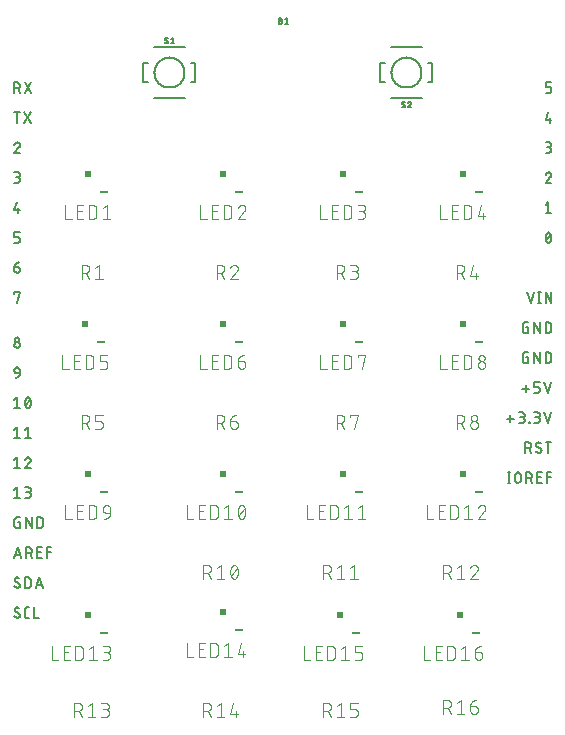
<source format=gbr>
G04 EAGLE Gerber X2 export*
%TF.Part,Single*%
%TF.FileFunction,Legend,Top,1*%
%TF.FilePolarity,Positive*%
%TF.GenerationSoftware,Autodesk,EAGLE,9.1.3*%
%TF.CreationDate,2018-12-14T10:31:57Z*%
G75*
%MOMM*%
%FSLAX34Y34*%
%LPD*%
%AMOC8*
5,1,8,0,0,1.08239X$1,22.5*%
G01*
%ADD10C,0.101600*%
%ADD11R,0.500000X0.500000*%
%ADD12R,0.750000X0.225000*%
%ADD13C,0.152400*%
%ADD14C,0.127000*%
%ADD15C,0.203200*%


D10*
X106105Y452628D02*
X106105Y464312D01*
X109350Y464312D01*
X109463Y464310D01*
X109576Y464304D01*
X109689Y464294D01*
X109802Y464280D01*
X109914Y464263D01*
X110025Y464241D01*
X110135Y464216D01*
X110245Y464186D01*
X110353Y464153D01*
X110460Y464116D01*
X110566Y464076D01*
X110670Y464031D01*
X110773Y463983D01*
X110874Y463932D01*
X110973Y463877D01*
X111070Y463819D01*
X111165Y463757D01*
X111258Y463692D01*
X111348Y463624D01*
X111436Y463553D01*
X111522Y463478D01*
X111605Y463401D01*
X111685Y463321D01*
X111762Y463238D01*
X111837Y463152D01*
X111908Y463064D01*
X111976Y462974D01*
X112041Y462881D01*
X112103Y462786D01*
X112161Y462689D01*
X112216Y462590D01*
X112267Y462489D01*
X112315Y462386D01*
X112360Y462282D01*
X112400Y462176D01*
X112437Y462069D01*
X112470Y461961D01*
X112500Y461851D01*
X112525Y461741D01*
X112547Y461630D01*
X112564Y461518D01*
X112578Y461405D01*
X112588Y461292D01*
X112594Y461179D01*
X112596Y461066D01*
X112594Y460953D01*
X112588Y460840D01*
X112578Y460727D01*
X112564Y460614D01*
X112547Y460502D01*
X112525Y460391D01*
X112500Y460281D01*
X112470Y460171D01*
X112437Y460063D01*
X112400Y459956D01*
X112360Y459850D01*
X112315Y459746D01*
X112267Y459643D01*
X112216Y459542D01*
X112161Y459443D01*
X112103Y459346D01*
X112041Y459251D01*
X111976Y459158D01*
X111908Y459068D01*
X111837Y458980D01*
X111762Y458894D01*
X111685Y458811D01*
X111605Y458731D01*
X111522Y458654D01*
X111436Y458579D01*
X111348Y458508D01*
X111258Y458440D01*
X111165Y458375D01*
X111070Y458313D01*
X110973Y458255D01*
X110874Y458200D01*
X110773Y458149D01*
X110670Y458101D01*
X110566Y458056D01*
X110460Y458016D01*
X110353Y457979D01*
X110245Y457946D01*
X110135Y457916D01*
X110025Y457891D01*
X109914Y457869D01*
X109802Y457852D01*
X109689Y457838D01*
X109576Y457828D01*
X109463Y457822D01*
X109350Y457820D01*
X109350Y457821D02*
X106105Y457821D01*
X109999Y457821D02*
X112596Y452628D01*
X117461Y461716D02*
X120706Y464312D01*
X120706Y452628D01*
X117461Y452628D02*
X123952Y452628D01*
X208975Y210312D02*
X208975Y198628D01*
X208975Y210312D02*
X212220Y210312D01*
X212333Y210310D01*
X212446Y210304D01*
X212559Y210294D01*
X212672Y210280D01*
X212784Y210263D01*
X212895Y210241D01*
X213005Y210216D01*
X213115Y210186D01*
X213223Y210153D01*
X213330Y210116D01*
X213436Y210076D01*
X213540Y210031D01*
X213643Y209983D01*
X213744Y209932D01*
X213843Y209877D01*
X213940Y209819D01*
X214035Y209757D01*
X214128Y209692D01*
X214218Y209624D01*
X214306Y209553D01*
X214392Y209478D01*
X214475Y209401D01*
X214555Y209321D01*
X214632Y209238D01*
X214707Y209152D01*
X214778Y209064D01*
X214846Y208974D01*
X214911Y208881D01*
X214973Y208786D01*
X215031Y208689D01*
X215086Y208590D01*
X215137Y208489D01*
X215185Y208386D01*
X215230Y208282D01*
X215270Y208176D01*
X215307Y208069D01*
X215340Y207961D01*
X215370Y207851D01*
X215395Y207741D01*
X215417Y207630D01*
X215434Y207518D01*
X215448Y207405D01*
X215458Y207292D01*
X215464Y207179D01*
X215466Y207066D01*
X215464Y206953D01*
X215458Y206840D01*
X215448Y206727D01*
X215434Y206614D01*
X215417Y206502D01*
X215395Y206391D01*
X215370Y206281D01*
X215340Y206171D01*
X215307Y206063D01*
X215270Y205956D01*
X215230Y205850D01*
X215185Y205746D01*
X215137Y205643D01*
X215086Y205542D01*
X215031Y205443D01*
X214973Y205346D01*
X214911Y205251D01*
X214846Y205158D01*
X214778Y205068D01*
X214707Y204980D01*
X214632Y204894D01*
X214555Y204811D01*
X214475Y204731D01*
X214392Y204654D01*
X214306Y204579D01*
X214218Y204508D01*
X214128Y204440D01*
X214035Y204375D01*
X213940Y204313D01*
X213843Y204255D01*
X213744Y204200D01*
X213643Y204149D01*
X213540Y204101D01*
X213436Y204056D01*
X213330Y204016D01*
X213223Y203979D01*
X213115Y203946D01*
X213005Y203916D01*
X212895Y203891D01*
X212784Y203869D01*
X212672Y203852D01*
X212559Y203838D01*
X212446Y203828D01*
X212333Y203822D01*
X212220Y203820D01*
X212220Y203821D02*
X208975Y203821D01*
X212869Y203821D02*
X215466Y198628D01*
X220331Y207716D02*
X223576Y210312D01*
X223576Y198628D01*
X220331Y198628D02*
X226822Y198628D01*
X231761Y204470D02*
X231764Y204700D01*
X231772Y204930D01*
X231786Y205159D01*
X231805Y205388D01*
X231830Y205617D01*
X231860Y205844D01*
X231895Y206072D01*
X231936Y206298D01*
X231982Y206523D01*
X232034Y206747D01*
X232091Y206969D01*
X232153Y207191D01*
X232221Y207410D01*
X232294Y207628D01*
X232372Y207845D01*
X232455Y208059D01*
X232543Y208271D01*
X232636Y208481D01*
X232735Y208689D01*
X232734Y208689D02*
X232767Y208779D01*
X232803Y208868D01*
X232843Y208956D01*
X232887Y209041D01*
X232934Y209125D01*
X232984Y209207D01*
X233038Y209287D01*
X233094Y209364D01*
X233154Y209440D01*
X233217Y209513D01*
X233282Y209583D01*
X233351Y209651D01*
X233422Y209715D01*
X233495Y209777D01*
X233571Y209836D01*
X233649Y209892D01*
X233730Y209945D01*
X233812Y209994D01*
X233896Y210040D01*
X233983Y210083D01*
X234070Y210122D01*
X234160Y210158D01*
X234250Y210190D01*
X234342Y210218D01*
X234435Y210243D01*
X234529Y210264D01*
X234623Y210281D01*
X234718Y210295D01*
X234814Y210304D01*
X234910Y210310D01*
X235006Y210312D01*
X235102Y210310D01*
X235198Y210304D01*
X235294Y210295D01*
X235389Y210281D01*
X235483Y210264D01*
X235577Y210243D01*
X235670Y210218D01*
X235762Y210190D01*
X235852Y210158D01*
X235942Y210122D01*
X236029Y210083D01*
X236116Y210040D01*
X236200Y209994D01*
X236282Y209945D01*
X236363Y209892D01*
X236441Y209836D01*
X236517Y209777D01*
X236590Y209715D01*
X236661Y209651D01*
X236730Y209583D01*
X236795Y209513D01*
X236858Y209440D01*
X236918Y209364D01*
X236974Y209287D01*
X237028Y209207D01*
X237078Y209125D01*
X237125Y209041D01*
X237169Y208956D01*
X237209Y208868D01*
X237245Y208779D01*
X237278Y208689D01*
X237279Y208689D02*
X237378Y208482D01*
X237471Y208272D01*
X237559Y208059D01*
X237642Y207845D01*
X237720Y207629D01*
X237793Y207411D01*
X237861Y207191D01*
X237923Y206970D01*
X237980Y206747D01*
X238032Y206523D01*
X238078Y206298D01*
X238119Y206072D01*
X238154Y205845D01*
X238184Y205617D01*
X238209Y205388D01*
X238228Y205159D01*
X238242Y204930D01*
X238250Y204700D01*
X238253Y204470D01*
X231761Y204470D02*
X231764Y204240D01*
X231772Y204010D01*
X231786Y203781D01*
X231805Y203552D01*
X231830Y203323D01*
X231860Y203095D01*
X231895Y202868D01*
X231936Y202642D01*
X231982Y202417D01*
X232034Y202193D01*
X232091Y201970D01*
X232153Y201749D01*
X232221Y201529D01*
X232294Y201311D01*
X232372Y201095D01*
X232455Y200881D01*
X232543Y200669D01*
X232636Y200458D01*
X232735Y200251D01*
X232734Y200251D02*
X232767Y200161D01*
X232803Y200072D01*
X232844Y199984D01*
X232887Y199899D01*
X232934Y199815D01*
X232984Y199733D01*
X233038Y199653D01*
X233094Y199576D01*
X233154Y199500D01*
X233217Y199427D01*
X233282Y199357D01*
X233351Y199289D01*
X233422Y199225D01*
X233495Y199163D01*
X233571Y199104D01*
X233649Y199048D01*
X233730Y198995D01*
X233812Y198946D01*
X233896Y198900D01*
X233983Y198857D01*
X234070Y198818D01*
X234160Y198782D01*
X234250Y198750D01*
X234342Y198722D01*
X234435Y198697D01*
X234529Y198676D01*
X234623Y198659D01*
X234718Y198645D01*
X234814Y198636D01*
X234910Y198630D01*
X235006Y198628D01*
X237278Y200251D02*
X237377Y200458D01*
X237470Y200669D01*
X237558Y200881D01*
X237641Y201095D01*
X237719Y201311D01*
X237792Y201529D01*
X237860Y201749D01*
X237922Y201970D01*
X237979Y202193D01*
X238031Y202417D01*
X238077Y202642D01*
X238118Y202868D01*
X238153Y203095D01*
X238183Y203323D01*
X238208Y203552D01*
X238227Y203781D01*
X238241Y204010D01*
X238249Y204240D01*
X238252Y204470D01*
X237278Y200251D02*
X237245Y200161D01*
X237209Y200072D01*
X237169Y199984D01*
X237125Y199899D01*
X237078Y199815D01*
X237028Y199733D01*
X236974Y199653D01*
X236918Y199576D01*
X236858Y199500D01*
X236795Y199427D01*
X236730Y199357D01*
X236661Y199289D01*
X236590Y199225D01*
X236517Y199163D01*
X236441Y199104D01*
X236363Y199048D01*
X236282Y198995D01*
X236200Y198946D01*
X236116Y198900D01*
X236029Y198857D01*
X235942Y198818D01*
X235852Y198782D01*
X235762Y198750D01*
X235670Y198722D01*
X235577Y198697D01*
X235483Y198676D01*
X235389Y198659D01*
X235294Y198645D01*
X235198Y198636D01*
X235102Y198630D01*
X235006Y198628D01*
X232410Y201224D02*
X237603Y207716D01*
X310575Y210312D02*
X310575Y198628D01*
X310575Y210312D02*
X313820Y210312D01*
X313933Y210310D01*
X314046Y210304D01*
X314159Y210294D01*
X314272Y210280D01*
X314384Y210263D01*
X314495Y210241D01*
X314605Y210216D01*
X314715Y210186D01*
X314823Y210153D01*
X314930Y210116D01*
X315036Y210076D01*
X315140Y210031D01*
X315243Y209983D01*
X315344Y209932D01*
X315443Y209877D01*
X315540Y209819D01*
X315635Y209757D01*
X315728Y209692D01*
X315818Y209624D01*
X315906Y209553D01*
X315992Y209478D01*
X316075Y209401D01*
X316155Y209321D01*
X316232Y209238D01*
X316307Y209152D01*
X316378Y209064D01*
X316446Y208974D01*
X316511Y208881D01*
X316573Y208786D01*
X316631Y208689D01*
X316686Y208590D01*
X316737Y208489D01*
X316785Y208386D01*
X316830Y208282D01*
X316870Y208176D01*
X316907Y208069D01*
X316940Y207961D01*
X316970Y207851D01*
X316995Y207741D01*
X317017Y207630D01*
X317034Y207518D01*
X317048Y207405D01*
X317058Y207292D01*
X317064Y207179D01*
X317066Y207066D01*
X317064Y206953D01*
X317058Y206840D01*
X317048Y206727D01*
X317034Y206614D01*
X317017Y206502D01*
X316995Y206391D01*
X316970Y206281D01*
X316940Y206171D01*
X316907Y206063D01*
X316870Y205956D01*
X316830Y205850D01*
X316785Y205746D01*
X316737Y205643D01*
X316686Y205542D01*
X316631Y205443D01*
X316573Y205346D01*
X316511Y205251D01*
X316446Y205158D01*
X316378Y205068D01*
X316307Y204980D01*
X316232Y204894D01*
X316155Y204811D01*
X316075Y204731D01*
X315992Y204654D01*
X315906Y204579D01*
X315818Y204508D01*
X315728Y204440D01*
X315635Y204375D01*
X315540Y204313D01*
X315443Y204255D01*
X315344Y204200D01*
X315243Y204149D01*
X315140Y204101D01*
X315036Y204056D01*
X314930Y204016D01*
X314823Y203979D01*
X314715Y203946D01*
X314605Y203916D01*
X314495Y203891D01*
X314384Y203869D01*
X314272Y203852D01*
X314159Y203838D01*
X314046Y203828D01*
X313933Y203822D01*
X313820Y203820D01*
X313820Y203821D02*
X310575Y203821D01*
X314469Y203821D02*
X317066Y198628D01*
X321931Y207716D02*
X325176Y210312D01*
X325176Y198628D01*
X321931Y198628D02*
X328422Y198628D01*
X333361Y207716D02*
X336606Y210312D01*
X336606Y198628D01*
X333361Y198628D02*
X339852Y198628D01*
X412175Y198628D02*
X412175Y210312D01*
X415420Y210312D01*
X415533Y210310D01*
X415646Y210304D01*
X415759Y210294D01*
X415872Y210280D01*
X415984Y210263D01*
X416095Y210241D01*
X416205Y210216D01*
X416315Y210186D01*
X416423Y210153D01*
X416530Y210116D01*
X416636Y210076D01*
X416740Y210031D01*
X416843Y209983D01*
X416944Y209932D01*
X417043Y209877D01*
X417140Y209819D01*
X417235Y209757D01*
X417328Y209692D01*
X417418Y209624D01*
X417506Y209553D01*
X417592Y209478D01*
X417675Y209401D01*
X417755Y209321D01*
X417832Y209238D01*
X417907Y209152D01*
X417978Y209064D01*
X418046Y208974D01*
X418111Y208881D01*
X418173Y208786D01*
X418231Y208689D01*
X418286Y208590D01*
X418337Y208489D01*
X418385Y208386D01*
X418430Y208282D01*
X418470Y208176D01*
X418507Y208069D01*
X418540Y207961D01*
X418570Y207851D01*
X418595Y207741D01*
X418617Y207630D01*
X418634Y207518D01*
X418648Y207405D01*
X418658Y207292D01*
X418664Y207179D01*
X418666Y207066D01*
X418664Y206953D01*
X418658Y206840D01*
X418648Y206727D01*
X418634Y206614D01*
X418617Y206502D01*
X418595Y206391D01*
X418570Y206281D01*
X418540Y206171D01*
X418507Y206063D01*
X418470Y205956D01*
X418430Y205850D01*
X418385Y205746D01*
X418337Y205643D01*
X418286Y205542D01*
X418231Y205443D01*
X418173Y205346D01*
X418111Y205251D01*
X418046Y205158D01*
X417978Y205068D01*
X417907Y204980D01*
X417832Y204894D01*
X417755Y204811D01*
X417675Y204731D01*
X417592Y204654D01*
X417506Y204579D01*
X417418Y204508D01*
X417328Y204440D01*
X417235Y204375D01*
X417140Y204313D01*
X417043Y204255D01*
X416944Y204200D01*
X416843Y204149D01*
X416740Y204101D01*
X416636Y204056D01*
X416530Y204016D01*
X416423Y203979D01*
X416315Y203946D01*
X416205Y203916D01*
X416095Y203891D01*
X415984Y203869D01*
X415872Y203852D01*
X415759Y203838D01*
X415646Y203828D01*
X415533Y203822D01*
X415420Y203820D01*
X415420Y203821D02*
X412175Y203821D01*
X416069Y203821D02*
X418666Y198628D01*
X423531Y207716D02*
X426776Y210312D01*
X426776Y198628D01*
X423531Y198628D02*
X430022Y198628D01*
X441452Y207391D02*
X441450Y207498D01*
X441444Y207604D01*
X441434Y207710D01*
X441421Y207816D01*
X441403Y207922D01*
X441382Y208026D01*
X441357Y208130D01*
X441328Y208233D01*
X441296Y208334D01*
X441259Y208434D01*
X441219Y208533D01*
X441176Y208631D01*
X441129Y208727D01*
X441078Y208821D01*
X441024Y208913D01*
X440967Y209003D01*
X440907Y209091D01*
X440843Y209176D01*
X440776Y209259D01*
X440706Y209340D01*
X440634Y209418D01*
X440558Y209494D01*
X440480Y209566D01*
X440399Y209636D01*
X440316Y209703D01*
X440231Y209767D01*
X440143Y209827D01*
X440053Y209884D01*
X439961Y209938D01*
X439867Y209989D01*
X439771Y210036D01*
X439673Y210079D01*
X439574Y210119D01*
X439474Y210156D01*
X439373Y210188D01*
X439270Y210217D01*
X439166Y210242D01*
X439062Y210263D01*
X438956Y210281D01*
X438850Y210294D01*
X438744Y210304D01*
X438638Y210310D01*
X438531Y210312D01*
X438410Y210310D01*
X438289Y210304D01*
X438169Y210294D01*
X438048Y210281D01*
X437929Y210263D01*
X437809Y210242D01*
X437691Y210217D01*
X437574Y210188D01*
X437457Y210155D01*
X437342Y210119D01*
X437228Y210078D01*
X437115Y210035D01*
X437003Y209987D01*
X436894Y209936D01*
X436786Y209881D01*
X436679Y209823D01*
X436575Y209762D01*
X436473Y209697D01*
X436373Y209629D01*
X436275Y209558D01*
X436179Y209484D01*
X436086Y209407D01*
X435996Y209326D01*
X435908Y209243D01*
X435823Y209157D01*
X435740Y209068D01*
X435661Y208977D01*
X435584Y208883D01*
X435511Y208787D01*
X435441Y208689D01*
X435374Y208588D01*
X435310Y208485D01*
X435250Y208380D01*
X435193Y208273D01*
X435139Y208165D01*
X435089Y208055D01*
X435043Y207943D01*
X435000Y207830D01*
X434961Y207715D01*
X440479Y205119D02*
X440558Y205196D01*
X440634Y205277D01*
X440707Y205360D01*
X440777Y205445D01*
X440844Y205533D01*
X440908Y205623D01*
X440968Y205715D01*
X441025Y205810D01*
X441079Y205906D01*
X441130Y206004D01*
X441177Y206104D01*
X441221Y206206D01*
X441261Y206309D01*
X441297Y206413D01*
X441329Y206519D01*
X441358Y206625D01*
X441383Y206733D01*
X441405Y206841D01*
X441422Y206951D01*
X441436Y207060D01*
X441445Y207170D01*
X441451Y207281D01*
X441453Y207391D01*
X440478Y205119D02*
X434961Y198628D01*
X441452Y198628D01*
X99755Y93472D02*
X99755Y81788D01*
X99755Y93472D02*
X103000Y93472D01*
X103113Y93470D01*
X103226Y93464D01*
X103339Y93454D01*
X103452Y93440D01*
X103564Y93423D01*
X103675Y93401D01*
X103785Y93376D01*
X103895Y93346D01*
X104003Y93313D01*
X104110Y93276D01*
X104216Y93236D01*
X104320Y93191D01*
X104423Y93143D01*
X104524Y93092D01*
X104623Y93037D01*
X104720Y92979D01*
X104815Y92917D01*
X104908Y92852D01*
X104998Y92784D01*
X105086Y92713D01*
X105172Y92638D01*
X105255Y92561D01*
X105335Y92481D01*
X105412Y92398D01*
X105487Y92312D01*
X105558Y92224D01*
X105626Y92134D01*
X105691Y92041D01*
X105753Y91946D01*
X105811Y91849D01*
X105866Y91750D01*
X105917Y91649D01*
X105965Y91546D01*
X106010Y91442D01*
X106050Y91336D01*
X106087Y91229D01*
X106120Y91121D01*
X106150Y91011D01*
X106175Y90901D01*
X106197Y90790D01*
X106214Y90678D01*
X106228Y90565D01*
X106238Y90452D01*
X106244Y90339D01*
X106246Y90226D01*
X106244Y90113D01*
X106238Y90000D01*
X106228Y89887D01*
X106214Y89774D01*
X106197Y89662D01*
X106175Y89551D01*
X106150Y89441D01*
X106120Y89331D01*
X106087Y89223D01*
X106050Y89116D01*
X106010Y89010D01*
X105965Y88906D01*
X105917Y88803D01*
X105866Y88702D01*
X105811Y88603D01*
X105753Y88506D01*
X105691Y88411D01*
X105626Y88318D01*
X105558Y88228D01*
X105487Y88140D01*
X105412Y88054D01*
X105335Y87971D01*
X105255Y87891D01*
X105172Y87814D01*
X105086Y87739D01*
X104998Y87668D01*
X104908Y87600D01*
X104815Y87535D01*
X104720Y87473D01*
X104623Y87415D01*
X104524Y87360D01*
X104423Y87309D01*
X104320Y87261D01*
X104216Y87216D01*
X104110Y87176D01*
X104003Y87139D01*
X103895Y87106D01*
X103785Y87076D01*
X103675Y87051D01*
X103564Y87029D01*
X103452Y87012D01*
X103339Y86998D01*
X103226Y86988D01*
X103113Y86982D01*
X103000Y86980D01*
X103000Y86981D02*
X99755Y86981D01*
X103649Y86981D02*
X106246Y81788D01*
X111111Y90876D02*
X114356Y93472D01*
X114356Y81788D01*
X111111Y81788D02*
X117602Y81788D01*
X122541Y81788D02*
X125786Y81788D01*
X125899Y81790D01*
X126012Y81796D01*
X126125Y81806D01*
X126238Y81820D01*
X126350Y81837D01*
X126461Y81859D01*
X126571Y81884D01*
X126681Y81914D01*
X126789Y81947D01*
X126896Y81984D01*
X127002Y82024D01*
X127106Y82069D01*
X127209Y82117D01*
X127310Y82168D01*
X127409Y82223D01*
X127506Y82281D01*
X127601Y82343D01*
X127694Y82408D01*
X127784Y82476D01*
X127872Y82547D01*
X127958Y82622D01*
X128041Y82699D01*
X128121Y82779D01*
X128198Y82862D01*
X128273Y82948D01*
X128344Y83036D01*
X128412Y83126D01*
X128477Y83219D01*
X128539Y83314D01*
X128597Y83411D01*
X128652Y83510D01*
X128703Y83611D01*
X128751Y83714D01*
X128796Y83818D01*
X128836Y83924D01*
X128873Y84031D01*
X128906Y84139D01*
X128936Y84249D01*
X128961Y84359D01*
X128983Y84470D01*
X129000Y84582D01*
X129014Y84695D01*
X129024Y84808D01*
X129030Y84921D01*
X129032Y85034D01*
X129030Y85147D01*
X129024Y85260D01*
X129014Y85373D01*
X129000Y85486D01*
X128983Y85598D01*
X128961Y85709D01*
X128936Y85819D01*
X128906Y85929D01*
X128873Y86037D01*
X128836Y86144D01*
X128796Y86250D01*
X128751Y86354D01*
X128703Y86457D01*
X128652Y86558D01*
X128597Y86657D01*
X128539Y86754D01*
X128477Y86849D01*
X128412Y86942D01*
X128344Y87032D01*
X128273Y87120D01*
X128198Y87206D01*
X128121Y87289D01*
X128041Y87369D01*
X127958Y87446D01*
X127872Y87521D01*
X127784Y87592D01*
X127694Y87660D01*
X127601Y87725D01*
X127506Y87787D01*
X127409Y87845D01*
X127310Y87900D01*
X127209Y87951D01*
X127106Y87999D01*
X127002Y88044D01*
X126896Y88084D01*
X126789Y88121D01*
X126681Y88154D01*
X126571Y88184D01*
X126461Y88209D01*
X126350Y88231D01*
X126238Y88248D01*
X126125Y88262D01*
X126012Y88272D01*
X125899Y88278D01*
X125786Y88280D01*
X126436Y93472D02*
X122541Y93472D01*
X126436Y93472D02*
X126537Y93470D01*
X126637Y93464D01*
X126737Y93454D01*
X126837Y93441D01*
X126936Y93423D01*
X127035Y93402D01*
X127132Y93377D01*
X127229Y93348D01*
X127324Y93315D01*
X127418Y93279D01*
X127510Y93239D01*
X127601Y93196D01*
X127690Y93149D01*
X127777Y93099D01*
X127863Y93045D01*
X127946Y92988D01*
X128026Y92928D01*
X128105Y92865D01*
X128181Y92798D01*
X128254Y92729D01*
X128324Y92657D01*
X128392Y92583D01*
X128457Y92506D01*
X128518Y92426D01*
X128577Y92344D01*
X128632Y92260D01*
X128684Y92174D01*
X128733Y92086D01*
X128778Y91996D01*
X128820Y91904D01*
X128858Y91811D01*
X128892Y91716D01*
X128923Y91621D01*
X128950Y91524D01*
X128973Y91426D01*
X128993Y91327D01*
X129008Y91227D01*
X129020Y91127D01*
X129028Y91027D01*
X129032Y90926D01*
X129032Y90826D01*
X129028Y90725D01*
X129020Y90625D01*
X129008Y90525D01*
X128993Y90425D01*
X128973Y90326D01*
X128950Y90228D01*
X128923Y90131D01*
X128892Y90036D01*
X128858Y89941D01*
X128820Y89848D01*
X128778Y89756D01*
X128733Y89666D01*
X128684Y89578D01*
X128632Y89492D01*
X128577Y89408D01*
X128518Y89326D01*
X128457Y89246D01*
X128392Y89169D01*
X128324Y89095D01*
X128254Y89023D01*
X128181Y88954D01*
X128105Y88887D01*
X128026Y88824D01*
X127946Y88764D01*
X127863Y88707D01*
X127777Y88653D01*
X127690Y88603D01*
X127601Y88556D01*
X127510Y88513D01*
X127418Y88473D01*
X127324Y88437D01*
X127229Y88404D01*
X127132Y88375D01*
X127035Y88350D01*
X126936Y88329D01*
X126837Y88311D01*
X126737Y88298D01*
X126637Y88288D01*
X126537Y88282D01*
X126436Y88280D01*
X126436Y88279D02*
X123839Y88279D01*
X208975Y93472D02*
X208975Y81788D01*
X208975Y93472D02*
X212220Y93472D01*
X212333Y93470D01*
X212446Y93464D01*
X212559Y93454D01*
X212672Y93440D01*
X212784Y93423D01*
X212895Y93401D01*
X213005Y93376D01*
X213115Y93346D01*
X213223Y93313D01*
X213330Y93276D01*
X213436Y93236D01*
X213540Y93191D01*
X213643Y93143D01*
X213744Y93092D01*
X213843Y93037D01*
X213940Y92979D01*
X214035Y92917D01*
X214128Y92852D01*
X214218Y92784D01*
X214306Y92713D01*
X214392Y92638D01*
X214475Y92561D01*
X214555Y92481D01*
X214632Y92398D01*
X214707Y92312D01*
X214778Y92224D01*
X214846Y92134D01*
X214911Y92041D01*
X214973Y91946D01*
X215031Y91849D01*
X215086Y91750D01*
X215137Y91649D01*
X215185Y91546D01*
X215230Y91442D01*
X215270Y91336D01*
X215307Y91229D01*
X215340Y91121D01*
X215370Y91011D01*
X215395Y90901D01*
X215417Y90790D01*
X215434Y90678D01*
X215448Y90565D01*
X215458Y90452D01*
X215464Y90339D01*
X215466Y90226D01*
X215464Y90113D01*
X215458Y90000D01*
X215448Y89887D01*
X215434Y89774D01*
X215417Y89662D01*
X215395Y89551D01*
X215370Y89441D01*
X215340Y89331D01*
X215307Y89223D01*
X215270Y89116D01*
X215230Y89010D01*
X215185Y88906D01*
X215137Y88803D01*
X215086Y88702D01*
X215031Y88603D01*
X214973Y88506D01*
X214911Y88411D01*
X214846Y88318D01*
X214778Y88228D01*
X214707Y88140D01*
X214632Y88054D01*
X214555Y87971D01*
X214475Y87891D01*
X214392Y87814D01*
X214306Y87739D01*
X214218Y87668D01*
X214128Y87600D01*
X214035Y87535D01*
X213940Y87473D01*
X213843Y87415D01*
X213744Y87360D01*
X213643Y87309D01*
X213540Y87261D01*
X213436Y87216D01*
X213330Y87176D01*
X213223Y87139D01*
X213115Y87106D01*
X213005Y87076D01*
X212895Y87051D01*
X212784Y87029D01*
X212672Y87012D01*
X212559Y86998D01*
X212446Y86988D01*
X212333Y86982D01*
X212220Y86980D01*
X212220Y86981D02*
X208975Y86981D01*
X212869Y86981D02*
X215466Y81788D01*
X220331Y90876D02*
X223576Y93472D01*
X223576Y81788D01*
X220331Y81788D02*
X226822Y81788D01*
X231761Y84384D02*
X234357Y93472D01*
X231761Y84384D02*
X238252Y84384D01*
X236305Y86981D02*
X236305Y81788D01*
X310575Y81788D02*
X310575Y93472D01*
X313820Y93472D01*
X313933Y93470D01*
X314046Y93464D01*
X314159Y93454D01*
X314272Y93440D01*
X314384Y93423D01*
X314495Y93401D01*
X314605Y93376D01*
X314715Y93346D01*
X314823Y93313D01*
X314930Y93276D01*
X315036Y93236D01*
X315140Y93191D01*
X315243Y93143D01*
X315344Y93092D01*
X315443Y93037D01*
X315540Y92979D01*
X315635Y92917D01*
X315728Y92852D01*
X315818Y92784D01*
X315906Y92713D01*
X315992Y92638D01*
X316075Y92561D01*
X316155Y92481D01*
X316232Y92398D01*
X316307Y92312D01*
X316378Y92224D01*
X316446Y92134D01*
X316511Y92041D01*
X316573Y91946D01*
X316631Y91849D01*
X316686Y91750D01*
X316737Y91649D01*
X316785Y91546D01*
X316830Y91442D01*
X316870Y91336D01*
X316907Y91229D01*
X316940Y91121D01*
X316970Y91011D01*
X316995Y90901D01*
X317017Y90790D01*
X317034Y90678D01*
X317048Y90565D01*
X317058Y90452D01*
X317064Y90339D01*
X317066Y90226D01*
X317064Y90113D01*
X317058Y90000D01*
X317048Y89887D01*
X317034Y89774D01*
X317017Y89662D01*
X316995Y89551D01*
X316970Y89441D01*
X316940Y89331D01*
X316907Y89223D01*
X316870Y89116D01*
X316830Y89010D01*
X316785Y88906D01*
X316737Y88803D01*
X316686Y88702D01*
X316631Y88603D01*
X316573Y88506D01*
X316511Y88411D01*
X316446Y88318D01*
X316378Y88228D01*
X316307Y88140D01*
X316232Y88054D01*
X316155Y87971D01*
X316075Y87891D01*
X315992Y87814D01*
X315906Y87739D01*
X315818Y87668D01*
X315728Y87600D01*
X315635Y87535D01*
X315540Y87473D01*
X315443Y87415D01*
X315344Y87360D01*
X315243Y87309D01*
X315140Y87261D01*
X315036Y87216D01*
X314930Y87176D01*
X314823Y87139D01*
X314715Y87106D01*
X314605Y87076D01*
X314495Y87051D01*
X314384Y87029D01*
X314272Y87012D01*
X314159Y86998D01*
X314046Y86988D01*
X313933Y86982D01*
X313820Y86980D01*
X313820Y86981D02*
X310575Y86981D01*
X314469Y86981D02*
X317066Y81788D01*
X321931Y90876D02*
X325176Y93472D01*
X325176Y81788D01*
X321931Y81788D02*
X328422Y81788D01*
X333361Y81788D02*
X337256Y81788D01*
X337355Y81790D01*
X337455Y81796D01*
X337554Y81805D01*
X337652Y81818D01*
X337750Y81835D01*
X337848Y81856D01*
X337944Y81881D01*
X338039Y81909D01*
X338133Y81941D01*
X338226Y81976D01*
X338318Y82015D01*
X338408Y82058D01*
X338496Y82103D01*
X338583Y82153D01*
X338667Y82205D01*
X338750Y82261D01*
X338830Y82319D01*
X338908Y82381D01*
X338983Y82446D01*
X339056Y82514D01*
X339126Y82584D01*
X339194Y82657D01*
X339259Y82732D01*
X339321Y82810D01*
X339379Y82890D01*
X339435Y82973D01*
X339487Y83057D01*
X339537Y83144D01*
X339582Y83232D01*
X339625Y83322D01*
X339664Y83414D01*
X339699Y83507D01*
X339731Y83601D01*
X339759Y83696D01*
X339784Y83792D01*
X339805Y83890D01*
X339822Y83988D01*
X339835Y84086D01*
X339844Y84185D01*
X339850Y84285D01*
X339852Y84384D01*
X339852Y85683D01*
X339850Y85782D01*
X339844Y85882D01*
X339835Y85981D01*
X339822Y86079D01*
X339805Y86177D01*
X339784Y86275D01*
X339759Y86371D01*
X339731Y86466D01*
X339699Y86560D01*
X339664Y86653D01*
X339625Y86745D01*
X339582Y86835D01*
X339537Y86923D01*
X339487Y87010D01*
X339435Y87094D01*
X339379Y87177D01*
X339321Y87257D01*
X339259Y87335D01*
X339194Y87410D01*
X339126Y87483D01*
X339056Y87553D01*
X338983Y87621D01*
X338908Y87686D01*
X338830Y87748D01*
X338750Y87806D01*
X338667Y87862D01*
X338583Y87914D01*
X338496Y87964D01*
X338408Y88009D01*
X338318Y88052D01*
X338226Y88091D01*
X338133Y88126D01*
X338039Y88158D01*
X337944Y88186D01*
X337848Y88211D01*
X337750Y88232D01*
X337652Y88249D01*
X337554Y88262D01*
X337455Y88271D01*
X337355Y88277D01*
X337256Y88279D01*
X333361Y88279D01*
X333361Y93472D01*
X339852Y93472D01*
X412175Y96012D02*
X412175Y84328D01*
X412175Y96012D02*
X415420Y96012D01*
X415533Y96010D01*
X415646Y96004D01*
X415759Y95994D01*
X415872Y95980D01*
X415984Y95963D01*
X416095Y95941D01*
X416205Y95916D01*
X416315Y95886D01*
X416423Y95853D01*
X416530Y95816D01*
X416636Y95776D01*
X416740Y95731D01*
X416843Y95683D01*
X416944Y95632D01*
X417043Y95577D01*
X417140Y95519D01*
X417235Y95457D01*
X417328Y95392D01*
X417418Y95324D01*
X417506Y95253D01*
X417592Y95178D01*
X417675Y95101D01*
X417755Y95021D01*
X417832Y94938D01*
X417907Y94852D01*
X417978Y94764D01*
X418046Y94674D01*
X418111Y94581D01*
X418173Y94486D01*
X418231Y94389D01*
X418286Y94290D01*
X418337Y94189D01*
X418385Y94086D01*
X418430Y93982D01*
X418470Y93876D01*
X418507Y93769D01*
X418540Y93661D01*
X418570Y93551D01*
X418595Y93441D01*
X418617Y93330D01*
X418634Y93218D01*
X418648Y93105D01*
X418658Y92992D01*
X418664Y92879D01*
X418666Y92766D01*
X418664Y92653D01*
X418658Y92540D01*
X418648Y92427D01*
X418634Y92314D01*
X418617Y92202D01*
X418595Y92091D01*
X418570Y91981D01*
X418540Y91871D01*
X418507Y91763D01*
X418470Y91656D01*
X418430Y91550D01*
X418385Y91446D01*
X418337Y91343D01*
X418286Y91242D01*
X418231Y91143D01*
X418173Y91046D01*
X418111Y90951D01*
X418046Y90858D01*
X417978Y90768D01*
X417907Y90680D01*
X417832Y90594D01*
X417755Y90511D01*
X417675Y90431D01*
X417592Y90354D01*
X417506Y90279D01*
X417418Y90208D01*
X417328Y90140D01*
X417235Y90075D01*
X417140Y90013D01*
X417043Y89955D01*
X416944Y89900D01*
X416843Y89849D01*
X416740Y89801D01*
X416636Y89756D01*
X416530Y89716D01*
X416423Y89679D01*
X416315Y89646D01*
X416205Y89616D01*
X416095Y89591D01*
X415984Y89569D01*
X415872Y89552D01*
X415759Y89538D01*
X415646Y89528D01*
X415533Y89522D01*
X415420Y89520D01*
X415420Y89521D02*
X412175Y89521D01*
X416069Y89521D02*
X418666Y84328D01*
X423531Y93416D02*
X426776Y96012D01*
X426776Y84328D01*
X423531Y84328D02*
X430022Y84328D01*
X434961Y90819D02*
X438856Y90819D01*
X438955Y90817D01*
X439055Y90811D01*
X439154Y90802D01*
X439252Y90789D01*
X439350Y90772D01*
X439448Y90751D01*
X439544Y90726D01*
X439639Y90698D01*
X439733Y90666D01*
X439826Y90631D01*
X439918Y90592D01*
X440008Y90549D01*
X440096Y90504D01*
X440183Y90454D01*
X440267Y90402D01*
X440350Y90346D01*
X440430Y90288D01*
X440508Y90226D01*
X440583Y90161D01*
X440656Y90093D01*
X440726Y90023D01*
X440794Y89950D01*
X440859Y89875D01*
X440921Y89797D01*
X440979Y89717D01*
X441035Y89634D01*
X441087Y89550D01*
X441137Y89463D01*
X441182Y89375D01*
X441225Y89285D01*
X441264Y89193D01*
X441299Y89100D01*
X441331Y89006D01*
X441359Y88911D01*
X441384Y88815D01*
X441405Y88717D01*
X441422Y88619D01*
X441435Y88521D01*
X441444Y88422D01*
X441450Y88322D01*
X441452Y88223D01*
X441452Y87574D01*
X441450Y87461D01*
X441444Y87348D01*
X441434Y87235D01*
X441420Y87122D01*
X441403Y87010D01*
X441381Y86899D01*
X441356Y86789D01*
X441326Y86679D01*
X441293Y86571D01*
X441256Y86464D01*
X441216Y86358D01*
X441171Y86254D01*
X441123Y86151D01*
X441072Y86050D01*
X441017Y85951D01*
X440959Y85854D01*
X440897Y85759D01*
X440832Y85666D01*
X440764Y85576D01*
X440693Y85488D01*
X440618Y85402D01*
X440541Y85319D01*
X440461Y85239D01*
X440378Y85162D01*
X440292Y85087D01*
X440204Y85016D01*
X440114Y84948D01*
X440021Y84883D01*
X439926Y84821D01*
X439829Y84763D01*
X439730Y84708D01*
X439629Y84657D01*
X439526Y84609D01*
X439422Y84564D01*
X439316Y84524D01*
X439209Y84487D01*
X439101Y84454D01*
X438991Y84424D01*
X438881Y84399D01*
X438770Y84377D01*
X438658Y84360D01*
X438545Y84346D01*
X438432Y84336D01*
X438319Y84330D01*
X438206Y84328D01*
X438093Y84330D01*
X437980Y84336D01*
X437867Y84346D01*
X437754Y84360D01*
X437642Y84377D01*
X437531Y84399D01*
X437421Y84424D01*
X437311Y84454D01*
X437203Y84487D01*
X437096Y84524D01*
X436990Y84564D01*
X436886Y84609D01*
X436783Y84657D01*
X436682Y84708D01*
X436583Y84763D01*
X436486Y84821D01*
X436391Y84883D01*
X436298Y84948D01*
X436208Y85016D01*
X436120Y85087D01*
X436034Y85162D01*
X435951Y85239D01*
X435871Y85319D01*
X435794Y85402D01*
X435719Y85488D01*
X435648Y85576D01*
X435580Y85666D01*
X435515Y85759D01*
X435453Y85854D01*
X435395Y85951D01*
X435340Y86050D01*
X435289Y86151D01*
X435241Y86254D01*
X435196Y86358D01*
X435156Y86464D01*
X435119Y86571D01*
X435086Y86679D01*
X435056Y86789D01*
X435031Y86899D01*
X435009Y87010D01*
X434992Y87122D01*
X434978Y87235D01*
X434968Y87348D01*
X434962Y87461D01*
X434960Y87574D01*
X434961Y87574D02*
X434961Y90819D01*
X434963Y90962D01*
X434969Y91105D01*
X434979Y91248D01*
X434993Y91390D01*
X435010Y91532D01*
X435032Y91674D01*
X435057Y91815D01*
X435087Y91955D01*
X435120Y92094D01*
X435157Y92232D01*
X435198Y92369D01*
X435242Y92505D01*
X435291Y92640D01*
X435343Y92773D01*
X435398Y92905D01*
X435458Y93035D01*
X435521Y93164D01*
X435587Y93291D01*
X435657Y93415D01*
X435730Y93538D01*
X435807Y93659D01*
X435887Y93778D01*
X435970Y93894D01*
X436056Y94009D01*
X436145Y94120D01*
X436238Y94230D01*
X436333Y94336D01*
X436432Y94440D01*
X436533Y94541D01*
X436637Y94640D01*
X436743Y94735D01*
X436853Y94828D01*
X436964Y94917D01*
X437079Y95003D01*
X437195Y95086D01*
X437314Y95166D01*
X437435Y95243D01*
X437557Y95316D01*
X437682Y95386D01*
X437809Y95452D01*
X437938Y95515D01*
X438068Y95575D01*
X438200Y95630D01*
X438333Y95682D01*
X438468Y95731D01*
X438604Y95775D01*
X438741Y95816D01*
X438879Y95853D01*
X439018Y95886D01*
X439158Y95916D01*
X439299Y95941D01*
X439441Y95963D01*
X439583Y95980D01*
X439725Y95994D01*
X439868Y96004D01*
X440011Y96010D01*
X440154Y96012D01*
X220405Y452628D02*
X220405Y464312D01*
X223650Y464312D01*
X223763Y464310D01*
X223876Y464304D01*
X223989Y464294D01*
X224102Y464280D01*
X224214Y464263D01*
X224325Y464241D01*
X224435Y464216D01*
X224545Y464186D01*
X224653Y464153D01*
X224760Y464116D01*
X224866Y464076D01*
X224970Y464031D01*
X225073Y463983D01*
X225174Y463932D01*
X225273Y463877D01*
X225370Y463819D01*
X225465Y463757D01*
X225558Y463692D01*
X225648Y463624D01*
X225736Y463553D01*
X225822Y463478D01*
X225905Y463401D01*
X225985Y463321D01*
X226062Y463238D01*
X226137Y463152D01*
X226208Y463064D01*
X226276Y462974D01*
X226341Y462881D01*
X226403Y462786D01*
X226461Y462689D01*
X226516Y462590D01*
X226567Y462489D01*
X226615Y462386D01*
X226660Y462282D01*
X226700Y462176D01*
X226737Y462069D01*
X226770Y461961D01*
X226800Y461851D01*
X226825Y461741D01*
X226847Y461630D01*
X226864Y461518D01*
X226878Y461405D01*
X226888Y461292D01*
X226894Y461179D01*
X226896Y461066D01*
X226894Y460953D01*
X226888Y460840D01*
X226878Y460727D01*
X226864Y460614D01*
X226847Y460502D01*
X226825Y460391D01*
X226800Y460281D01*
X226770Y460171D01*
X226737Y460063D01*
X226700Y459956D01*
X226660Y459850D01*
X226615Y459746D01*
X226567Y459643D01*
X226516Y459542D01*
X226461Y459443D01*
X226403Y459346D01*
X226341Y459251D01*
X226276Y459158D01*
X226208Y459068D01*
X226137Y458980D01*
X226062Y458894D01*
X225985Y458811D01*
X225905Y458731D01*
X225822Y458654D01*
X225736Y458579D01*
X225648Y458508D01*
X225558Y458440D01*
X225465Y458375D01*
X225370Y458313D01*
X225273Y458255D01*
X225174Y458200D01*
X225073Y458149D01*
X224970Y458101D01*
X224866Y458056D01*
X224760Y458016D01*
X224653Y457979D01*
X224545Y457946D01*
X224435Y457916D01*
X224325Y457891D01*
X224214Y457869D01*
X224102Y457852D01*
X223989Y457838D01*
X223876Y457828D01*
X223763Y457822D01*
X223650Y457820D01*
X223650Y457821D02*
X220405Y457821D01*
X224299Y457821D02*
X226896Y452628D01*
X238252Y461391D02*
X238250Y461498D01*
X238244Y461604D01*
X238234Y461710D01*
X238221Y461816D01*
X238203Y461922D01*
X238182Y462026D01*
X238157Y462130D01*
X238128Y462233D01*
X238096Y462334D01*
X238059Y462434D01*
X238019Y462533D01*
X237976Y462631D01*
X237929Y462727D01*
X237878Y462821D01*
X237824Y462913D01*
X237767Y463003D01*
X237707Y463091D01*
X237643Y463176D01*
X237576Y463259D01*
X237506Y463340D01*
X237434Y463418D01*
X237358Y463494D01*
X237280Y463566D01*
X237199Y463636D01*
X237116Y463703D01*
X237031Y463767D01*
X236943Y463827D01*
X236853Y463884D01*
X236761Y463938D01*
X236667Y463989D01*
X236571Y464036D01*
X236473Y464079D01*
X236374Y464119D01*
X236274Y464156D01*
X236173Y464188D01*
X236070Y464217D01*
X235966Y464242D01*
X235862Y464263D01*
X235756Y464281D01*
X235650Y464294D01*
X235544Y464304D01*
X235438Y464310D01*
X235331Y464312D01*
X235210Y464310D01*
X235089Y464304D01*
X234969Y464294D01*
X234848Y464281D01*
X234729Y464263D01*
X234609Y464242D01*
X234491Y464217D01*
X234374Y464188D01*
X234257Y464155D01*
X234142Y464119D01*
X234028Y464078D01*
X233915Y464035D01*
X233803Y463987D01*
X233694Y463936D01*
X233586Y463881D01*
X233479Y463823D01*
X233375Y463762D01*
X233273Y463697D01*
X233173Y463629D01*
X233075Y463558D01*
X232979Y463484D01*
X232886Y463407D01*
X232796Y463326D01*
X232708Y463243D01*
X232623Y463157D01*
X232540Y463068D01*
X232461Y462977D01*
X232384Y462883D01*
X232311Y462787D01*
X232241Y462689D01*
X232174Y462588D01*
X232110Y462485D01*
X232050Y462380D01*
X231993Y462273D01*
X231939Y462165D01*
X231889Y462055D01*
X231843Y461943D01*
X231800Y461830D01*
X231761Y461715D01*
X237279Y459119D02*
X237358Y459196D01*
X237434Y459277D01*
X237507Y459360D01*
X237577Y459445D01*
X237644Y459533D01*
X237708Y459623D01*
X237768Y459715D01*
X237825Y459810D01*
X237879Y459906D01*
X237930Y460004D01*
X237977Y460104D01*
X238021Y460206D01*
X238061Y460309D01*
X238097Y460413D01*
X238129Y460519D01*
X238158Y460625D01*
X238183Y460733D01*
X238205Y460841D01*
X238222Y460951D01*
X238236Y461060D01*
X238245Y461170D01*
X238251Y461281D01*
X238253Y461391D01*
X237278Y459119D02*
X231761Y452628D01*
X238252Y452628D01*
X322005Y452628D02*
X322005Y464312D01*
X325250Y464312D01*
X325363Y464310D01*
X325476Y464304D01*
X325589Y464294D01*
X325702Y464280D01*
X325814Y464263D01*
X325925Y464241D01*
X326035Y464216D01*
X326145Y464186D01*
X326253Y464153D01*
X326360Y464116D01*
X326466Y464076D01*
X326570Y464031D01*
X326673Y463983D01*
X326774Y463932D01*
X326873Y463877D01*
X326970Y463819D01*
X327065Y463757D01*
X327158Y463692D01*
X327248Y463624D01*
X327336Y463553D01*
X327422Y463478D01*
X327505Y463401D01*
X327585Y463321D01*
X327662Y463238D01*
X327737Y463152D01*
X327808Y463064D01*
X327876Y462974D01*
X327941Y462881D01*
X328003Y462786D01*
X328061Y462689D01*
X328116Y462590D01*
X328167Y462489D01*
X328215Y462386D01*
X328260Y462282D01*
X328300Y462176D01*
X328337Y462069D01*
X328370Y461961D01*
X328400Y461851D01*
X328425Y461741D01*
X328447Y461630D01*
X328464Y461518D01*
X328478Y461405D01*
X328488Y461292D01*
X328494Y461179D01*
X328496Y461066D01*
X328494Y460953D01*
X328488Y460840D01*
X328478Y460727D01*
X328464Y460614D01*
X328447Y460502D01*
X328425Y460391D01*
X328400Y460281D01*
X328370Y460171D01*
X328337Y460063D01*
X328300Y459956D01*
X328260Y459850D01*
X328215Y459746D01*
X328167Y459643D01*
X328116Y459542D01*
X328061Y459443D01*
X328003Y459346D01*
X327941Y459251D01*
X327876Y459158D01*
X327808Y459068D01*
X327737Y458980D01*
X327662Y458894D01*
X327585Y458811D01*
X327505Y458731D01*
X327422Y458654D01*
X327336Y458579D01*
X327248Y458508D01*
X327158Y458440D01*
X327065Y458375D01*
X326970Y458313D01*
X326873Y458255D01*
X326774Y458200D01*
X326673Y458149D01*
X326570Y458101D01*
X326466Y458056D01*
X326360Y458016D01*
X326253Y457979D01*
X326145Y457946D01*
X326035Y457916D01*
X325925Y457891D01*
X325814Y457869D01*
X325702Y457852D01*
X325589Y457838D01*
X325476Y457828D01*
X325363Y457822D01*
X325250Y457820D01*
X325250Y457821D02*
X322005Y457821D01*
X325899Y457821D02*
X328496Y452628D01*
X333361Y452628D02*
X336606Y452628D01*
X336719Y452630D01*
X336832Y452636D01*
X336945Y452646D01*
X337058Y452660D01*
X337170Y452677D01*
X337281Y452699D01*
X337391Y452724D01*
X337501Y452754D01*
X337609Y452787D01*
X337716Y452824D01*
X337822Y452864D01*
X337926Y452909D01*
X338029Y452957D01*
X338130Y453008D01*
X338229Y453063D01*
X338326Y453121D01*
X338421Y453183D01*
X338514Y453248D01*
X338604Y453316D01*
X338692Y453387D01*
X338778Y453462D01*
X338861Y453539D01*
X338941Y453619D01*
X339018Y453702D01*
X339093Y453788D01*
X339164Y453876D01*
X339232Y453966D01*
X339297Y454059D01*
X339359Y454154D01*
X339417Y454251D01*
X339472Y454350D01*
X339523Y454451D01*
X339571Y454554D01*
X339616Y454658D01*
X339656Y454764D01*
X339693Y454871D01*
X339726Y454979D01*
X339756Y455089D01*
X339781Y455199D01*
X339803Y455310D01*
X339820Y455422D01*
X339834Y455535D01*
X339844Y455648D01*
X339850Y455761D01*
X339852Y455874D01*
X339850Y455987D01*
X339844Y456100D01*
X339834Y456213D01*
X339820Y456326D01*
X339803Y456438D01*
X339781Y456549D01*
X339756Y456659D01*
X339726Y456769D01*
X339693Y456877D01*
X339656Y456984D01*
X339616Y457090D01*
X339571Y457194D01*
X339523Y457297D01*
X339472Y457398D01*
X339417Y457497D01*
X339359Y457594D01*
X339297Y457689D01*
X339232Y457782D01*
X339164Y457872D01*
X339093Y457960D01*
X339018Y458046D01*
X338941Y458129D01*
X338861Y458209D01*
X338778Y458286D01*
X338692Y458361D01*
X338604Y458432D01*
X338514Y458500D01*
X338421Y458565D01*
X338326Y458627D01*
X338229Y458685D01*
X338130Y458740D01*
X338029Y458791D01*
X337926Y458839D01*
X337822Y458884D01*
X337716Y458924D01*
X337609Y458961D01*
X337501Y458994D01*
X337391Y459024D01*
X337281Y459049D01*
X337170Y459071D01*
X337058Y459088D01*
X336945Y459102D01*
X336832Y459112D01*
X336719Y459118D01*
X336606Y459120D01*
X337256Y464312D02*
X333361Y464312D01*
X337256Y464312D02*
X337357Y464310D01*
X337457Y464304D01*
X337557Y464294D01*
X337657Y464281D01*
X337756Y464263D01*
X337855Y464242D01*
X337952Y464217D01*
X338049Y464188D01*
X338144Y464155D01*
X338238Y464119D01*
X338330Y464079D01*
X338421Y464036D01*
X338510Y463989D01*
X338597Y463939D01*
X338683Y463885D01*
X338766Y463828D01*
X338846Y463768D01*
X338925Y463705D01*
X339001Y463638D01*
X339074Y463569D01*
X339144Y463497D01*
X339212Y463423D01*
X339277Y463346D01*
X339338Y463266D01*
X339397Y463184D01*
X339452Y463100D01*
X339504Y463014D01*
X339553Y462926D01*
X339598Y462836D01*
X339640Y462744D01*
X339678Y462651D01*
X339712Y462556D01*
X339743Y462461D01*
X339770Y462364D01*
X339793Y462266D01*
X339813Y462167D01*
X339828Y462067D01*
X339840Y461967D01*
X339848Y461867D01*
X339852Y461766D01*
X339852Y461666D01*
X339848Y461565D01*
X339840Y461465D01*
X339828Y461365D01*
X339813Y461265D01*
X339793Y461166D01*
X339770Y461068D01*
X339743Y460971D01*
X339712Y460876D01*
X339678Y460781D01*
X339640Y460688D01*
X339598Y460596D01*
X339553Y460506D01*
X339504Y460418D01*
X339452Y460332D01*
X339397Y460248D01*
X339338Y460166D01*
X339277Y460086D01*
X339212Y460009D01*
X339144Y459935D01*
X339074Y459863D01*
X339001Y459794D01*
X338925Y459727D01*
X338846Y459664D01*
X338766Y459604D01*
X338683Y459547D01*
X338597Y459493D01*
X338510Y459443D01*
X338421Y459396D01*
X338330Y459353D01*
X338238Y459313D01*
X338144Y459277D01*
X338049Y459244D01*
X337952Y459215D01*
X337855Y459190D01*
X337756Y459169D01*
X337657Y459151D01*
X337557Y459138D01*
X337457Y459128D01*
X337357Y459122D01*
X337256Y459120D01*
X337256Y459119D02*
X334659Y459119D01*
X423605Y464312D02*
X423605Y452628D01*
X423605Y464312D02*
X426850Y464312D01*
X426963Y464310D01*
X427076Y464304D01*
X427189Y464294D01*
X427302Y464280D01*
X427414Y464263D01*
X427525Y464241D01*
X427635Y464216D01*
X427745Y464186D01*
X427853Y464153D01*
X427960Y464116D01*
X428066Y464076D01*
X428170Y464031D01*
X428273Y463983D01*
X428374Y463932D01*
X428473Y463877D01*
X428570Y463819D01*
X428665Y463757D01*
X428758Y463692D01*
X428848Y463624D01*
X428936Y463553D01*
X429022Y463478D01*
X429105Y463401D01*
X429185Y463321D01*
X429262Y463238D01*
X429337Y463152D01*
X429408Y463064D01*
X429476Y462974D01*
X429541Y462881D01*
X429603Y462786D01*
X429661Y462689D01*
X429716Y462590D01*
X429767Y462489D01*
X429815Y462386D01*
X429860Y462282D01*
X429900Y462176D01*
X429937Y462069D01*
X429970Y461961D01*
X430000Y461851D01*
X430025Y461741D01*
X430047Y461630D01*
X430064Y461518D01*
X430078Y461405D01*
X430088Y461292D01*
X430094Y461179D01*
X430096Y461066D01*
X430094Y460953D01*
X430088Y460840D01*
X430078Y460727D01*
X430064Y460614D01*
X430047Y460502D01*
X430025Y460391D01*
X430000Y460281D01*
X429970Y460171D01*
X429937Y460063D01*
X429900Y459956D01*
X429860Y459850D01*
X429815Y459746D01*
X429767Y459643D01*
X429716Y459542D01*
X429661Y459443D01*
X429603Y459346D01*
X429541Y459251D01*
X429476Y459158D01*
X429408Y459068D01*
X429337Y458980D01*
X429262Y458894D01*
X429185Y458811D01*
X429105Y458731D01*
X429022Y458654D01*
X428936Y458579D01*
X428848Y458508D01*
X428758Y458440D01*
X428665Y458375D01*
X428570Y458313D01*
X428473Y458255D01*
X428374Y458200D01*
X428273Y458149D01*
X428170Y458101D01*
X428066Y458056D01*
X427960Y458016D01*
X427853Y457979D01*
X427745Y457946D01*
X427635Y457916D01*
X427525Y457891D01*
X427414Y457869D01*
X427302Y457852D01*
X427189Y457838D01*
X427076Y457828D01*
X426963Y457822D01*
X426850Y457820D01*
X426850Y457821D02*
X423605Y457821D01*
X427499Y457821D02*
X430096Y452628D01*
X434961Y455224D02*
X437557Y464312D01*
X434961Y455224D02*
X441452Y455224D01*
X439505Y457821D02*
X439505Y452628D01*
X106105Y337312D02*
X106105Y325628D01*
X106105Y337312D02*
X109350Y337312D01*
X109463Y337310D01*
X109576Y337304D01*
X109689Y337294D01*
X109802Y337280D01*
X109914Y337263D01*
X110025Y337241D01*
X110135Y337216D01*
X110245Y337186D01*
X110353Y337153D01*
X110460Y337116D01*
X110566Y337076D01*
X110670Y337031D01*
X110773Y336983D01*
X110874Y336932D01*
X110973Y336877D01*
X111070Y336819D01*
X111165Y336757D01*
X111258Y336692D01*
X111348Y336624D01*
X111436Y336553D01*
X111522Y336478D01*
X111605Y336401D01*
X111685Y336321D01*
X111762Y336238D01*
X111837Y336152D01*
X111908Y336064D01*
X111976Y335974D01*
X112041Y335881D01*
X112103Y335786D01*
X112161Y335689D01*
X112216Y335590D01*
X112267Y335489D01*
X112315Y335386D01*
X112360Y335282D01*
X112400Y335176D01*
X112437Y335069D01*
X112470Y334961D01*
X112500Y334851D01*
X112525Y334741D01*
X112547Y334630D01*
X112564Y334518D01*
X112578Y334405D01*
X112588Y334292D01*
X112594Y334179D01*
X112596Y334066D01*
X112594Y333953D01*
X112588Y333840D01*
X112578Y333727D01*
X112564Y333614D01*
X112547Y333502D01*
X112525Y333391D01*
X112500Y333281D01*
X112470Y333171D01*
X112437Y333063D01*
X112400Y332956D01*
X112360Y332850D01*
X112315Y332746D01*
X112267Y332643D01*
X112216Y332542D01*
X112161Y332443D01*
X112103Y332346D01*
X112041Y332251D01*
X111976Y332158D01*
X111908Y332068D01*
X111837Y331980D01*
X111762Y331894D01*
X111685Y331811D01*
X111605Y331731D01*
X111522Y331654D01*
X111436Y331579D01*
X111348Y331508D01*
X111258Y331440D01*
X111165Y331375D01*
X111070Y331313D01*
X110973Y331255D01*
X110874Y331200D01*
X110773Y331149D01*
X110670Y331101D01*
X110566Y331056D01*
X110460Y331016D01*
X110353Y330979D01*
X110245Y330946D01*
X110135Y330916D01*
X110025Y330891D01*
X109914Y330869D01*
X109802Y330852D01*
X109689Y330838D01*
X109576Y330828D01*
X109463Y330822D01*
X109350Y330820D01*
X109350Y330821D02*
X106105Y330821D01*
X109999Y330821D02*
X112596Y325628D01*
X117461Y325628D02*
X121356Y325628D01*
X121455Y325630D01*
X121555Y325636D01*
X121654Y325645D01*
X121752Y325658D01*
X121850Y325675D01*
X121948Y325696D01*
X122044Y325721D01*
X122139Y325749D01*
X122233Y325781D01*
X122326Y325816D01*
X122418Y325855D01*
X122508Y325898D01*
X122596Y325943D01*
X122683Y325993D01*
X122767Y326045D01*
X122850Y326101D01*
X122930Y326159D01*
X123008Y326221D01*
X123083Y326286D01*
X123156Y326354D01*
X123226Y326424D01*
X123294Y326497D01*
X123359Y326572D01*
X123421Y326650D01*
X123479Y326730D01*
X123535Y326813D01*
X123587Y326897D01*
X123637Y326984D01*
X123682Y327072D01*
X123725Y327162D01*
X123764Y327254D01*
X123799Y327347D01*
X123831Y327441D01*
X123859Y327536D01*
X123884Y327632D01*
X123905Y327730D01*
X123922Y327828D01*
X123935Y327926D01*
X123944Y328025D01*
X123950Y328125D01*
X123952Y328224D01*
X123952Y329523D01*
X123950Y329622D01*
X123944Y329722D01*
X123935Y329821D01*
X123922Y329919D01*
X123905Y330017D01*
X123884Y330115D01*
X123859Y330211D01*
X123831Y330306D01*
X123799Y330400D01*
X123764Y330493D01*
X123725Y330585D01*
X123682Y330675D01*
X123637Y330763D01*
X123587Y330850D01*
X123535Y330934D01*
X123479Y331017D01*
X123421Y331097D01*
X123359Y331175D01*
X123294Y331250D01*
X123226Y331323D01*
X123156Y331393D01*
X123083Y331461D01*
X123008Y331526D01*
X122930Y331588D01*
X122850Y331646D01*
X122767Y331702D01*
X122683Y331754D01*
X122596Y331804D01*
X122508Y331849D01*
X122418Y331892D01*
X122326Y331931D01*
X122233Y331966D01*
X122139Y331998D01*
X122044Y332026D01*
X121948Y332051D01*
X121850Y332072D01*
X121752Y332089D01*
X121654Y332102D01*
X121555Y332111D01*
X121455Y332117D01*
X121356Y332119D01*
X117461Y332119D01*
X117461Y337312D01*
X123952Y337312D01*
X220405Y337312D02*
X220405Y325628D01*
X220405Y337312D02*
X223650Y337312D01*
X223763Y337310D01*
X223876Y337304D01*
X223989Y337294D01*
X224102Y337280D01*
X224214Y337263D01*
X224325Y337241D01*
X224435Y337216D01*
X224545Y337186D01*
X224653Y337153D01*
X224760Y337116D01*
X224866Y337076D01*
X224970Y337031D01*
X225073Y336983D01*
X225174Y336932D01*
X225273Y336877D01*
X225370Y336819D01*
X225465Y336757D01*
X225558Y336692D01*
X225648Y336624D01*
X225736Y336553D01*
X225822Y336478D01*
X225905Y336401D01*
X225985Y336321D01*
X226062Y336238D01*
X226137Y336152D01*
X226208Y336064D01*
X226276Y335974D01*
X226341Y335881D01*
X226403Y335786D01*
X226461Y335689D01*
X226516Y335590D01*
X226567Y335489D01*
X226615Y335386D01*
X226660Y335282D01*
X226700Y335176D01*
X226737Y335069D01*
X226770Y334961D01*
X226800Y334851D01*
X226825Y334741D01*
X226847Y334630D01*
X226864Y334518D01*
X226878Y334405D01*
X226888Y334292D01*
X226894Y334179D01*
X226896Y334066D01*
X226894Y333953D01*
X226888Y333840D01*
X226878Y333727D01*
X226864Y333614D01*
X226847Y333502D01*
X226825Y333391D01*
X226800Y333281D01*
X226770Y333171D01*
X226737Y333063D01*
X226700Y332956D01*
X226660Y332850D01*
X226615Y332746D01*
X226567Y332643D01*
X226516Y332542D01*
X226461Y332443D01*
X226403Y332346D01*
X226341Y332251D01*
X226276Y332158D01*
X226208Y332068D01*
X226137Y331980D01*
X226062Y331894D01*
X225985Y331811D01*
X225905Y331731D01*
X225822Y331654D01*
X225736Y331579D01*
X225648Y331508D01*
X225558Y331440D01*
X225465Y331375D01*
X225370Y331313D01*
X225273Y331255D01*
X225174Y331200D01*
X225073Y331149D01*
X224970Y331101D01*
X224866Y331056D01*
X224760Y331016D01*
X224653Y330979D01*
X224545Y330946D01*
X224435Y330916D01*
X224325Y330891D01*
X224214Y330869D01*
X224102Y330852D01*
X223989Y330838D01*
X223876Y330828D01*
X223763Y330822D01*
X223650Y330820D01*
X223650Y330821D02*
X220405Y330821D01*
X224299Y330821D02*
X226896Y325628D01*
X231761Y332119D02*
X235656Y332119D01*
X235755Y332117D01*
X235855Y332111D01*
X235954Y332102D01*
X236052Y332089D01*
X236150Y332072D01*
X236248Y332051D01*
X236344Y332026D01*
X236439Y331998D01*
X236533Y331966D01*
X236626Y331931D01*
X236718Y331892D01*
X236808Y331849D01*
X236896Y331804D01*
X236983Y331754D01*
X237067Y331702D01*
X237150Y331646D01*
X237230Y331588D01*
X237308Y331526D01*
X237383Y331461D01*
X237456Y331393D01*
X237526Y331323D01*
X237594Y331250D01*
X237659Y331175D01*
X237721Y331097D01*
X237779Y331017D01*
X237835Y330934D01*
X237887Y330850D01*
X237937Y330763D01*
X237982Y330675D01*
X238025Y330585D01*
X238064Y330493D01*
X238099Y330400D01*
X238131Y330306D01*
X238159Y330211D01*
X238184Y330115D01*
X238205Y330017D01*
X238222Y329919D01*
X238235Y329821D01*
X238244Y329722D01*
X238250Y329622D01*
X238252Y329523D01*
X238252Y328874D01*
X238250Y328761D01*
X238244Y328648D01*
X238234Y328535D01*
X238220Y328422D01*
X238203Y328310D01*
X238181Y328199D01*
X238156Y328089D01*
X238126Y327979D01*
X238093Y327871D01*
X238056Y327764D01*
X238016Y327658D01*
X237971Y327554D01*
X237923Y327451D01*
X237872Y327350D01*
X237817Y327251D01*
X237759Y327154D01*
X237697Y327059D01*
X237632Y326966D01*
X237564Y326876D01*
X237493Y326788D01*
X237418Y326702D01*
X237341Y326619D01*
X237261Y326539D01*
X237178Y326462D01*
X237092Y326387D01*
X237004Y326316D01*
X236914Y326248D01*
X236821Y326183D01*
X236726Y326121D01*
X236629Y326063D01*
X236530Y326008D01*
X236429Y325957D01*
X236326Y325909D01*
X236222Y325864D01*
X236116Y325824D01*
X236009Y325787D01*
X235901Y325754D01*
X235791Y325724D01*
X235681Y325699D01*
X235570Y325677D01*
X235458Y325660D01*
X235345Y325646D01*
X235232Y325636D01*
X235119Y325630D01*
X235006Y325628D01*
X234893Y325630D01*
X234780Y325636D01*
X234667Y325646D01*
X234554Y325660D01*
X234442Y325677D01*
X234331Y325699D01*
X234221Y325724D01*
X234111Y325754D01*
X234003Y325787D01*
X233896Y325824D01*
X233790Y325864D01*
X233686Y325909D01*
X233583Y325957D01*
X233482Y326008D01*
X233383Y326063D01*
X233286Y326121D01*
X233191Y326183D01*
X233098Y326248D01*
X233008Y326316D01*
X232920Y326387D01*
X232834Y326462D01*
X232751Y326539D01*
X232671Y326619D01*
X232594Y326702D01*
X232519Y326788D01*
X232448Y326876D01*
X232380Y326966D01*
X232315Y327059D01*
X232253Y327154D01*
X232195Y327251D01*
X232140Y327350D01*
X232089Y327451D01*
X232041Y327554D01*
X231996Y327658D01*
X231956Y327764D01*
X231919Y327871D01*
X231886Y327979D01*
X231856Y328089D01*
X231831Y328199D01*
X231809Y328310D01*
X231792Y328422D01*
X231778Y328535D01*
X231768Y328648D01*
X231762Y328761D01*
X231760Y328874D01*
X231761Y328874D02*
X231761Y332119D01*
X231763Y332262D01*
X231769Y332405D01*
X231779Y332548D01*
X231793Y332690D01*
X231810Y332832D01*
X231832Y332974D01*
X231857Y333115D01*
X231887Y333255D01*
X231920Y333394D01*
X231957Y333532D01*
X231998Y333669D01*
X232042Y333805D01*
X232091Y333940D01*
X232143Y334073D01*
X232198Y334205D01*
X232258Y334335D01*
X232321Y334464D01*
X232387Y334591D01*
X232457Y334715D01*
X232530Y334838D01*
X232607Y334959D01*
X232687Y335078D01*
X232770Y335194D01*
X232856Y335309D01*
X232945Y335420D01*
X233038Y335530D01*
X233133Y335636D01*
X233232Y335740D01*
X233333Y335841D01*
X233437Y335940D01*
X233543Y336035D01*
X233653Y336128D01*
X233764Y336217D01*
X233879Y336303D01*
X233995Y336386D01*
X234114Y336466D01*
X234235Y336543D01*
X234357Y336616D01*
X234482Y336686D01*
X234609Y336752D01*
X234738Y336815D01*
X234868Y336875D01*
X235000Y336930D01*
X235133Y336982D01*
X235268Y337031D01*
X235404Y337075D01*
X235541Y337116D01*
X235679Y337153D01*
X235818Y337186D01*
X235958Y337216D01*
X236099Y337241D01*
X236241Y337263D01*
X236383Y337280D01*
X236525Y337294D01*
X236668Y337304D01*
X236811Y337310D01*
X236954Y337312D01*
X322005Y337312D02*
X322005Y325628D01*
X322005Y337312D02*
X325250Y337312D01*
X325363Y337310D01*
X325476Y337304D01*
X325589Y337294D01*
X325702Y337280D01*
X325814Y337263D01*
X325925Y337241D01*
X326035Y337216D01*
X326145Y337186D01*
X326253Y337153D01*
X326360Y337116D01*
X326466Y337076D01*
X326570Y337031D01*
X326673Y336983D01*
X326774Y336932D01*
X326873Y336877D01*
X326970Y336819D01*
X327065Y336757D01*
X327158Y336692D01*
X327248Y336624D01*
X327336Y336553D01*
X327422Y336478D01*
X327505Y336401D01*
X327585Y336321D01*
X327662Y336238D01*
X327737Y336152D01*
X327808Y336064D01*
X327876Y335974D01*
X327941Y335881D01*
X328003Y335786D01*
X328061Y335689D01*
X328116Y335590D01*
X328167Y335489D01*
X328215Y335386D01*
X328260Y335282D01*
X328300Y335176D01*
X328337Y335069D01*
X328370Y334961D01*
X328400Y334851D01*
X328425Y334741D01*
X328447Y334630D01*
X328464Y334518D01*
X328478Y334405D01*
X328488Y334292D01*
X328494Y334179D01*
X328496Y334066D01*
X328494Y333953D01*
X328488Y333840D01*
X328478Y333727D01*
X328464Y333614D01*
X328447Y333502D01*
X328425Y333391D01*
X328400Y333281D01*
X328370Y333171D01*
X328337Y333063D01*
X328300Y332956D01*
X328260Y332850D01*
X328215Y332746D01*
X328167Y332643D01*
X328116Y332542D01*
X328061Y332443D01*
X328003Y332346D01*
X327941Y332251D01*
X327876Y332158D01*
X327808Y332068D01*
X327737Y331980D01*
X327662Y331894D01*
X327585Y331811D01*
X327505Y331731D01*
X327422Y331654D01*
X327336Y331579D01*
X327248Y331508D01*
X327158Y331440D01*
X327065Y331375D01*
X326970Y331313D01*
X326873Y331255D01*
X326774Y331200D01*
X326673Y331149D01*
X326570Y331101D01*
X326466Y331056D01*
X326360Y331016D01*
X326253Y330979D01*
X326145Y330946D01*
X326035Y330916D01*
X325925Y330891D01*
X325814Y330869D01*
X325702Y330852D01*
X325589Y330838D01*
X325476Y330828D01*
X325363Y330822D01*
X325250Y330820D01*
X325250Y330821D02*
X322005Y330821D01*
X325899Y330821D02*
X328496Y325628D01*
X333361Y336014D02*
X333361Y337312D01*
X339852Y337312D01*
X336606Y325628D01*
X423605Y325628D02*
X423605Y337312D01*
X426850Y337312D01*
X426963Y337310D01*
X427076Y337304D01*
X427189Y337294D01*
X427302Y337280D01*
X427414Y337263D01*
X427525Y337241D01*
X427635Y337216D01*
X427745Y337186D01*
X427853Y337153D01*
X427960Y337116D01*
X428066Y337076D01*
X428170Y337031D01*
X428273Y336983D01*
X428374Y336932D01*
X428473Y336877D01*
X428570Y336819D01*
X428665Y336757D01*
X428758Y336692D01*
X428848Y336624D01*
X428936Y336553D01*
X429022Y336478D01*
X429105Y336401D01*
X429185Y336321D01*
X429262Y336238D01*
X429337Y336152D01*
X429408Y336064D01*
X429476Y335974D01*
X429541Y335881D01*
X429603Y335786D01*
X429661Y335689D01*
X429716Y335590D01*
X429767Y335489D01*
X429815Y335386D01*
X429860Y335282D01*
X429900Y335176D01*
X429937Y335069D01*
X429970Y334961D01*
X430000Y334851D01*
X430025Y334741D01*
X430047Y334630D01*
X430064Y334518D01*
X430078Y334405D01*
X430088Y334292D01*
X430094Y334179D01*
X430096Y334066D01*
X430094Y333953D01*
X430088Y333840D01*
X430078Y333727D01*
X430064Y333614D01*
X430047Y333502D01*
X430025Y333391D01*
X430000Y333281D01*
X429970Y333171D01*
X429937Y333063D01*
X429900Y332956D01*
X429860Y332850D01*
X429815Y332746D01*
X429767Y332643D01*
X429716Y332542D01*
X429661Y332443D01*
X429603Y332346D01*
X429541Y332251D01*
X429476Y332158D01*
X429408Y332068D01*
X429337Y331980D01*
X429262Y331894D01*
X429185Y331811D01*
X429105Y331731D01*
X429022Y331654D01*
X428936Y331579D01*
X428848Y331508D01*
X428758Y331440D01*
X428665Y331375D01*
X428570Y331313D01*
X428473Y331255D01*
X428374Y331200D01*
X428273Y331149D01*
X428170Y331101D01*
X428066Y331056D01*
X427960Y331016D01*
X427853Y330979D01*
X427745Y330946D01*
X427635Y330916D01*
X427525Y330891D01*
X427414Y330869D01*
X427302Y330852D01*
X427189Y330838D01*
X427076Y330828D01*
X426963Y330822D01*
X426850Y330820D01*
X426850Y330821D02*
X423605Y330821D01*
X427499Y330821D02*
X430096Y325628D01*
X434960Y328874D02*
X434962Y328987D01*
X434968Y329100D01*
X434978Y329213D01*
X434992Y329326D01*
X435009Y329438D01*
X435031Y329549D01*
X435056Y329659D01*
X435086Y329769D01*
X435119Y329877D01*
X435156Y329984D01*
X435196Y330090D01*
X435241Y330194D01*
X435289Y330297D01*
X435340Y330398D01*
X435395Y330497D01*
X435453Y330594D01*
X435515Y330689D01*
X435580Y330782D01*
X435648Y330872D01*
X435719Y330960D01*
X435794Y331046D01*
X435871Y331129D01*
X435951Y331209D01*
X436034Y331286D01*
X436120Y331361D01*
X436208Y331432D01*
X436298Y331500D01*
X436391Y331565D01*
X436486Y331627D01*
X436583Y331685D01*
X436682Y331740D01*
X436783Y331791D01*
X436886Y331839D01*
X436990Y331884D01*
X437096Y331924D01*
X437203Y331961D01*
X437311Y331994D01*
X437421Y332024D01*
X437531Y332049D01*
X437642Y332071D01*
X437754Y332088D01*
X437867Y332102D01*
X437980Y332112D01*
X438093Y332118D01*
X438206Y332120D01*
X438319Y332118D01*
X438432Y332112D01*
X438545Y332102D01*
X438658Y332088D01*
X438770Y332071D01*
X438881Y332049D01*
X438991Y332024D01*
X439101Y331994D01*
X439209Y331961D01*
X439316Y331924D01*
X439422Y331884D01*
X439526Y331839D01*
X439629Y331791D01*
X439730Y331740D01*
X439829Y331685D01*
X439926Y331627D01*
X440021Y331565D01*
X440114Y331500D01*
X440204Y331432D01*
X440292Y331361D01*
X440378Y331286D01*
X440461Y331209D01*
X440541Y331129D01*
X440618Y331046D01*
X440693Y330960D01*
X440764Y330872D01*
X440832Y330782D01*
X440897Y330689D01*
X440959Y330594D01*
X441017Y330497D01*
X441072Y330398D01*
X441123Y330297D01*
X441171Y330194D01*
X441216Y330090D01*
X441256Y329984D01*
X441293Y329877D01*
X441326Y329769D01*
X441356Y329659D01*
X441381Y329549D01*
X441403Y329438D01*
X441420Y329326D01*
X441434Y329213D01*
X441444Y329100D01*
X441450Y328987D01*
X441452Y328874D01*
X441450Y328761D01*
X441444Y328648D01*
X441434Y328535D01*
X441420Y328422D01*
X441403Y328310D01*
X441381Y328199D01*
X441356Y328089D01*
X441326Y327979D01*
X441293Y327871D01*
X441256Y327764D01*
X441216Y327658D01*
X441171Y327554D01*
X441123Y327451D01*
X441072Y327350D01*
X441017Y327251D01*
X440959Y327154D01*
X440897Y327059D01*
X440832Y326966D01*
X440764Y326876D01*
X440693Y326788D01*
X440618Y326702D01*
X440541Y326619D01*
X440461Y326539D01*
X440378Y326462D01*
X440292Y326387D01*
X440204Y326316D01*
X440114Y326248D01*
X440021Y326183D01*
X439926Y326121D01*
X439829Y326063D01*
X439730Y326008D01*
X439629Y325957D01*
X439526Y325909D01*
X439422Y325864D01*
X439316Y325824D01*
X439209Y325787D01*
X439101Y325754D01*
X438991Y325724D01*
X438881Y325699D01*
X438770Y325677D01*
X438658Y325660D01*
X438545Y325646D01*
X438432Y325636D01*
X438319Y325630D01*
X438206Y325628D01*
X438093Y325630D01*
X437980Y325636D01*
X437867Y325646D01*
X437754Y325660D01*
X437642Y325677D01*
X437531Y325699D01*
X437421Y325724D01*
X437311Y325754D01*
X437203Y325787D01*
X437096Y325824D01*
X436990Y325864D01*
X436886Y325909D01*
X436783Y325957D01*
X436682Y326008D01*
X436583Y326063D01*
X436486Y326121D01*
X436391Y326183D01*
X436298Y326248D01*
X436208Y326316D01*
X436120Y326387D01*
X436034Y326462D01*
X435951Y326539D01*
X435871Y326619D01*
X435794Y326702D01*
X435719Y326788D01*
X435648Y326876D01*
X435580Y326966D01*
X435515Y327059D01*
X435453Y327154D01*
X435395Y327251D01*
X435340Y327350D01*
X435289Y327451D01*
X435241Y327554D01*
X435196Y327658D01*
X435156Y327764D01*
X435119Y327871D01*
X435086Y327979D01*
X435056Y328089D01*
X435031Y328199D01*
X435009Y328310D01*
X434992Y328422D01*
X434978Y328535D01*
X434968Y328648D01*
X434962Y328761D01*
X434960Y328874D01*
X435610Y334716D02*
X435612Y334817D01*
X435618Y334917D01*
X435628Y335017D01*
X435641Y335117D01*
X435659Y335216D01*
X435680Y335315D01*
X435705Y335412D01*
X435734Y335509D01*
X435767Y335604D01*
X435803Y335698D01*
X435843Y335790D01*
X435886Y335881D01*
X435933Y335970D01*
X435983Y336057D01*
X436037Y336143D01*
X436094Y336226D01*
X436154Y336306D01*
X436217Y336385D01*
X436284Y336461D01*
X436353Y336534D01*
X436425Y336604D01*
X436499Y336672D01*
X436576Y336737D01*
X436656Y336798D01*
X436738Y336857D01*
X436822Y336912D01*
X436908Y336964D01*
X436996Y337013D01*
X437086Y337058D01*
X437178Y337100D01*
X437271Y337138D01*
X437366Y337172D01*
X437461Y337203D01*
X437558Y337230D01*
X437656Y337253D01*
X437755Y337273D01*
X437855Y337288D01*
X437955Y337300D01*
X438055Y337308D01*
X438156Y337312D01*
X438256Y337312D01*
X438357Y337308D01*
X438457Y337300D01*
X438557Y337288D01*
X438657Y337273D01*
X438756Y337253D01*
X438854Y337230D01*
X438951Y337203D01*
X439046Y337172D01*
X439141Y337138D01*
X439234Y337100D01*
X439326Y337058D01*
X439416Y337013D01*
X439504Y336964D01*
X439590Y336912D01*
X439674Y336857D01*
X439756Y336798D01*
X439836Y336737D01*
X439913Y336672D01*
X439987Y336604D01*
X440059Y336534D01*
X440128Y336461D01*
X440195Y336385D01*
X440258Y336306D01*
X440318Y336226D01*
X440375Y336143D01*
X440429Y336057D01*
X440479Y335970D01*
X440526Y335881D01*
X440569Y335790D01*
X440609Y335698D01*
X440645Y335604D01*
X440678Y335509D01*
X440707Y335412D01*
X440732Y335315D01*
X440753Y335216D01*
X440771Y335117D01*
X440784Y335017D01*
X440794Y334917D01*
X440800Y334817D01*
X440802Y334716D01*
X440800Y334615D01*
X440794Y334515D01*
X440784Y334415D01*
X440771Y334315D01*
X440753Y334216D01*
X440732Y334117D01*
X440707Y334020D01*
X440678Y333923D01*
X440645Y333828D01*
X440609Y333734D01*
X440569Y333642D01*
X440526Y333551D01*
X440479Y333462D01*
X440429Y333375D01*
X440375Y333289D01*
X440318Y333206D01*
X440258Y333126D01*
X440195Y333047D01*
X440128Y332971D01*
X440059Y332898D01*
X439987Y332828D01*
X439913Y332760D01*
X439836Y332695D01*
X439756Y332634D01*
X439674Y332575D01*
X439590Y332520D01*
X439504Y332468D01*
X439416Y332419D01*
X439326Y332374D01*
X439234Y332332D01*
X439141Y332294D01*
X439046Y332260D01*
X438951Y332229D01*
X438854Y332202D01*
X438756Y332179D01*
X438657Y332159D01*
X438557Y332144D01*
X438457Y332132D01*
X438357Y332124D01*
X438256Y332120D01*
X438156Y332120D01*
X438055Y332124D01*
X437955Y332132D01*
X437855Y332144D01*
X437755Y332159D01*
X437656Y332179D01*
X437558Y332202D01*
X437461Y332229D01*
X437366Y332260D01*
X437271Y332294D01*
X437178Y332332D01*
X437086Y332374D01*
X436996Y332419D01*
X436908Y332468D01*
X436822Y332520D01*
X436738Y332575D01*
X436656Y332634D01*
X436576Y332695D01*
X436499Y332760D01*
X436425Y332828D01*
X436353Y332898D01*
X436284Y332971D01*
X436217Y333047D01*
X436154Y333126D01*
X436094Y333206D01*
X436037Y333289D01*
X435983Y333375D01*
X435933Y333462D01*
X435886Y333551D01*
X435843Y333642D01*
X435803Y333734D01*
X435767Y333828D01*
X435734Y333923D01*
X435705Y334020D01*
X435680Y334117D01*
X435659Y334216D01*
X435641Y334315D01*
X435628Y334415D01*
X435618Y334515D01*
X435612Y334615D01*
X435610Y334716D01*
D11*
X111760Y541020D03*
D12*
X125010Y526395D03*
D10*
X92211Y515112D02*
X92211Y503428D01*
X97403Y503428D01*
X102117Y503428D02*
X107309Y503428D01*
X102117Y503428D02*
X102117Y515112D01*
X107309Y515112D01*
X106011Y509919D02*
X102117Y509919D01*
X112000Y515112D02*
X112000Y503428D01*
X112000Y515112D02*
X115245Y515112D01*
X115358Y515110D01*
X115471Y515104D01*
X115584Y515094D01*
X115697Y515080D01*
X115809Y515063D01*
X115920Y515041D01*
X116030Y515016D01*
X116140Y514986D01*
X116248Y514953D01*
X116355Y514916D01*
X116461Y514876D01*
X116565Y514831D01*
X116668Y514783D01*
X116769Y514732D01*
X116868Y514677D01*
X116965Y514619D01*
X117060Y514557D01*
X117153Y514492D01*
X117243Y514424D01*
X117331Y514353D01*
X117417Y514278D01*
X117500Y514201D01*
X117580Y514121D01*
X117657Y514038D01*
X117732Y513952D01*
X117803Y513864D01*
X117871Y513774D01*
X117936Y513681D01*
X117998Y513586D01*
X118056Y513489D01*
X118111Y513390D01*
X118162Y513289D01*
X118210Y513186D01*
X118255Y513082D01*
X118295Y512976D01*
X118332Y512869D01*
X118365Y512761D01*
X118395Y512651D01*
X118420Y512541D01*
X118442Y512430D01*
X118459Y512318D01*
X118473Y512205D01*
X118483Y512092D01*
X118489Y511979D01*
X118491Y511866D01*
X118491Y506674D01*
X118492Y506674D02*
X118490Y506561D01*
X118484Y506448D01*
X118474Y506335D01*
X118460Y506222D01*
X118443Y506110D01*
X118421Y505999D01*
X118396Y505889D01*
X118366Y505779D01*
X118333Y505671D01*
X118296Y505564D01*
X118256Y505458D01*
X118211Y505354D01*
X118163Y505251D01*
X118112Y505150D01*
X118057Y505051D01*
X117999Y504954D01*
X117937Y504859D01*
X117872Y504766D01*
X117804Y504676D01*
X117733Y504588D01*
X117658Y504502D01*
X117581Y504419D01*
X117501Y504339D01*
X117418Y504262D01*
X117332Y504187D01*
X117244Y504116D01*
X117154Y504048D01*
X117061Y503983D01*
X116966Y503921D01*
X116869Y503863D01*
X116770Y503808D01*
X116669Y503757D01*
X116566Y503709D01*
X116462Y503664D01*
X116356Y503624D01*
X116249Y503587D01*
X116141Y503554D01*
X116031Y503524D01*
X115921Y503499D01*
X115810Y503477D01*
X115698Y503460D01*
X115585Y503446D01*
X115472Y503436D01*
X115359Y503430D01*
X115246Y503428D01*
X115245Y503428D02*
X112000Y503428D01*
X123811Y512516D02*
X127056Y515112D01*
X127056Y503428D01*
X123811Y503428D02*
X130302Y503428D01*
D11*
X226060Y541020D03*
D12*
X239310Y526395D03*
D10*
X206511Y515112D02*
X206511Y503428D01*
X211703Y503428D01*
X216417Y503428D02*
X221609Y503428D01*
X216417Y503428D02*
X216417Y515112D01*
X221609Y515112D01*
X220311Y509919D02*
X216417Y509919D01*
X226300Y515112D02*
X226300Y503428D01*
X226300Y515112D02*
X229545Y515112D01*
X229658Y515110D01*
X229771Y515104D01*
X229884Y515094D01*
X229997Y515080D01*
X230109Y515063D01*
X230220Y515041D01*
X230330Y515016D01*
X230440Y514986D01*
X230548Y514953D01*
X230655Y514916D01*
X230761Y514876D01*
X230865Y514831D01*
X230968Y514783D01*
X231069Y514732D01*
X231168Y514677D01*
X231265Y514619D01*
X231360Y514557D01*
X231453Y514492D01*
X231543Y514424D01*
X231631Y514353D01*
X231717Y514278D01*
X231800Y514201D01*
X231880Y514121D01*
X231957Y514038D01*
X232032Y513952D01*
X232103Y513864D01*
X232171Y513774D01*
X232236Y513681D01*
X232298Y513586D01*
X232356Y513489D01*
X232411Y513390D01*
X232462Y513289D01*
X232510Y513186D01*
X232555Y513082D01*
X232595Y512976D01*
X232632Y512869D01*
X232665Y512761D01*
X232695Y512651D01*
X232720Y512541D01*
X232742Y512430D01*
X232759Y512318D01*
X232773Y512205D01*
X232783Y512092D01*
X232789Y511979D01*
X232791Y511866D01*
X232791Y506674D01*
X232792Y506674D02*
X232790Y506561D01*
X232784Y506448D01*
X232774Y506335D01*
X232760Y506222D01*
X232743Y506110D01*
X232721Y505999D01*
X232696Y505889D01*
X232666Y505779D01*
X232633Y505671D01*
X232596Y505564D01*
X232556Y505458D01*
X232511Y505354D01*
X232463Y505251D01*
X232412Y505150D01*
X232357Y505051D01*
X232299Y504954D01*
X232237Y504859D01*
X232172Y504766D01*
X232104Y504676D01*
X232033Y504588D01*
X231958Y504502D01*
X231881Y504419D01*
X231801Y504339D01*
X231718Y504262D01*
X231632Y504187D01*
X231544Y504116D01*
X231454Y504048D01*
X231361Y503983D01*
X231266Y503921D01*
X231169Y503863D01*
X231070Y503808D01*
X230969Y503757D01*
X230866Y503709D01*
X230762Y503664D01*
X230656Y503624D01*
X230549Y503587D01*
X230441Y503554D01*
X230331Y503524D01*
X230221Y503499D01*
X230110Y503477D01*
X229998Y503460D01*
X229885Y503446D01*
X229772Y503436D01*
X229659Y503430D01*
X229546Y503428D01*
X229545Y503428D02*
X226300Y503428D01*
X241681Y515112D02*
X241788Y515110D01*
X241894Y515104D01*
X242000Y515094D01*
X242106Y515081D01*
X242212Y515063D01*
X242316Y515042D01*
X242420Y515017D01*
X242523Y514988D01*
X242624Y514956D01*
X242724Y514919D01*
X242823Y514879D01*
X242921Y514836D01*
X243017Y514789D01*
X243111Y514738D01*
X243203Y514684D01*
X243293Y514627D01*
X243381Y514567D01*
X243466Y514503D01*
X243549Y514436D01*
X243630Y514366D01*
X243708Y514294D01*
X243784Y514218D01*
X243856Y514140D01*
X243926Y514059D01*
X243993Y513976D01*
X244057Y513891D01*
X244117Y513803D01*
X244174Y513713D01*
X244228Y513621D01*
X244279Y513527D01*
X244326Y513431D01*
X244369Y513333D01*
X244409Y513234D01*
X244446Y513134D01*
X244478Y513033D01*
X244507Y512930D01*
X244532Y512826D01*
X244553Y512722D01*
X244571Y512616D01*
X244584Y512510D01*
X244594Y512404D01*
X244600Y512298D01*
X244602Y512191D01*
X241681Y515112D02*
X241560Y515110D01*
X241439Y515104D01*
X241319Y515094D01*
X241198Y515081D01*
X241079Y515063D01*
X240959Y515042D01*
X240841Y515017D01*
X240724Y514988D01*
X240607Y514955D01*
X240492Y514919D01*
X240378Y514878D01*
X240265Y514835D01*
X240153Y514787D01*
X240044Y514736D01*
X239936Y514681D01*
X239829Y514623D01*
X239725Y514562D01*
X239623Y514497D01*
X239523Y514429D01*
X239425Y514358D01*
X239329Y514284D01*
X239236Y514207D01*
X239146Y514126D01*
X239058Y514043D01*
X238973Y513957D01*
X238890Y513868D01*
X238811Y513777D01*
X238734Y513683D01*
X238661Y513587D01*
X238591Y513489D01*
X238524Y513388D01*
X238460Y513285D01*
X238400Y513180D01*
X238343Y513073D01*
X238289Y512965D01*
X238239Y512855D01*
X238193Y512743D01*
X238150Y512630D01*
X238111Y512515D01*
X243629Y509919D02*
X243708Y509996D01*
X243784Y510077D01*
X243857Y510160D01*
X243927Y510245D01*
X243994Y510333D01*
X244058Y510423D01*
X244118Y510515D01*
X244175Y510610D01*
X244229Y510706D01*
X244280Y510804D01*
X244327Y510904D01*
X244371Y511006D01*
X244411Y511109D01*
X244447Y511213D01*
X244479Y511319D01*
X244508Y511425D01*
X244533Y511533D01*
X244555Y511641D01*
X244572Y511751D01*
X244586Y511860D01*
X244595Y511970D01*
X244601Y512081D01*
X244603Y512191D01*
X243628Y509919D02*
X238111Y503428D01*
X244602Y503428D01*
D11*
X327660Y541020D03*
D12*
X340910Y526395D03*
D10*
X308111Y515112D02*
X308111Y503428D01*
X313303Y503428D01*
X318017Y503428D02*
X323209Y503428D01*
X318017Y503428D02*
X318017Y515112D01*
X323209Y515112D01*
X321911Y509919D02*
X318017Y509919D01*
X327900Y515112D02*
X327900Y503428D01*
X327900Y515112D02*
X331145Y515112D01*
X331258Y515110D01*
X331371Y515104D01*
X331484Y515094D01*
X331597Y515080D01*
X331709Y515063D01*
X331820Y515041D01*
X331930Y515016D01*
X332040Y514986D01*
X332148Y514953D01*
X332255Y514916D01*
X332361Y514876D01*
X332465Y514831D01*
X332568Y514783D01*
X332669Y514732D01*
X332768Y514677D01*
X332865Y514619D01*
X332960Y514557D01*
X333053Y514492D01*
X333143Y514424D01*
X333231Y514353D01*
X333317Y514278D01*
X333400Y514201D01*
X333480Y514121D01*
X333557Y514038D01*
X333632Y513952D01*
X333703Y513864D01*
X333771Y513774D01*
X333836Y513681D01*
X333898Y513586D01*
X333956Y513489D01*
X334011Y513390D01*
X334062Y513289D01*
X334110Y513186D01*
X334155Y513082D01*
X334195Y512976D01*
X334232Y512869D01*
X334265Y512761D01*
X334295Y512651D01*
X334320Y512541D01*
X334342Y512430D01*
X334359Y512318D01*
X334373Y512205D01*
X334383Y512092D01*
X334389Y511979D01*
X334391Y511866D01*
X334391Y506674D01*
X334392Y506674D02*
X334390Y506561D01*
X334384Y506448D01*
X334374Y506335D01*
X334360Y506222D01*
X334343Y506110D01*
X334321Y505999D01*
X334296Y505889D01*
X334266Y505779D01*
X334233Y505671D01*
X334196Y505564D01*
X334156Y505458D01*
X334111Y505354D01*
X334063Y505251D01*
X334012Y505150D01*
X333957Y505051D01*
X333899Y504954D01*
X333837Y504859D01*
X333772Y504766D01*
X333704Y504676D01*
X333633Y504588D01*
X333558Y504502D01*
X333481Y504419D01*
X333401Y504339D01*
X333318Y504262D01*
X333232Y504187D01*
X333144Y504116D01*
X333054Y504048D01*
X332961Y503983D01*
X332866Y503921D01*
X332769Y503863D01*
X332670Y503808D01*
X332569Y503757D01*
X332466Y503709D01*
X332362Y503664D01*
X332256Y503624D01*
X332149Y503587D01*
X332041Y503554D01*
X331931Y503524D01*
X331821Y503499D01*
X331710Y503477D01*
X331598Y503460D01*
X331485Y503446D01*
X331372Y503436D01*
X331259Y503430D01*
X331146Y503428D01*
X331145Y503428D02*
X327900Y503428D01*
X339711Y503428D02*
X342956Y503428D01*
X343069Y503430D01*
X343182Y503436D01*
X343295Y503446D01*
X343408Y503460D01*
X343520Y503477D01*
X343631Y503499D01*
X343741Y503524D01*
X343851Y503554D01*
X343959Y503587D01*
X344066Y503624D01*
X344172Y503664D01*
X344276Y503709D01*
X344379Y503757D01*
X344480Y503808D01*
X344579Y503863D01*
X344676Y503921D01*
X344771Y503983D01*
X344864Y504048D01*
X344954Y504116D01*
X345042Y504187D01*
X345128Y504262D01*
X345211Y504339D01*
X345291Y504419D01*
X345368Y504502D01*
X345443Y504588D01*
X345514Y504676D01*
X345582Y504766D01*
X345647Y504859D01*
X345709Y504954D01*
X345767Y505051D01*
X345822Y505150D01*
X345873Y505251D01*
X345921Y505354D01*
X345966Y505458D01*
X346006Y505564D01*
X346043Y505671D01*
X346076Y505779D01*
X346106Y505889D01*
X346131Y505999D01*
X346153Y506110D01*
X346170Y506222D01*
X346184Y506335D01*
X346194Y506448D01*
X346200Y506561D01*
X346202Y506674D01*
X346200Y506787D01*
X346194Y506900D01*
X346184Y507013D01*
X346170Y507126D01*
X346153Y507238D01*
X346131Y507349D01*
X346106Y507459D01*
X346076Y507569D01*
X346043Y507677D01*
X346006Y507784D01*
X345966Y507890D01*
X345921Y507994D01*
X345873Y508097D01*
X345822Y508198D01*
X345767Y508297D01*
X345709Y508394D01*
X345647Y508489D01*
X345582Y508582D01*
X345514Y508672D01*
X345443Y508760D01*
X345368Y508846D01*
X345291Y508929D01*
X345211Y509009D01*
X345128Y509086D01*
X345042Y509161D01*
X344954Y509232D01*
X344864Y509300D01*
X344771Y509365D01*
X344676Y509427D01*
X344579Y509485D01*
X344480Y509540D01*
X344379Y509591D01*
X344276Y509639D01*
X344172Y509684D01*
X344066Y509724D01*
X343959Y509761D01*
X343851Y509794D01*
X343741Y509824D01*
X343631Y509849D01*
X343520Y509871D01*
X343408Y509888D01*
X343295Y509902D01*
X343182Y509912D01*
X343069Y509918D01*
X342956Y509920D01*
X343606Y515112D02*
X339711Y515112D01*
X343606Y515112D02*
X343707Y515110D01*
X343807Y515104D01*
X343907Y515094D01*
X344007Y515081D01*
X344106Y515063D01*
X344205Y515042D01*
X344302Y515017D01*
X344399Y514988D01*
X344494Y514955D01*
X344588Y514919D01*
X344680Y514879D01*
X344771Y514836D01*
X344860Y514789D01*
X344947Y514739D01*
X345033Y514685D01*
X345116Y514628D01*
X345196Y514568D01*
X345275Y514505D01*
X345351Y514438D01*
X345424Y514369D01*
X345494Y514297D01*
X345562Y514223D01*
X345627Y514146D01*
X345688Y514066D01*
X345747Y513984D01*
X345802Y513900D01*
X345854Y513814D01*
X345903Y513726D01*
X345948Y513636D01*
X345990Y513544D01*
X346028Y513451D01*
X346062Y513356D01*
X346093Y513261D01*
X346120Y513164D01*
X346143Y513066D01*
X346163Y512967D01*
X346178Y512867D01*
X346190Y512767D01*
X346198Y512667D01*
X346202Y512566D01*
X346202Y512466D01*
X346198Y512365D01*
X346190Y512265D01*
X346178Y512165D01*
X346163Y512065D01*
X346143Y511966D01*
X346120Y511868D01*
X346093Y511771D01*
X346062Y511676D01*
X346028Y511581D01*
X345990Y511488D01*
X345948Y511396D01*
X345903Y511306D01*
X345854Y511218D01*
X345802Y511132D01*
X345747Y511048D01*
X345688Y510966D01*
X345627Y510886D01*
X345562Y510809D01*
X345494Y510735D01*
X345424Y510663D01*
X345351Y510594D01*
X345275Y510527D01*
X345196Y510464D01*
X345116Y510404D01*
X345033Y510347D01*
X344947Y510293D01*
X344860Y510243D01*
X344771Y510196D01*
X344680Y510153D01*
X344588Y510113D01*
X344494Y510077D01*
X344399Y510044D01*
X344302Y510015D01*
X344205Y509990D01*
X344106Y509969D01*
X344007Y509951D01*
X343907Y509938D01*
X343807Y509928D01*
X343707Y509922D01*
X343606Y509920D01*
X343606Y509919D02*
X341009Y509919D01*
D11*
X429260Y541020D03*
D12*
X442510Y526395D03*
D10*
X409711Y515112D02*
X409711Y503428D01*
X414903Y503428D01*
X419617Y503428D02*
X424809Y503428D01*
X419617Y503428D02*
X419617Y515112D01*
X424809Y515112D01*
X423511Y509919D02*
X419617Y509919D01*
X429500Y515112D02*
X429500Y503428D01*
X429500Y515112D02*
X432745Y515112D01*
X432858Y515110D01*
X432971Y515104D01*
X433084Y515094D01*
X433197Y515080D01*
X433309Y515063D01*
X433420Y515041D01*
X433530Y515016D01*
X433640Y514986D01*
X433748Y514953D01*
X433855Y514916D01*
X433961Y514876D01*
X434065Y514831D01*
X434168Y514783D01*
X434269Y514732D01*
X434368Y514677D01*
X434465Y514619D01*
X434560Y514557D01*
X434653Y514492D01*
X434743Y514424D01*
X434831Y514353D01*
X434917Y514278D01*
X435000Y514201D01*
X435080Y514121D01*
X435157Y514038D01*
X435232Y513952D01*
X435303Y513864D01*
X435371Y513774D01*
X435436Y513681D01*
X435498Y513586D01*
X435556Y513489D01*
X435611Y513390D01*
X435662Y513289D01*
X435710Y513186D01*
X435755Y513082D01*
X435795Y512976D01*
X435832Y512869D01*
X435865Y512761D01*
X435895Y512651D01*
X435920Y512541D01*
X435942Y512430D01*
X435959Y512318D01*
X435973Y512205D01*
X435983Y512092D01*
X435989Y511979D01*
X435991Y511866D01*
X435991Y506674D01*
X435992Y506674D02*
X435990Y506561D01*
X435984Y506448D01*
X435974Y506335D01*
X435960Y506222D01*
X435943Y506110D01*
X435921Y505999D01*
X435896Y505889D01*
X435866Y505779D01*
X435833Y505671D01*
X435796Y505564D01*
X435756Y505458D01*
X435711Y505354D01*
X435663Y505251D01*
X435612Y505150D01*
X435557Y505051D01*
X435499Y504954D01*
X435437Y504859D01*
X435372Y504766D01*
X435304Y504676D01*
X435233Y504588D01*
X435158Y504502D01*
X435081Y504419D01*
X435001Y504339D01*
X434918Y504262D01*
X434832Y504187D01*
X434744Y504116D01*
X434654Y504048D01*
X434561Y503983D01*
X434466Y503921D01*
X434369Y503863D01*
X434270Y503808D01*
X434169Y503757D01*
X434066Y503709D01*
X433962Y503664D01*
X433856Y503624D01*
X433749Y503587D01*
X433641Y503554D01*
X433531Y503524D01*
X433421Y503499D01*
X433310Y503477D01*
X433198Y503460D01*
X433085Y503446D01*
X432972Y503436D01*
X432859Y503430D01*
X432746Y503428D01*
X432745Y503428D02*
X429500Y503428D01*
X441311Y506024D02*
X443907Y515112D01*
X441311Y506024D02*
X447802Y506024D01*
X445855Y508621D02*
X445855Y503428D01*
D11*
X109220Y414020D03*
D12*
X122470Y399395D03*
D10*
X89671Y388112D02*
X89671Y376428D01*
X94863Y376428D01*
X99577Y376428D02*
X104769Y376428D01*
X99577Y376428D02*
X99577Y388112D01*
X104769Y388112D01*
X103471Y382919D02*
X99577Y382919D01*
X109460Y388112D02*
X109460Y376428D01*
X109460Y388112D02*
X112705Y388112D01*
X112818Y388110D01*
X112931Y388104D01*
X113044Y388094D01*
X113157Y388080D01*
X113269Y388063D01*
X113380Y388041D01*
X113490Y388016D01*
X113600Y387986D01*
X113708Y387953D01*
X113815Y387916D01*
X113921Y387876D01*
X114025Y387831D01*
X114128Y387783D01*
X114229Y387732D01*
X114328Y387677D01*
X114425Y387619D01*
X114520Y387557D01*
X114613Y387492D01*
X114703Y387424D01*
X114791Y387353D01*
X114877Y387278D01*
X114960Y387201D01*
X115040Y387121D01*
X115117Y387038D01*
X115192Y386952D01*
X115263Y386864D01*
X115331Y386774D01*
X115396Y386681D01*
X115458Y386586D01*
X115516Y386489D01*
X115571Y386390D01*
X115622Y386289D01*
X115670Y386186D01*
X115715Y386082D01*
X115755Y385976D01*
X115792Y385869D01*
X115825Y385761D01*
X115855Y385651D01*
X115880Y385541D01*
X115902Y385430D01*
X115919Y385318D01*
X115933Y385205D01*
X115943Y385092D01*
X115949Y384979D01*
X115951Y384866D01*
X115951Y379674D01*
X115952Y379674D02*
X115950Y379561D01*
X115944Y379448D01*
X115934Y379335D01*
X115920Y379222D01*
X115903Y379110D01*
X115881Y378999D01*
X115856Y378889D01*
X115826Y378779D01*
X115793Y378671D01*
X115756Y378564D01*
X115716Y378458D01*
X115671Y378354D01*
X115623Y378251D01*
X115572Y378150D01*
X115517Y378051D01*
X115459Y377954D01*
X115397Y377859D01*
X115332Y377766D01*
X115264Y377676D01*
X115193Y377588D01*
X115118Y377502D01*
X115041Y377419D01*
X114961Y377339D01*
X114878Y377262D01*
X114792Y377187D01*
X114704Y377116D01*
X114614Y377048D01*
X114521Y376983D01*
X114426Y376921D01*
X114329Y376863D01*
X114230Y376808D01*
X114129Y376757D01*
X114026Y376709D01*
X113922Y376664D01*
X113816Y376624D01*
X113709Y376587D01*
X113601Y376554D01*
X113491Y376524D01*
X113381Y376499D01*
X113270Y376477D01*
X113158Y376460D01*
X113045Y376446D01*
X112932Y376436D01*
X112819Y376430D01*
X112706Y376428D01*
X112705Y376428D02*
X109460Y376428D01*
X121271Y376428D02*
X125166Y376428D01*
X125265Y376430D01*
X125365Y376436D01*
X125464Y376445D01*
X125562Y376458D01*
X125660Y376475D01*
X125758Y376496D01*
X125854Y376521D01*
X125949Y376549D01*
X126043Y376581D01*
X126136Y376616D01*
X126228Y376655D01*
X126318Y376698D01*
X126406Y376743D01*
X126493Y376793D01*
X126577Y376845D01*
X126660Y376901D01*
X126740Y376959D01*
X126818Y377021D01*
X126893Y377086D01*
X126966Y377154D01*
X127036Y377224D01*
X127104Y377297D01*
X127169Y377372D01*
X127231Y377450D01*
X127289Y377530D01*
X127345Y377613D01*
X127397Y377697D01*
X127447Y377784D01*
X127492Y377872D01*
X127535Y377962D01*
X127574Y378054D01*
X127609Y378147D01*
X127641Y378241D01*
X127669Y378336D01*
X127694Y378432D01*
X127715Y378530D01*
X127732Y378628D01*
X127745Y378726D01*
X127754Y378825D01*
X127760Y378925D01*
X127762Y379024D01*
X127762Y380323D01*
X127760Y380422D01*
X127754Y380522D01*
X127745Y380621D01*
X127732Y380719D01*
X127715Y380817D01*
X127694Y380915D01*
X127669Y381011D01*
X127641Y381106D01*
X127609Y381200D01*
X127574Y381293D01*
X127535Y381385D01*
X127492Y381475D01*
X127447Y381563D01*
X127397Y381650D01*
X127345Y381734D01*
X127289Y381817D01*
X127231Y381897D01*
X127169Y381975D01*
X127104Y382050D01*
X127036Y382123D01*
X126966Y382193D01*
X126893Y382261D01*
X126818Y382326D01*
X126740Y382388D01*
X126660Y382446D01*
X126577Y382502D01*
X126493Y382554D01*
X126406Y382604D01*
X126318Y382649D01*
X126228Y382692D01*
X126136Y382731D01*
X126043Y382766D01*
X125949Y382798D01*
X125854Y382826D01*
X125758Y382851D01*
X125660Y382872D01*
X125562Y382889D01*
X125464Y382902D01*
X125365Y382911D01*
X125265Y382917D01*
X125166Y382919D01*
X121271Y382919D01*
X121271Y388112D01*
X127762Y388112D01*
D11*
X226060Y414020D03*
D12*
X239310Y399395D03*
D10*
X206511Y388112D02*
X206511Y376428D01*
X211703Y376428D01*
X216417Y376428D02*
X221609Y376428D01*
X216417Y376428D02*
X216417Y388112D01*
X221609Y388112D01*
X220311Y382919D02*
X216417Y382919D01*
X226300Y388112D02*
X226300Y376428D01*
X226300Y388112D02*
X229545Y388112D01*
X229658Y388110D01*
X229771Y388104D01*
X229884Y388094D01*
X229997Y388080D01*
X230109Y388063D01*
X230220Y388041D01*
X230330Y388016D01*
X230440Y387986D01*
X230548Y387953D01*
X230655Y387916D01*
X230761Y387876D01*
X230865Y387831D01*
X230968Y387783D01*
X231069Y387732D01*
X231168Y387677D01*
X231265Y387619D01*
X231360Y387557D01*
X231453Y387492D01*
X231543Y387424D01*
X231631Y387353D01*
X231717Y387278D01*
X231800Y387201D01*
X231880Y387121D01*
X231957Y387038D01*
X232032Y386952D01*
X232103Y386864D01*
X232171Y386774D01*
X232236Y386681D01*
X232298Y386586D01*
X232356Y386489D01*
X232411Y386390D01*
X232462Y386289D01*
X232510Y386186D01*
X232555Y386082D01*
X232595Y385976D01*
X232632Y385869D01*
X232665Y385761D01*
X232695Y385651D01*
X232720Y385541D01*
X232742Y385430D01*
X232759Y385318D01*
X232773Y385205D01*
X232783Y385092D01*
X232789Y384979D01*
X232791Y384866D01*
X232791Y379674D01*
X232792Y379674D02*
X232790Y379561D01*
X232784Y379448D01*
X232774Y379335D01*
X232760Y379222D01*
X232743Y379110D01*
X232721Y378999D01*
X232696Y378889D01*
X232666Y378779D01*
X232633Y378671D01*
X232596Y378564D01*
X232556Y378458D01*
X232511Y378354D01*
X232463Y378251D01*
X232412Y378150D01*
X232357Y378051D01*
X232299Y377954D01*
X232237Y377859D01*
X232172Y377766D01*
X232104Y377676D01*
X232033Y377588D01*
X231958Y377502D01*
X231881Y377419D01*
X231801Y377339D01*
X231718Y377262D01*
X231632Y377187D01*
X231544Y377116D01*
X231454Y377048D01*
X231361Y376983D01*
X231266Y376921D01*
X231169Y376863D01*
X231070Y376808D01*
X230969Y376757D01*
X230866Y376709D01*
X230762Y376664D01*
X230656Y376624D01*
X230549Y376587D01*
X230441Y376554D01*
X230331Y376524D01*
X230221Y376499D01*
X230110Y376477D01*
X229998Y376460D01*
X229885Y376446D01*
X229772Y376436D01*
X229659Y376430D01*
X229546Y376428D01*
X229545Y376428D02*
X226300Y376428D01*
X238111Y382919D02*
X242006Y382919D01*
X242105Y382917D01*
X242205Y382911D01*
X242304Y382902D01*
X242402Y382889D01*
X242500Y382872D01*
X242598Y382851D01*
X242694Y382826D01*
X242789Y382798D01*
X242883Y382766D01*
X242976Y382731D01*
X243068Y382692D01*
X243158Y382649D01*
X243246Y382604D01*
X243333Y382554D01*
X243417Y382502D01*
X243500Y382446D01*
X243580Y382388D01*
X243658Y382326D01*
X243733Y382261D01*
X243806Y382193D01*
X243876Y382123D01*
X243944Y382050D01*
X244009Y381975D01*
X244071Y381897D01*
X244129Y381817D01*
X244185Y381734D01*
X244237Y381650D01*
X244287Y381563D01*
X244332Y381475D01*
X244375Y381385D01*
X244414Y381293D01*
X244449Y381200D01*
X244481Y381106D01*
X244509Y381011D01*
X244534Y380915D01*
X244555Y380817D01*
X244572Y380719D01*
X244585Y380621D01*
X244594Y380522D01*
X244600Y380422D01*
X244602Y380323D01*
X244602Y379674D01*
X244600Y379561D01*
X244594Y379448D01*
X244584Y379335D01*
X244570Y379222D01*
X244553Y379110D01*
X244531Y378999D01*
X244506Y378889D01*
X244476Y378779D01*
X244443Y378671D01*
X244406Y378564D01*
X244366Y378458D01*
X244321Y378354D01*
X244273Y378251D01*
X244222Y378150D01*
X244167Y378051D01*
X244109Y377954D01*
X244047Y377859D01*
X243982Y377766D01*
X243914Y377676D01*
X243843Y377588D01*
X243768Y377502D01*
X243691Y377419D01*
X243611Y377339D01*
X243528Y377262D01*
X243442Y377187D01*
X243354Y377116D01*
X243264Y377048D01*
X243171Y376983D01*
X243076Y376921D01*
X242979Y376863D01*
X242880Y376808D01*
X242779Y376757D01*
X242676Y376709D01*
X242572Y376664D01*
X242466Y376624D01*
X242359Y376587D01*
X242251Y376554D01*
X242141Y376524D01*
X242031Y376499D01*
X241920Y376477D01*
X241808Y376460D01*
X241695Y376446D01*
X241582Y376436D01*
X241469Y376430D01*
X241356Y376428D01*
X241243Y376430D01*
X241130Y376436D01*
X241017Y376446D01*
X240904Y376460D01*
X240792Y376477D01*
X240681Y376499D01*
X240571Y376524D01*
X240461Y376554D01*
X240353Y376587D01*
X240246Y376624D01*
X240140Y376664D01*
X240036Y376709D01*
X239933Y376757D01*
X239832Y376808D01*
X239733Y376863D01*
X239636Y376921D01*
X239541Y376983D01*
X239448Y377048D01*
X239358Y377116D01*
X239270Y377187D01*
X239184Y377262D01*
X239101Y377339D01*
X239021Y377419D01*
X238944Y377502D01*
X238869Y377588D01*
X238798Y377676D01*
X238730Y377766D01*
X238665Y377859D01*
X238603Y377954D01*
X238545Y378051D01*
X238490Y378150D01*
X238439Y378251D01*
X238391Y378354D01*
X238346Y378458D01*
X238306Y378564D01*
X238269Y378671D01*
X238236Y378779D01*
X238206Y378889D01*
X238181Y378999D01*
X238159Y379110D01*
X238142Y379222D01*
X238128Y379335D01*
X238118Y379448D01*
X238112Y379561D01*
X238110Y379674D01*
X238111Y379674D02*
X238111Y382919D01*
X238113Y383062D01*
X238119Y383205D01*
X238129Y383348D01*
X238143Y383490D01*
X238160Y383632D01*
X238182Y383774D01*
X238207Y383915D01*
X238237Y384055D01*
X238270Y384194D01*
X238307Y384332D01*
X238348Y384469D01*
X238392Y384605D01*
X238441Y384740D01*
X238493Y384873D01*
X238548Y385005D01*
X238608Y385135D01*
X238671Y385264D01*
X238737Y385391D01*
X238807Y385515D01*
X238880Y385638D01*
X238957Y385759D01*
X239037Y385878D01*
X239120Y385994D01*
X239206Y386109D01*
X239295Y386220D01*
X239388Y386330D01*
X239483Y386436D01*
X239582Y386540D01*
X239683Y386641D01*
X239787Y386740D01*
X239893Y386835D01*
X240003Y386928D01*
X240114Y387017D01*
X240229Y387103D01*
X240345Y387186D01*
X240464Y387266D01*
X240585Y387343D01*
X240707Y387416D01*
X240832Y387486D01*
X240959Y387552D01*
X241088Y387615D01*
X241218Y387675D01*
X241350Y387730D01*
X241483Y387782D01*
X241618Y387831D01*
X241754Y387875D01*
X241891Y387916D01*
X242029Y387953D01*
X242168Y387986D01*
X242308Y388016D01*
X242449Y388041D01*
X242591Y388063D01*
X242733Y388080D01*
X242875Y388094D01*
X243018Y388104D01*
X243161Y388110D01*
X243304Y388112D01*
D11*
X327660Y414020D03*
D12*
X340910Y399395D03*
D10*
X308111Y388112D02*
X308111Y376428D01*
X313303Y376428D01*
X318017Y376428D02*
X323209Y376428D01*
X318017Y376428D02*
X318017Y388112D01*
X323209Y388112D01*
X321911Y382919D02*
X318017Y382919D01*
X327900Y388112D02*
X327900Y376428D01*
X327900Y388112D02*
X331145Y388112D01*
X331258Y388110D01*
X331371Y388104D01*
X331484Y388094D01*
X331597Y388080D01*
X331709Y388063D01*
X331820Y388041D01*
X331930Y388016D01*
X332040Y387986D01*
X332148Y387953D01*
X332255Y387916D01*
X332361Y387876D01*
X332465Y387831D01*
X332568Y387783D01*
X332669Y387732D01*
X332768Y387677D01*
X332865Y387619D01*
X332960Y387557D01*
X333053Y387492D01*
X333143Y387424D01*
X333231Y387353D01*
X333317Y387278D01*
X333400Y387201D01*
X333480Y387121D01*
X333557Y387038D01*
X333632Y386952D01*
X333703Y386864D01*
X333771Y386774D01*
X333836Y386681D01*
X333898Y386586D01*
X333956Y386489D01*
X334011Y386390D01*
X334062Y386289D01*
X334110Y386186D01*
X334155Y386082D01*
X334195Y385976D01*
X334232Y385869D01*
X334265Y385761D01*
X334295Y385651D01*
X334320Y385541D01*
X334342Y385430D01*
X334359Y385318D01*
X334373Y385205D01*
X334383Y385092D01*
X334389Y384979D01*
X334391Y384866D01*
X334391Y379674D01*
X334392Y379674D02*
X334390Y379561D01*
X334384Y379448D01*
X334374Y379335D01*
X334360Y379222D01*
X334343Y379110D01*
X334321Y378999D01*
X334296Y378889D01*
X334266Y378779D01*
X334233Y378671D01*
X334196Y378564D01*
X334156Y378458D01*
X334111Y378354D01*
X334063Y378251D01*
X334012Y378150D01*
X333957Y378051D01*
X333899Y377954D01*
X333837Y377859D01*
X333772Y377766D01*
X333704Y377676D01*
X333633Y377588D01*
X333558Y377502D01*
X333481Y377419D01*
X333401Y377339D01*
X333318Y377262D01*
X333232Y377187D01*
X333144Y377116D01*
X333054Y377048D01*
X332961Y376983D01*
X332866Y376921D01*
X332769Y376863D01*
X332670Y376808D01*
X332569Y376757D01*
X332466Y376709D01*
X332362Y376664D01*
X332256Y376624D01*
X332149Y376587D01*
X332041Y376554D01*
X331931Y376524D01*
X331821Y376499D01*
X331710Y376477D01*
X331598Y376460D01*
X331485Y376446D01*
X331372Y376436D01*
X331259Y376430D01*
X331146Y376428D01*
X331145Y376428D02*
X327900Y376428D01*
X339711Y386814D02*
X339711Y388112D01*
X346202Y388112D01*
X342956Y376428D01*
D11*
X429260Y414020D03*
D12*
X442510Y399395D03*
D10*
X409711Y388112D02*
X409711Y376428D01*
X414903Y376428D01*
X419617Y376428D02*
X424809Y376428D01*
X419617Y376428D02*
X419617Y388112D01*
X424809Y388112D01*
X423511Y382919D02*
X419617Y382919D01*
X429500Y388112D02*
X429500Y376428D01*
X429500Y388112D02*
X432745Y388112D01*
X432858Y388110D01*
X432971Y388104D01*
X433084Y388094D01*
X433197Y388080D01*
X433309Y388063D01*
X433420Y388041D01*
X433530Y388016D01*
X433640Y387986D01*
X433748Y387953D01*
X433855Y387916D01*
X433961Y387876D01*
X434065Y387831D01*
X434168Y387783D01*
X434269Y387732D01*
X434368Y387677D01*
X434465Y387619D01*
X434560Y387557D01*
X434653Y387492D01*
X434743Y387424D01*
X434831Y387353D01*
X434917Y387278D01*
X435000Y387201D01*
X435080Y387121D01*
X435157Y387038D01*
X435232Y386952D01*
X435303Y386864D01*
X435371Y386774D01*
X435436Y386681D01*
X435498Y386586D01*
X435556Y386489D01*
X435611Y386390D01*
X435662Y386289D01*
X435710Y386186D01*
X435755Y386082D01*
X435795Y385976D01*
X435832Y385869D01*
X435865Y385761D01*
X435895Y385651D01*
X435920Y385541D01*
X435942Y385430D01*
X435959Y385318D01*
X435973Y385205D01*
X435983Y385092D01*
X435989Y384979D01*
X435991Y384866D01*
X435991Y379674D01*
X435992Y379674D02*
X435990Y379561D01*
X435984Y379448D01*
X435974Y379335D01*
X435960Y379222D01*
X435943Y379110D01*
X435921Y378999D01*
X435896Y378889D01*
X435866Y378779D01*
X435833Y378671D01*
X435796Y378564D01*
X435756Y378458D01*
X435711Y378354D01*
X435663Y378251D01*
X435612Y378150D01*
X435557Y378051D01*
X435499Y377954D01*
X435437Y377859D01*
X435372Y377766D01*
X435304Y377676D01*
X435233Y377588D01*
X435158Y377502D01*
X435081Y377419D01*
X435001Y377339D01*
X434918Y377262D01*
X434832Y377187D01*
X434744Y377116D01*
X434654Y377048D01*
X434561Y376983D01*
X434466Y376921D01*
X434369Y376863D01*
X434270Y376808D01*
X434169Y376757D01*
X434066Y376709D01*
X433962Y376664D01*
X433856Y376624D01*
X433749Y376587D01*
X433641Y376554D01*
X433531Y376524D01*
X433421Y376499D01*
X433310Y376477D01*
X433198Y376460D01*
X433085Y376446D01*
X432972Y376436D01*
X432859Y376430D01*
X432746Y376428D01*
X432745Y376428D02*
X429500Y376428D01*
X441310Y379674D02*
X441312Y379787D01*
X441318Y379900D01*
X441328Y380013D01*
X441342Y380126D01*
X441359Y380238D01*
X441381Y380349D01*
X441406Y380459D01*
X441436Y380569D01*
X441469Y380677D01*
X441506Y380784D01*
X441546Y380890D01*
X441591Y380994D01*
X441639Y381097D01*
X441690Y381198D01*
X441745Y381297D01*
X441803Y381394D01*
X441865Y381489D01*
X441930Y381582D01*
X441998Y381672D01*
X442069Y381760D01*
X442144Y381846D01*
X442221Y381929D01*
X442301Y382009D01*
X442384Y382086D01*
X442470Y382161D01*
X442558Y382232D01*
X442648Y382300D01*
X442741Y382365D01*
X442836Y382427D01*
X442933Y382485D01*
X443032Y382540D01*
X443133Y382591D01*
X443236Y382639D01*
X443340Y382684D01*
X443446Y382724D01*
X443553Y382761D01*
X443661Y382794D01*
X443771Y382824D01*
X443881Y382849D01*
X443992Y382871D01*
X444104Y382888D01*
X444217Y382902D01*
X444330Y382912D01*
X444443Y382918D01*
X444556Y382920D01*
X444669Y382918D01*
X444782Y382912D01*
X444895Y382902D01*
X445008Y382888D01*
X445120Y382871D01*
X445231Y382849D01*
X445341Y382824D01*
X445451Y382794D01*
X445559Y382761D01*
X445666Y382724D01*
X445772Y382684D01*
X445876Y382639D01*
X445979Y382591D01*
X446080Y382540D01*
X446179Y382485D01*
X446276Y382427D01*
X446371Y382365D01*
X446464Y382300D01*
X446554Y382232D01*
X446642Y382161D01*
X446728Y382086D01*
X446811Y382009D01*
X446891Y381929D01*
X446968Y381846D01*
X447043Y381760D01*
X447114Y381672D01*
X447182Y381582D01*
X447247Y381489D01*
X447309Y381394D01*
X447367Y381297D01*
X447422Y381198D01*
X447473Y381097D01*
X447521Y380994D01*
X447566Y380890D01*
X447606Y380784D01*
X447643Y380677D01*
X447676Y380569D01*
X447706Y380459D01*
X447731Y380349D01*
X447753Y380238D01*
X447770Y380126D01*
X447784Y380013D01*
X447794Y379900D01*
X447800Y379787D01*
X447802Y379674D01*
X447800Y379561D01*
X447794Y379448D01*
X447784Y379335D01*
X447770Y379222D01*
X447753Y379110D01*
X447731Y378999D01*
X447706Y378889D01*
X447676Y378779D01*
X447643Y378671D01*
X447606Y378564D01*
X447566Y378458D01*
X447521Y378354D01*
X447473Y378251D01*
X447422Y378150D01*
X447367Y378051D01*
X447309Y377954D01*
X447247Y377859D01*
X447182Y377766D01*
X447114Y377676D01*
X447043Y377588D01*
X446968Y377502D01*
X446891Y377419D01*
X446811Y377339D01*
X446728Y377262D01*
X446642Y377187D01*
X446554Y377116D01*
X446464Y377048D01*
X446371Y376983D01*
X446276Y376921D01*
X446179Y376863D01*
X446080Y376808D01*
X445979Y376757D01*
X445876Y376709D01*
X445772Y376664D01*
X445666Y376624D01*
X445559Y376587D01*
X445451Y376554D01*
X445341Y376524D01*
X445231Y376499D01*
X445120Y376477D01*
X445008Y376460D01*
X444895Y376446D01*
X444782Y376436D01*
X444669Y376430D01*
X444556Y376428D01*
X444443Y376430D01*
X444330Y376436D01*
X444217Y376446D01*
X444104Y376460D01*
X443992Y376477D01*
X443881Y376499D01*
X443771Y376524D01*
X443661Y376554D01*
X443553Y376587D01*
X443446Y376624D01*
X443340Y376664D01*
X443236Y376709D01*
X443133Y376757D01*
X443032Y376808D01*
X442933Y376863D01*
X442836Y376921D01*
X442741Y376983D01*
X442648Y377048D01*
X442558Y377116D01*
X442470Y377187D01*
X442384Y377262D01*
X442301Y377339D01*
X442221Y377419D01*
X442144Y377502D01*
X442069Y377588D01*
X441998Y377676D01*
X441930Y377766D01*
X441865Y377859D01*
X441803Y377954D01*
X441745Y378051D01*
X441690Y378150D01*
X441639Y378251D01*
X441591Y378354D01*
X441546Y378458D01*
X441506Y378564D01*
X441469Y378671D01*
X441436Y378779D01*
X441406Y378889D01*
X441381Y378999D01*
X441359Y379110D01*
X441342Y379222D01*
X441328Y379335D01*
X441318Y379448D01*
X441312Y379561D01*
X441310Y379674D01*
X441960Y385516D02*
X441962Y385617D01*
X441968Y385717D01*
X441978Y385817D01*
X441991Y385917D01*
X442009Y386016D01*
X442030Y386115D01*
X442055Y386212D01*
X442084Y386309D01*
X442117Y386404D01*
X442153Y386498D01*
X442193Y386590D01*
X442236Y386681D01*
X442283Y386770D01*
X442333Y386857D01*
X442387Y386943D01*
X442444Y387026D01*
X442504Y387106D01*
X442567Y387185D01*
X442634Y387261D01*
X442703Y387334D01*
X442775Y387404D01*
X442849Y387472D01*
X442926Y387537D01*
X443006Y387598D01*
X443088Y387657D01*
X443172Y387712D01*
X443258Y387764D01*
X443346Y387813D01*
X443436Y387858D01*
X443528Y387900D01*
X443621Y387938D01*
X443716Y387972D01*
X443811Y388003D01*
X443908Y388030D01*
X444006Y388053D01*
X444105Y388073D01*
X444205Y388088D01*
X444305Y388100D01*
X444405Y388108D01*
X444506Y388112D01*
X444606Y388112D01*
X444707Y388108D01*
X444807Y388100D01*
X444907Y388088D01*
X445007Y388073D01*
X445106Y388053D01*
X445204Y388030D01*
X445301Y388003D01*
X445396Y387972D01*
X445491Y387938D01*
X445584Y387900D01*
X445676Y387858D01*
X445766Y387813D01*
X445854Y387764D01*
X445940Y387712D01*
X446024Y387657D01*
X446106Y387598D01*
X446186Y387537D01*
X446263Y387472D01*
X446337Y387404D01*
X446409Y387334D01*
X446478Y387261D01*
X446545Y387185D01*
X446608Y387106D01*
X446668Y387026D01*
X446725Y386943D01*
X446779Y386857D01*
X446829Y386770D01*
X446876Y386681D01*
X446919Y386590D01*
X446959Y386498D01*
X446995Y386404D01*
X447028Y386309D01*
X447057Y386212D01*
X447082Y386115D01*
X447103Y386016D01*
X447121Y385917D01*
X447134Y385817D01*
X447144Y385717D01*
X447150Y385617D01*
X447152Y385516D01*
X447150Y385415D01*
X447144Y385315D01*
X447134Y385215D01*
X447121Y385115D01*
X447103Y385016D01*
X447082Y384917D01*
X447057Y384820D01*
X447028Y384723D01*
X446995Y384628D01*
X446959Y384534D01*
X446919Y384442D01*
X446876Y384351D01*
X446829Y384262D01*
X446779Y384175D01*
X446725Y384089D01*
X446668Y384006D01*
X446608Y383926D01*
X446545Y383847D01*
X446478Y383771D01*
X446409Y383698D01*
X446337Y383628D01*
X446263Y383560D01*
X446186Y383495D01*
X446106Y383434D01*
X446024Y383375D01*
X445940Y383320D01*
X445854Y383268D01*
X445766Y383219D01*
X445676Y383174D01*
X445584Y383132D01*
X445491Y383094D01*
X445396Y383060D01*
X445301Y383029D01*
X445204Y383002D01*
X445106Y382979D01*
X445007Y382959D01*
X444907Y382944D01*
X444807Y382932D01*
X444707Y382924D01*
X444606Y382920D01*
X444506Y382920D01*
X444405Y382924D01*
X444305Y382932D01*
X444205Y382944D01*
X444105Y382959D01*
X444006Y382979D01*
X443908Y383002D01*
X443811Y383029D01*
X443716Y383060D01*
X443621Y383094D01*
X443528Y383132D01*
X443436Y383174D01*
X443346Y383219D01*
X443258Y383268D01*
X443172Y383320D01*
X443088Y383375D01*
X443006Y383434D01*
X442926Y383495D01*
X442849Y383560D01*
X442775Y383628D01*
X442703Y383698D01*
X442634Y383771D01*
X442567Y383847D01*
X442504Y383926D01*
X442444Y384006D01*
X442387Y384089D01*
X442333Y384175D01*
X442283Y384262D01*
X442236Y384351D01*
X442193Y384442D01*
X442153Y384534D01*
X442117Y384628D01*
X442084Y384723D01*
X442055Y384820D01*
X442030Y384917D01*
X442009Y385016D01*
X441991Y385115D01*
X441978Y385215D01*
X441968Y385315D01*
X441962Y385415D01*
X441960Y385516D01*
D11*
X111760Y287020D03*
D12*
X125010Y272395D03*
D10*
X92211Y261112D02*
X92211Y249428D01*
X97403Y249428D01*
X102117Y249428D02*
X107309Y249428D01*
X102117Y249428D02*
X102117Y261112D01*
X107309Y261112D01*
X106011Y255919D02*
X102117Y255919D01*
X112000Y261112D02*
X112000Y249428D01*
X112000Y261112D02*
X115245Y261112D01*
X115358Y261110D01*
X115471Y261104D01*
X115584Y261094D01*
X115697Y261080D01*
X115809Y261063D01*
X115920Y261041D01*
X116030Y261016D01*
X116140Y260986D01*
X116248Y260953D01*
X116355Y260916D01*
X116461Y260876D01*
X116565Y260831D01*
X116668Y260783D01*
X116769Y260732D01*
X116868Y260677D01*
X116965Y260619D01*
X117060Y260557D01*
X117153Y260492D01*
X117243Y260424D01*
X117331Y260353D01*
X117417Y260278D01*
X117500Y260201D01*
X117580Y260121D01*
X117657Y260038D01*
X117732Y259952D01*
X117803Y259864D01*
X117871Y259774D01*
X117936Y259681D01*
X117998Y259586D01*
X118056Y259489D01*
X118111Y259390D01*
X118162Y259289D01*
X118210Y259186D01*
X118255Y259082D01*
X118295Y258976D01*
X118332Y258869D01*
X118365Y258761D01*
X118395Y258651D01*
X118420Y258541D01*
X118442Y258430D01*
X118459Y258318D01*
X118473Y258205D01*
X118483Y258092D01*
X118489Y257979D01*
X118491Y257866D01*
X118491Y252674D01*
X118492Y252674D02*
X118490Y252561D01*
X118484Y252448D01*
X118474Y252335D01*
X118460Y252222D01*
X118443Y252110D01*
X118421Y251999D01*
X118396Y251889D01*
X118366Y251779D01*
X118333Y251671D01*
X118296Y251564D01*
X118256Y251458D01*
X118211Y251354D01*
X118163Y251251D01*
X118112Y251150D01*
X118057Y251051D01*
X117999Y250954D01*
X117937Y250859D01*
X117872Y250766D01*
X117804Y250676D01*
X117733Y250588D01*
X117658Y250502D01*
X117581Y250419D01*
X117501Y250339D01*
X117418Y250262D01*
X117332Y250187D01*
X117244Y250116D01*
X117154Y250048D01*
X117061Y249983D01*
X116966Y249921D01*
X116869Y249863D01*
X116770Y249808D01*
X116669Y249757D01*
X116566Y249709D01*
X116462Y249664D01*
X116356Y249624D01*
X116249Y249587D01*
X116141Y249554D01*
X116031Y249524D01*
X115921Y249499D01*
X115810Y249477D01*
X115698Y249460D01*
X115585Y249446D01*
X115472Y249436D01*
X115359Y249430D01*
X115246Y249428D01*
X115245Y249428D02*
X112000Y249428D01*
X126407Y254621D02*
X130302Y254621D01*
X126407Y254621D02*
X126308Y254623D01*
X126208Y254629D01*
X126109Y254638D01*
X126011Y254651D01*
X125913Y254668D01*
X125815Y254689D01*
X125719Y254714D01*
X125624Y254742D01*
X125530Y254774D01*
X125437Y254809D01*
X125345Y254848D01*
X125255Y254891D01*
X125167Y254936D01*
X125080Y254986D01*
X124996Y255038D01*
X124913Y255094D01*
X124833Y255152D01*
X124755Y255214D01*
X124680Y255279D01*
X124607Y255347D01*
X124537Y255417D01*
X124469Y255490D01*
X124404Y255565D01*
X124342Y255643D01*
X124284Y255723D01*
X124228Y255806D01*
X124176Y255890D01*
X124126Y255977D01*
X124081Y256065D01*
X124038Y256155D01*
X123999Y256247D01*
X123964Y256340D01*
X123932Y256434D01*
X123904Y256529D01*
X123879Y256625D01*
X123858Y256723D01*
X123841Y256821D01*
X123828Y256919D01*
X123819Y257018D01*
X123813Y257118D01*
X123811Y257217D01*
X123811Y257866D01*
X123810Y257866D02*
X123812Y257979D01*
X123818Y258092D01*
X123828Y258205D01*
X123842Y258318D01*
X123859Y258430D01*
X123881Y258541D01*
X123906Y258651D01*
X123936Y258761D01*
X123969Y258869D01*
X124006Y258976D01*
X124046Y259082D01*
X124091Y259186D01*
X124139Y259289D01*
X124190Y259390D01*
X124245Y259489D01*
X124303Y259586D01*
X124365Y259681D01*
X124430Y259774D01*
X124498Y259864D01*
X124569Y259952D01*
X124644Y260038D01*
X124721Y260121D01*
X124801Y260201D01*
X124884Y260278D01*
X124970Y260353D01*
X125058Y260424D01*
X125148Y260492D01*
X125241Y260557D01*
X125336Y260619D01*
X125433Y260677D01*
X125532Y260732D01*
X125633Y260783D01*
X125736Y260831D01*
X125840Y260876D01*
X125946Y260916D01*
X126053Y260953D01*
X126161Y260986D01*
X126271Y261016D01*
X126381Y261041D01*
X126492Y261063D01*
X126604Y261080D01*
X126717Y261094D01*
X126830Y261104D01*
X126943Y261110D01*
X127056Y261112D01*
X127169Y261110D01*
X127282Y261104D01*
X127395Y261094D01*
X127508Y261080D01*
X127620Y261063D01*
X127731Y261041D01*
X127841Y261016D01*
X127951Y260986D01*
X128059Y260953D01*
X128166Y260916D01*
X128272Y260876D01*
X128376Y260831D01*
X128479Y260783D01*
X128580Y260732D01*
X128679Y260677D01*
X128776Y260619D01*
X128871Y260557D01*
X128964Y260492D01*
X129054Y260424D01*
X129142Y260353D01*
X129228Y260278D01*
X129311Y260201D01*
X129391Y260121D01*
X129468Y260038D01*
X129543Y259952D01*
X129614Y259864D01*
X129682Y259774D01*
X129747Y259681D01*
X129809Y259586D01*
X129867Y259489D01*
X129922Y259390D01*
X129973Y259289D01*
X130021Y259186D01*
X130066Y259082D01*
X130106Y258976D01*
X130143Y258869D01*
X130176Y258761D01*
X130206Y258651D01*
X130231Y258541D01*
X130253Y258430D01*
X130270Y258318D01*
X130284Y258205D01*
X130294Y258092D01*
X130300Y257979D01*
X130302Y257866D01*
X130302Y254621D01*
X130300Y254478D01*
X130294Y254335D01*
X130284Y254192D01*
X130270Y254050D01*
X130253Y253908D01*
X130231Y253766D01*
X130206Y253625D01*
X130176Y253485D01*
X130143Y253346D01*
X130106Y253208D01*
X130065Y253071D01*
X130021Y252935D01*
X129972Y252800D01*
X129920Y252667D01*
X129865Y252535D01*
X129805Y252405D01*
X129742Y252276D01*
X129676Y252149D01*
X129606Y252024D01*
X129533Y251902D01*
X129456Y251781D01*
X129376Y251662D01*
X129293Y251546D01*
X129207Y251431D01*
X129118Y251320D01*
X129025Y251210D01*
X128930Y251104D01*
X128831Y251000D01*
X128730Y250899D01*
X128626Y250800D01*
X128520Y250705D01*
X128410Y250612D01*
X128299Y250523D01*
X128184Y250437D01*
X128068Y250354D01*
X127949Y250274D01*
X127828Y250197D01*
X127705Y250124D01*
X127581Y250054D01*
X127454Y249988D01*
X127325Y249925D01*
X127195Y249865D01*
X127063Y249810D01*
X126930Y249758D01*
X126795Y249709D01*
X126659Y249665D01*
X126522Y249624D01*
X126384Y249587D01*
X126245Y249554D01*
X126105Y249524D01*
X125964Y249499D01*
X125822Y249477D01*
X125680Y249460D01*
X125538Y249446D01*
X125395Y249436D01*
X125252Y249430D01*
X125109Y249428D01*
D11*
X226060Y287020D03*
D12*
X239310Y272395D03*
D10*
X195081Y261112D02*
X195081Y249428D01*
X200273Y249428D01*
X204987Y249428D02*
X210179Y249428D01*
X204987Y249428D02*
X204987Y261112D01*
X210179Y261112D01*
X208881Y255919D02*
X204987Y255919D01*
X214870Y261112D02*
X214870Y249428D01*
X214870Y261112D02*
X218116Y261112D01*
X218229Y261110D01*
X218342Y261104D01*
X218455Y261094D01*
X218568Y261080D01*
X218680Y261063D01*
X218791Y261041D01*
X218901Y261016D01*
X219011Y260986D01*
X219119Y260953D01*
X219226Y260916D01*
X219332Y260876D01*
X219436Y260831D01*
X219539Y260783D01*
X219640Y260732D01*
X219739Y260677D01*
X219836Y260619D01*
X219931Y260557D01*
X220024Y260492D01*
X220114Y260424D01*
X220202Y260353D01*
X220288Y260278D01*
X220371Y260201D01*
X220451Y260121D01*
X220528Y260038D01*
X220603Y259952D01*
X220674Y259864D01*
X220742Y259774D01*
X220807Y259681D01*
X220869Y259586D01*
X220927Y259489D01*
X220982Y259390D01*
X221033Y259289D01*
X221081Y259186D01*
X221126Y259082D01*
X221166Y258976D01*
X221203Y258869D01*
X221236Y258761D01*
X221266Y258651D01*
X221291Y258541D01*
X221313Y258430D01*
X221330Y258318D01*
X221344Y258205D01*
X221354Y258092D01*
X221360Y257979D01*
X221362Y257866D01*
X221361Y257866D02*
X221361Y252674D01*
X221362Y252674D02*
X221360Y252561D01*
X221354Y252448D01*
X221344Y252335D01*
X221330Y252222D01*
X221313Y252110D01*
X221291Y251999D01*
X221266Y251889D01*
X221236Y251779D01*
X221203Y251671D01*
X221166Y251564D01*
X221126Y251458D01*
X221081Y251354D01*
X221033Y251251D01*
X220982Y251150D01*
X220927Y251051D01*
X220869Y250954D01*
X220807Y250859D01*
X220742Y250766D01*
X220674Y250676D01*
X220603Y250588D01*
X220528Y250502D01*
X220451Y250419D01*
X220371Y250339D01*
X220288Y250262D01*
X220202Y250187D01*
X220114Y250116D01*
X220024Y250048D01*
X219931Y249983D01*
X219836Y249921D01*
X219739Y249863D01*
X219640Y249808D01*
X219539Y249757D01*
X219436Y249709D01*
X219332Y249664D01*
X219226Y249624D01*
X219119Y249587D01*
X219011Y249554D01*
X218901Y249524D01*
X218791Y249499D01*
X218680Y249477D01*
X218568Y249460D01*
X218455Y249446D01*
X218342Y249436D01*
X218229Y249430D01*
X218116Y249428D01*
X214870Y249428D01*
X226681Y258516D02*
X229926Y261112D01*
X229926Y249428D01*
X226681Y249428D02*
X233172Y249428D01*
X238111Y255270D02*
X238114Y255500D01*
X238122Y255730D01*
X238136Y255959D01*
X238155Y256188D01*
X238180Y256417D01*
X238210Y256644D01*
X238245Y256872D01*
X238286Y257098D01*
X238332Y257323D01*
X238384Y257547D01*
X238441Y257769D01*
X238503Y257991D01*
X238571Y258210D01*
X238644Y258428D01*
X238722Y258645D01*
X238805Y258859D01*
X238893Y259071D01*
X238986Y259281D01*
X239085Y259489D01*
X239084Y259489D02*
X239117Y259579D01*
X239153Y259668D01*
X239193Y259756D01*
X239237Y259841D01*
X239284Y259925D01*
X239334Y260007D01*
X239388Y260087D01*
X239444Y260164D01*
X239504Y260240D01*
X239567Y260313D01*
X239632Y260383D01*
X239701Y260451D01*
X239772Y260515D01*
X239845Y260577D01*
X239921Y260636D01*
X239999Y260692D01*
X240080Y260745D01*
X240162Y260794D01*
X240246Y260840D01*
X240333Y260883D01*
X240420Y260922D01*
X240510Y260958D01*
X240600Y260990D01*
X240692Y261018D01*
X240785Y261043D01*
X240879Y261064D01*
X240973Y261081D01*
X241068Y261095D01*
X241164Y261104D01*
X241260Y261110D01*
X241356Y261112D01*
X241452Y261110D01*
X241548Y261104D01*
X241644Y261095D01*
X241739Y261081D01*
X241833Y261064D01*
X241927Y261043D01*
X242020Y261018D01*
X242112Y260990D01*
X242202Y260958D01*
X242292Y260922D01*
X242379Y260883D01*
X242466Y260840D01*
X242550Y260794D01*
X242632Y260745D01*
X242713Y260692D01*
X242791Y260636D01*
X242867Y260577D01*
X242940Y260515D01*
X243011Y260451D01*
X243080Y260383D01*
X243145Y260313D01*
X243208Y260240D01*
X243268Y260164D01*
X243324Y260087D01*
X243378Y260007D01*
X243428Y259925D01*
X243475Y259841D01*
X243519Y259756D01*
X243559Y259668D01*
X243595Y259579D01*
X243628Y259489D01*
X243629Y259489D02*
X243728Y259282D01*
X243821Y259072D01*
X243909Y258859D01*
X243992Y258645D01*
X244070Y258429D01*
X244143Y258211D01*
X244211Y257991D01*
X244273Y257770D01*
X244330Y257547D01*
X244382Y257323D01*
X244428Y257098D01*
X244469Y256872D01*
X244504Y256645D01*
X244534Y256417D01*
X244559Y256188D01*
X244578Y255959D01*
X244592Y255730D01*
X244600Y255500D01*
X244603Y255270D01*
X238111Y255270D02*
X238114Y255040D01*
X238122Y254810D01*
X238136Y254581D01*
X238155Y254352D01*
X238180Y254123D01*
X238210Y253895D01*
X238245Y253668D01*
X238286Y253442D01*
X238332Y253217D01*
X238384Y252993D01*
X238441Y252770D01*
X238503Y252549D01*
X238571Y252329D01*
X238644Y252111D01*
X238722Y251895D01*
X238805Y251681D01*
X238893Y251469D01*
X238986Y251258D01*
X239085Y251051D01*
X239084Y251051D02*
X239117Y250961D01*
X239153Y250872D01*
X239194Y250784D01*
X239237Y250699D01*
X239284Y250615D01*
X239334Y250533D01*
X239388Y250453D01*
X239444Y250376D01*
X239504Y250300D01*
X239567Y250227D01*
X239632Y250157D01*
X239701Y250089D01*
X239772Y250025D01*
X239845Y249963D01*
X239921Y249904D01*
X239999Y249848D01*
X240080Y249795D01*
X240162Y249746D01*
X240246Y249700D01*
X240333Y249657D01*
X240420Y249618D01*
X240510Y249582D01*
X240600Y249550D01*
X240692Y249522D01*
X240785Y249497D01*
X240879Y249476D01*
X240973Y249459D01*
X241068Y249445D01*
X241164Y249436D01*
X241260Y249430D01*
X241356Y249428D01*
X243628Y251051D02*
X243727Y251258D01*
X243820Y251469D01*
X243908Y251681D01*
X243991Y251895D01*
X244069Y252111D01*
X244142Y252329D01*
X244210Y252549D01*
X244272Y252770D01*
X244329Y252993D01*
X244381Y253217D01*
X244427Y253442D01*
X244468Y253668D01*
X244503Y253895D01*
X244533Y254123D01*
X244558Y254352D01*
X244577Y254581D01*
X244591Y254810D01*
X244599Y255040D01*
X244602Y255270D01*
X243628Y251051D02*
X243595Y250961D01*
X243559Y250872D01*
X243519Y250784D01*
X243475Y250699D01*
X243428Y250615D01*
X243378Y250533D01*
X243324Y250453D01*
X243268Y250376D01*
X243208Y250300D01*
X243145Y250227D01*
X243080Y250157D01*
X243011Y250089D01*
X242940Y250025D01*
X242867Y249963D01*
X242791Y249904D01*
X242713Y249848D01*
X242632Y249795D01*
X242550Y249746D01*
X242466Y249700D01*
X242379Y249657D01*
X242292Y249618D01*
X242202Y249582D01*
X242112Y249550D01*
X242020Y249522D01*
X241927Y249497D01*
X241833Y249476D01*
X241739Y249459D01*
X241644Y249445D01*
X241548Y249436D01*
X241452Y249430D01*
X241356Y249428D01*
X238760Y252024D02*
X243953Y258516D01*
D11*
X327660Y287020D03*
D12*
X340910Y272395D03*
D10*
X296681Y261112D02*
X296681Y249428D01*
X301873Y249428D01*
X306587Y249428D02*
X311779Y249428D01*
X306587Y249428D02*
X306587Y261112D01*
X311779Y261112D01*
X310481Y255919D02*
X306587Y255919D01*
X316470Y261112D02*
X316470Y249428D01*
X316470Y261112D02*
X319716Y261112D01*
X319829Y261110D01*
X319942Y261104D01*
X320055Y261094D01*
X320168Y261080D01*
X320280Y261063D01*
X320391Y261041D01*
X320501Y261016D01*
X320611Y260986D01*
X320719Y260953D01*
X320826Y260916D01*
X320932Y260876D01*
X321036Y260831D01*
X321139Y260783D01*
X321240Y260732D01*
X321339Y260677D01*
X321436Y260619D01*
X321531Y260557D01*
X321624Y260492D01*
X321714Y260424D01*
X321802Y260353D01*
X321888Y260278D01*
X321971Y260201D01*
X322051Y260121D01*
X322128Y260038D01*
X322203Y259952D01*
X322274Y259864D01*
X322342Y259774D01*
X322407Y259681D01*
X322469Y259586D01*
X322527Y259489D01*
X322582Y259390D01*
X322633Y259289D01*
X322681Y259186D01*
X322726Y259082D01*
X322766Y258976D01*
X322803Y258869D01*
X322836Y258761D01*
X322866Y258651D01*
X322891Y258541D01*
X322913Y258430D01*
X322930Y258318D01*
X322944Y258205D01*
X322954Y258092D01*
X322960Y257979D01*
X322962Y257866D01*
X322961Y257866D02*
X322961Y252674D01*
X322962Y252674D02*
X322960Y252561D01*
X322954Y252448D01*
X322944Y252335D01*
X322930Y252222D01*
X322913Y252110D01*
X322891Y251999D01*
X322866Y251889D01*
X322836Y251779D01*
X322803Y251671D01*
X322766Y251564D01*
X322726Y251458D01*
X322681Y251354D01*
X322633Y251251D01*
X322582Y251150D01*
X322527Y251051D01*
X322469Y250954D01*
X322407Y250859D01*
X322342Y250766D01*
X322274Y250676D01*
X322203Y250588D01*
X322128Y250502D01*
X322051Y250419D01*
X321971Y250339D01*
X321888Y250262D01*
X321802Y250187D01*
X321714Y250116D01*
X321624Y250048D01*
X321531Y249983D01*
X321436Y249921D01*
X321339Y249863D01*
X321240Y249808D01*
X321139Y249757D01*
X321036Y249709D01*
X320932Y249664D01*
X320826Y249624D01*
X320719Y249587D01*
X320611Y249554D01*
X320501Y249524D01*
X320391Y249499D01*
X320280Y249477D01*
X320168Y249460D01*
X320055Y249446D01*
X319942Y249436D01*
X319829Y249430D01*
X319716Y249428D01*
X316470Y249428D01*
X328281Y258516D02*
X331526Y261112D01*
X331526Y249428D01*
X328281Y249428D02*
X334772Y249428D01*
X339711Y258516D02*
X342956Y261112D01*
X342956Y249428D01*
X339711Y249428D02*
X346202Y249428D01*
D11*
X429260Y287020D03*
D12*
X442510Y272395D03*
D10*
X398281Y261112D02*
X398281Y249428D01*
X403473Y249428D01*
X408187Y249428D02*
X413379Y249428D01*
X408187Y249428D02*
X408187Y261112D01*
X413379Y261112D01*
X412081Y255919D02*
X408187Y255919D01*
X418070Y261112D02*
X418070Y249428D01*
X418070Y261112D02*
X421316Y261112D01*
X421429Y261110D01*
X421542Y261104D01*
X421655Y261094D01*
X421768Y261080D01*
X421880Y261063D01*
X421991Y261041D01*
X422101Y261016D01*
X422211Y260986D01*
X422319Y260953D01*
X422426Y260916D01*
X422532Y260876D01*
X422636Y260831D01*
X422739Y260783D01*
X422840Y260732D01*
X422939Y260677D01*
X423036Y260619D01*
X423131Y260557D01*
X423224Y260492D01*
X423314Y260424D01*
X423402Y260353D01*
X423488Y260278D01*
X423571Y260201D01*
X423651Y260121D01*
X423728Y260038D01*
X423803Y259952D01*
X423874Y259864D01*
X423942Y259774D01*
X424007Y259681D01*
X424069Y259586D01*
X424127Y259489D01*
X424182Y259390D01*
X424233Y259289D01*
X424281Y259186D01*
X424326Y259082D01*
X424366Y258976D01*
X424403Y258869D01*
X424436Y258761D01*
X424466Y258651D01*
X424491Y258541D01*
X424513Y258430D01*
X424530Y258318D01*
X424544Y258205D01*
X424554Y258092D01*
X424560Y257979D01*
X424562Y257866D01*
X424561Y257866D02*
X424561Y252674D01*
X424562Y252674D02*
X424560Y252561D01*
X424554Y252448D01*
X424544Y252335D01*
X424530Y252222D01*
X424513Y252110D01*
X424491Y251999D01*
X424466Y251889D01*
X424436Y251779D01*
X424403Y251671D01*
X424366Y251564D01*
X424326Y251458D01*
X424281Y251354D01*
X424233Y251251D01*
X424182Y251150D01*
X424127Y251051D01*
X424069Y250954D01*
X424007Y250859D01*
X423942Y250766D01*
X423874Y250676D01*
X423803Y250588D01*
X423728Y250502D01*
X423651Y250419D01*
X423571Y250339D01*
X423488Y250262D01*
X423402Y250187D01*
X423314Y250116D01*
X423224Y250048D01*
X423131Y249983D01*
X423036Y249921D01*
X422939Y249863D01*
X422840Y249808D01*
X422739Y249757D01*
X422636Y249709D01*
X422532Y249664D01*
X422426Y249624D01*
X422319Y249587D01*
X422211Y249554D01*
X422101Y249524D01*
X421991Y249499D01*
X421880Y249477D01*
X421768Y249460D01*
X421655Y249446D01*
X421542Y249436D01*
X421429Y249430D01*
X421316Y249428D01*
X418070Y249428D01*
X429881Y258516D02*
X433126Y261112D01*
X433126Y249428D01*
X429881Y249428D02*
X436372Y249428D01*
X447802Y258191D02*
X447800Y258298D01*
X447794Y258404D01*
X447784Y258510D01*
X447771Y258616D01*
X447753Y258722D01*
X447732Y258826D01*
X447707Y258930D01*
X447678Y259033D01*
X447646Y259134D01*
X447609Y259234D01*
X447569Y259333D01*
X447526Y259431D01*
X447479Y259527D01*
X447428Y259621D01*
X447374Y259713D01*
X447317Y259803D01*
X447257Y259891D01*
X447193Y259976D01*
X447126Y260059D01*
X447056Y260140D01*
X446984Y260218D01*
X446908Y260294D01*
X446830Y260366D01*
X446749Y260436D01*
X446666Y260503D01*
X446581Y260567D01*
X446493Y260627D01*
X446403Y260684D01*
X446311Y260738D01*
X446217Y260789D01*
X446121Y260836D01*
X446023Y260879D01*
X445924Y260919D01*
X445824Y260956D01*
X445723Y260988D01*
X445620Y261017D01*
X445516Y261042D01*
X445412Y261063D01*
X445306Y261081D01*
X445200Y261094D01*
X445094Y261104D01*
X444988Y261110D01*
X444881Y261112D01*
X444760Y261110D01*
X444639Y261104D01*
X444519Y261094D01*
X444398Y261081D01*
X444279Y261063D01*
X444159Y261042D01*
X444041Y261017D01*
X443924Y260988D01*
X443807Y260955D01*
X443692Y260919D01*
X443578Y260878D01*
X443465Y260835D01*
X443353Y260787D01*
X443244Y260736D01*
X443136Y260681D01*
X443029Y260623D01*
X442925Y260562D01*
X442823Y260497D01*
X442723Y260429D01*
X442625Y260358D01*
X442529Y260284D01*
X442436Y260207D01*
X442346Y260126D01*
X442258Y260043D01*
X442173Y259957D01*
X442090Y259868D01*
X442011Y259777D01*
X441934Y259683D01*
X441861Y259587D01*
X441791Y259489D01*
X441724Y259388D01*
X441660Y259285D01*
X441600Y259180D01*
X441543Y259073D01*
X441489Y258965D01*
X441439Y258855D01*
X441393Y258743D01*
X441350Y258630D01*
X441311Y258515D01*
X446829Y255919D02*
X446908Y255996D01*
X446984Y256077D01*
X447057Y256160D01*
X447127Y256245D01*
X447194Y256333D01*
X447258Y256423D01*
X447318Y256515D01*
X447375Y256610D01*
X447429Y256706D01*
X447480Y256804D01*
X447527Y256904D01*
X447571Y257006D01*
X447611Y257109D01*
X447647Y257213D01*
X447679Y257319D01*
X447708Y257425D01*
X447733Y257533D01*
X447755Y257641D01*
X447772Y257751D01*
X447786Y257860D01*
X447795Y257970D01*
X447801Y258081D01*
X447803Y258191D01*
X446828Y255919D02*
X441311Y249428D01*
X447802Y249428D01*
D11*
X111760Y167640D03*
D12*
X125010Y153015D03*
D10*
X80781Y141732D02*
X80781Y130048D01*
X85973Y130048D01*
X90687Y130048D02*
X95879Y130048D01*
X90687Y130048D02*
X90687Y141732D01*
X95879Y141732D01*
X94581Y136539D02*
X90687Y136539D01*
X100570Y141732D02*
X100570Y130048D01*
X100570Y141732D02*
X103816Y141732D01*
X103929Y141730D01*
X104042Y141724D01*
X104155Y141714D01*
X104268Y141700D01*
X104380Y141683D01*
X104491Y141661D01*
X104601Y141636D01*
X104711Y141606D01*
X104819Y141573D01*
X104926Y141536D01*
X105032Y141496D01*
X105136Y141451D01*
X105239Y141403D01*
X105340Y141352D01*
X105439Y141297D01*
X105536Y141239D01*
X105631Y141177D01*
X105724Y141112D01*
X105814Y141044D01*
X105902Y140973D01*
X105988Y140898D01*
X106071Y140821D01*
X106151Y140741D01*
X106228Y140658D01*
X106303Y140572D01*
X106374Y140484D01*
X106442Y140394D01*
X106507Y140301D01*
X106569Y140206D01*
X106627Y140109D01*
X106682Y140010D01*
X106733Y139909D01*
X106781Y139806D01*
X106826Y139702D01*
X106866Y139596D01*
X106903Y139489D01*
X106936Y139381D01*
X106966Y139271D01*
X106991Y139161D01*
X107013Y139050D01*
X107030Y138938D01*
X107044Y138825D01*
X107054Y138712D01*
X107060Y138599D01*
X107062Y138486D01*
X107061Y138486D02*
X107061Y133294D01*
X107062Y133294D02*
X107060Y133181D01*
X107054Y133068D01*
X107044Y132955D01*
X107030Y132842D01*
X107013Y132730D01*
X106991Y132619D01*
X106966Y132509D01*
X106936Y132399D01*
X106903Y132291D01*
X106866Y132184D01*
X106826Y132078D01*
X106781Y131974D01*
X106733Y131871D01*
X106682Y131770D01*
X106627Y131671D01*
X106569Y131574D01*
X106507Y131479D01*
X106442Y131386D01*
X106374Y131296D01*
X106303Y131208D01*
X106228Y131122D01*
X106151Y131039D01*
X106071Y130959D01*
X105988Y130882D01*
X105902Y130807D01*
X105814Y130736D01*
X105724Y130668D01*
X105631Y130603D01*
X105536Y130541D01*
X105439Y130483D01*
X105340Y130428D01*
X105239Y130377D01*
X105136Y130329D01*
X105032Y130284D01*
X104926Y130244D01*
X104819Y130207D01*
X104711Y130174D01*
X104601Y130144D01*
X104491Y130119D01*
X104380Y130097D01*
X104268Y130080D01*
X104155Y130066D01*
X104042Y130056D01*
X103929Y130050D01*
X103816Y130048D01*
X100570Y130048D01*
X112381Y139136D02*
X115626Y141732D01*
X115626Y130048D01*
X112381Y130048D02*
X118872Y130048D01*
X123811Y130048D02*
X127056Y130048D01*
X127169Y130050D01*
X127282Y130056D01*
X127395Y130066D01*
X127508Y130080D01*
X127620Y130097D01*
X127731Y130119D01*
X127841Y130144D01*
X127951Y130174D01*
X128059Y130207D01*
X128166Y130244D01*
X128272Y130284D01*
X128376Y130329D01*
X128479Y130377D01*
X128580Y130428D01*
X128679Y130483D01*
X128776Y130541D01*
X128871Y130603D01*
X128964Y130668D01*
X129054Y130736D01*
X129142Y130807D01*
X129228Y130882D01*
X129311Y130959D01*
X129391Y131039D01*
X129468Y131122D01*
X129543Y131208D01*
X129614Y131296D01*
X129682Y131386D01*
X129747Y131479D01*
X129809Y131574D01*
X129867Y131671D01*
X129922Y131770D01*
X129973Y131871D01*
X130021Y131974D01*
X130066Y132078D01*
X130106Y132184D01*
X130143Y132291D01*
X130176Y132399D01*
X130206Y132509D01*
X130231Y132619D01*
X130253Y132730D01*
X130270Y132842D01*
X130284Y132955D01*
X130294Y133068D01*
X130300Y133181D01*
X130302Y133294D01*
X130300Y133407D01*
X130294Y133520D01*
X130284Y133633D01*
X130270Y133746D01*
X130253Y133858D01*
X130231Y133969D01*
X130206Y134079D01*
X130176Y134189D01*
X130143Y134297D01*
X130106Y134404D01*
X130066Y134510D01*
X130021Y134614D01*
X129973Y134717D01*
X129922Y134818D01*
X129867Y134917D01*
X129809Y135014D01*
X129747Y135109D01*
X129682Y135202D01*
X129614Y135292D01*
X129543Y135380D01*
X129468Y135466D01*
X129391Y135549D01*
X129311Y135629D01*
X129228Y135706D01*
X129142Y135781D01*
X129054Y135852D01*
X128964Y135920D01*
X128871Y135985D01*
X128776Y136047D01*
X128679Y136105D01*
X128580Y136160D01*
X128479Y136211D01*
X128376Y136259D01*
X128272Y136304D01*
X128166Y136344D01*
X128059Y136381D01*
X127951Y136414D01*
X127841Y136444D01*
X127731Y136469D01*
X127620Y136491D01*
X127508Y136508D01*
X127395Y136522D01*
X127282Y136532D01*
X127169Y136538D01*
X127056Y136540D01*
X127706Y141732D02*
X123811Y141732D01*
X127706Y141732D02*
X127807Y141730D01*
X127907Y141724D01*
X128007Y141714D01*
X128107Y141701D01*
X128206Y141683D01*
X128305Y141662D01*
X128402Y141637D01*
X128499Y141608D01*
X128594Y141575D01*
X128688Y141539D01*
X128780Y141499D01*
X128871Y141456D01*
X128960Y141409D01*
X129047Y141359D01*
X129133Y141305D01*
X129216Y141248D01*
X129296Y141188D01*
X129375Y141125D01*
X129451Y141058D01*
X129524Y140989D01*
X129594Y140917D01*
X129662Y140843D01*
X129727Y140766D01*
X129788Y140686D01*
X129847Y140604D01*
X129902Y140520D01*
X129954Y140434D01*
X130003Y140346D01*
X130048Y140256D01*
X130090Y140164D01*
X130128Y140071D01*
X130162Y139976D01*
X130193Y139881D01*
X130220Y139784D01*
X130243Y139686D01*
X130263Y139587D01*
X130278Y139487D01*
X130290Y139387D01*
X130298Y139287D01*
X130302Y139186D01*
X130302Y139086D01*
X130298Y138985D01*
X130290Y138885D01*
X130278Y138785D01*
X130263Y138685D01*
X130243Y138586D01*
X130220Y138488D01*
X130193Y138391D01*
X130162Y138296D01*
X130128Y138201D01*
X130090Y138108D01*
X130048Y138016D01*
X130003Y137926D01*
X129954Y137838D01*
X129902Y137752D01*
X129847Y137668D01*
X129788Y137586D01*
X129727Y137506D01*
X129662Y137429D01*
X129594Y137355D01*
X129524Y137283D01*
X129451Y137214D01*
X129375Y137147D01*
X129296Y137084D01*
X129216Y137024D01*
X129133Y136967D01*
X129047Y136913D01*
X128960Y136863D01*
X128871Y136816D01*
X128780Y136773D01*
X128688Y136733D01*
X128594Y136697D01*
X128499Y136664D01*
X128402Y136635D01*
X128305Y136610D01*
X128206Y136589D01*
X128107Y136571D01*
X128007Y136558D01*
X127907Y136548D01*
X127807Y136542D01*
X127706Y136540D01*
X127706Y136539D02*
X125109Y136539D01*
D11*
X226060Y170180D03*
D12*
X239310Y155555D03*
D10*
X195081Y144272D02*
X195081Y132588D01*
X200273Y132588D01*
X204987Y132588D02*
X210179Y132588D01*
X204987Y132588D02*
X204987Y144272D01*
X210179Y144272D01*
X208881Y139079D02*
X204987Y139079D01*
X214870Y144272D02*
X214870Y132588D01*
X214870Y144272D02*
X218116Y144272D01*
X218229Y144270D01*
X218342Y144264D01*
X218455Y144254D01*
X218568Y144240D01*
X218680Y144223D01*
X218791Y144201D01*
X218901Y144176D01*
X219011Y144146D01*
X219119Y144113D01*
X219226Y144076D01*
X219332Y144036D01*
X219436Y143991D01*
X219539Y143943D01*
X219640Y143892D01*
X219739Y143837D01*
X219836Y143779D01*
X219931Y143717D01*
X220024Y143652D01*
X220114Y143584D01*
X220202Y143513D01*
X220288Y143438D01*
X220371Y143361D01*
X220451Y143281D01*
X220528Y143198D01*
X220603Y143112D01*
X220674Y143024D01*
X220742Y142934D01*
X220807Y142841D01*
X220869Y142746D01*
X220927Y142649D01*
X220982Y142550D01*
X221033Y142449D01*
X221081Y142346D01*
X221126Y142242D01*
X221166Y142136D01*
X221203Y142029D01*
X221236Y141921D01*
X221266Y141811D01*
X221291Y141701D01*
X221313Y141590D01*
X221330Y141478D01*
X221344Y141365D01*
X221354Y141252D01*
X221360Y141139D01*
X221362Y141026D01*
X221361Y141026D02*
X221361Y135834D01*
X221362Y135834D02*
X221360Y135721D01*
X221354Y135608D01*
X221344Y135495D01*
X221330Y135382D01*
X221313Y135270D01*
X221291Y135159D01*
X221266Y135049D01*
X221236Y134939D01*
X221203Y134831D01*
X221166Y134724D01*
X221126Y134618D01*
X221081Y134514D01*
X221033Y134411D01*
X220982Y134310D01*
X220927Y134211D01*
X220869Y134114D01*
X220807Y134019D01*
X220742Y133926D01*
X220674Y133836D01*
X220603Y133748D01*
X220528Y133662D01*
X220451Y133579D01*
X220371Y133499D01*
X220288Y133422D01*
X220202Y133347D01*
X220114Y133276D01*
X220024Y133208D01*
X219931Y133143D01*
X219836Y133081D01*
X219739Y133023D01*
X219640Y132968D01*
X219539Y132917D01*
X219436Y132869D01*
X219332Y132824D01*
X219226Y132784D01*
X219119Y132747D01*
X219011Y132714D01*
X218901Y132684D01*
X218791Y132659D01*
X218680Y132637D01*
X218568Y132620D01*
X218455Y132606D01*
X218342Y132596D01*
X218229Y132590D01*
X218116Y132588D01*
X214870Y132588D01*
X226681Y141676D02*
X229926Y144272D01*
X229926Y132588D01*
X226681Y132588D02*
X233172Y132588D01*
X238111Y135184D02*
X240707Y144272D01*
X238111Y135184D02*
X244602Y135184D01*
X242655Y137781D02*
X242655Y132588D01*
D11*
X325120Y167640D03*
D12*
X338370Y153015D03*
D10*
X294141Y141732D02*
X294141Y130048D01*
X299333Y130048D01*
X304047Y130048D02*
X309239Y130048D01*
X304047Y130048D02*
X304047Y141732D01*
X309239Y141732D01*
X307941Y136539D02*
X304047Y136539D01*
X313930Y141732D02*
X313930Y130048D01*
X313930Y141732D02*
X317176Y141732D01*
X317289Y141730D01*
X317402Y141724D01*
X317515Y141714D01*
X317628Y141700D01*
X317740Y141683D01*
X317851Y141661D01*
X317961Y141636D01*
X318071Y141606D01*
X318179Y141573D01*
X318286Y141536D01*
X318392Y141496D01*
X318496Y141451D01*
X318599Y141403D01*
X318700Y141352D01*
X318799Y141297D01*
X318896Y141239D01*
X318991Y141177D01*
X319084Y141112D01*
X319174Y141044D01*
X319262Y140973D01*
X319348Y140898D01*
X319431Y140821D01*
X319511Y140741D01*
X319588Y140658D01*
X319663Y140572D01*
X319734Y140484D01*
X319802Y140394D01*
X319867Y140301D01*
X319929Y140206D01*
X319987Y140109D01*
X320042Y140010D01*
X320093Y139909D01*
X320141Y139806D01*
X320186Y139702D01*
X320226Y139596D01*
X320263Y139489D01*
X320296Y139381D01*
X320326Y139271D01*
X320351Y139161D01*
X320373Y139050D01*
X320390Y138938D01*
X320404Y138825D01*
X320414Y138712D01*
X320420Y138599D01*
X320422Y138486D01*
X320421Y138486D02*
X320421Y133294D01*
X320422Y133294D02*
X320420Y133181D01*
X320414Y133068D01*
X320404Y132955D01*
X320390Y132842D01*
X320373Y132730D01*
X320351Y132619D01*
X320326Y132509D01*
X320296Y132399D01*
X320263Y132291D01*
X320226Y132184D01*
X320186Y132078D01*
X320141Y131974D01*
X320093Y131871D01*
X320042Y131770D01*
X319987Y131671D01*
X319929Y131574D01*
X319867Y131479D01*
X319802Y131386D01*
X319734Y131296D01*
X319663Y131208D01*
X319588Y131122D01*
X319511Y131039D01*
X319431Y130959D01*
X319348Y130882D01*
X319262Y130807D01*
X319174Y130736D01*
X319084Y130668D01*
X318991Y130603D01*
X318896Y130541D01*
X318799Y130483D01*
X318700Y130428D01*
X318599Y130377D01*
X318496Y130329D01*
X318392Y130284D01*
X318286Y130244D01*
X318179Y130207D01*
X318071Y130174D01*
X317961Y130144D01*
X317851Y130119D01*
X317740Y130097D01*
X317628Y130080D01*
X317515Y130066D01*
X317402Y130056D01*
X317289Y130050D01*
X317176Y130048D01*
X313930Y130048D01*
X325741Y139136D02*
X328986Y141732D01*
X328986Y130048D01*
X325741Y130048D02*
X332232Y130048D01*
X337171Y130048D02*
X341066Y130048D01*
X341165Y130050D01*
X341265Y130056D01*
X341364Y130065D01*
X341462Y130078D01*
X341560Y130095D01*
X341658Y130116D01*
X341754Y130141D01*
X341849Y130169D01*
X341943Y130201D01*
X342036Y130236D01*
X342128Y130275D01*
X342218Y130318D01*
X342306Y130363D01*
X342393Y130413D01*
X342477Y130465D01*
X342560Y130521D01*
X342640Y130579D01*
X342718Y130641D01*
X342793Y130706D01*
X342866Y130774D01*
X342936Y130844D01*
X343004Y130917D01*
X343069Y130992D01*
X343131Y131070D01*
X343189Y131150D01*
X343245Y131233D01*
X343297Y131317D01*
X343347Y131404D01*
X343392Y131492D01*
X343435Y131582D01*
X343474Y131674D01*
X343509Y131767D01*
X343541Y131861D01*
X343569Y131956D01*
X343594Y132052D01*
X343615Y132150D01*
X343632Y132248D01*
X343645Y132346D01*
X343654Y132445D01*
X343660Y132545D01*
X343662Y132644D01*
X343662Y133943D01*
X343660Y134042D01*
X343654Y134142D01*
X343645Y134241D01*
X343632Y134339D01*
X343615Y134437D01*
X343594Y134535D01*
X343569Y134631D01*
X343541Y134726D01*
X343509Y134820D01*
X343474Y134913D01*
X343435Y135005D01*
X343392Y135095D01*
X343347Y135183D01*
X343297Y135270D01*
X343245Y135354D01*
X343189Y135437D01*
X343131Y135517D01*
X343069Y135595D01*
X343004Y135670D01*
X342936Y135743D01*
X342866Y135813D01*
X342793Y135881D01*
X342718Y135946D01*
X342640Y136008D01*
X342560Y136066D01*
X342477Y136122D01*
X342393Y136174D01*
X342306Y136224D01*
X342218Y136269D01*
X342128Y136312D01*
X342036Y136351D01*
X341943Y136386D01*
X341849Y136418D01*
X341754Y136446D01*
X341658Y136471D01*
X341560Y136492D01*
X341462Y136509D01*
X341364Y136522D01*
X341265Y136531D01*
X341165Y136537D01*
X341066Y136539D01*
X337171Y136539D01*
X337171Y141732D01*
X343662Y141732D01*
D11*
X426720Y167640D03*
D12*
X439970Y153015D03*
D10*
X395741Y141732D02*
X395741Y130048D01*
X400933Y130048D01*
X405647Y130048D02*
X410839Y130048D01*
X405647Y130048D02*
X405647Y141732D01*
X410839Y141732D01*
X409541Y136539D02*
X405647Y136539D01*
X415530Y141732D02*
X415530Y130048D01*
X415530Y141732D02*
X418776Y141732D01*
X418889Y141730D01*
X419002Y141724D01*
X419115Y141714D01*
X419228Y141700D01*
X419340Y141683D01*
X419451Y141661D01*
X419561Y141636D01*
X419671Y141606D01*
X419779Y141573D01*
X419886Y141536D01*
X419992Y141496D01*
X420096Y141451D01*
X420199Y141403D01*
X420300Y141352D01*
X420399Y141297D01*
X420496Y141239D01*
X420591Y141177D01*
X420684Y141112D01*
X420774Y141044D01*
X420862Y140973D01*
X420948Y140898D01*
X421031Y140821D01*
X421111Y140741D01*
X421188Y140658D01*
X421263Y140572D01*
X421334Y140484D01*
X421402Y140394D01*
X421467Y140301D01*
X421529Y140206D01*
X421587Y140109D01*
X421642Y140010D01*
X421693Y139909D01*
X421741Y139806D01*
X421786Y139702D01*
X421826Y139596D01*
X421863Y139489D01*
X421896Y139381D01*
X421926Y139271D01*
X421951Y139161D01*
X421973Y139050D01*
X421990Y138938D01*
X422004Y138825D01*
X422014Y138712D01*
X422020Y138599D01*
X422022Y138486D01*
X422021Y138486D02*
X422021Y133294D01*
X422022Y133294D02*
X422020Y133181D01*
X422014Y133068D01*
X422004Y132955D01*
X421990Y132842D01*
X421973Y132730D01*
X421951Y132619D01*
X421926Y132509D01*
X421896Y132399D01*
X421863Y132291D01*
X421826Y132184D01*
X421786Y132078D01*
X421741Y131974D01*
X421693Y131871D01*
X421642Y131770D01*
X421587Y131671D01*
X421529Y131574D01*
X421467Y131479D01*
X421402Y131386D01*
X421334Y131296D01*
X421263Y131208D01*
X421188Y131122D01*
X421111Y131039D01*
X421031Y130959D01*
X420948Y130882D01*
X420862Y130807D01*
X420774Y130736D01*
X420684Y130668D01*
X420591Y130603D01*
X420496Y130541D01*
X420399Y130483D01*
X420300Y130428D01*
X420199Y130377D01*
X420096Y130329D01*
X419992Y130284D01*
X419886Y130244D01*
X419779Y130207D01*
X419671Y130174D01*
X419561Y130144D01*
X419451Y130119D01*
X419340Y130097D01*
X419228Y130080D01*
X419115Y130066D01*
X419002Y130056D01*
X418889Y130050D01*
X418776Y130048D01*
X415530Y130048D01*
X427341Y139136D02*
X430586Y141732D01*
X430586Y130048D01*
X427341Y130048D02*
X433832Y130048D01*
X438771Y136539D02*
X442666Y136539D01*
X442765Y136537D01*
X442865Y136531D01*
X442964Y136522D01*
X443062Y136509D01*
X443160Y136492D01*
X443258Y136471D01*
X443354Y136446D01*
X443449Y136418D01*
X443543Y136386D01*
X443636Y136351D01*
X443728Y136312D01*
X443818Y136269D01*
X443906Y136224D01*
X443993Y136174D01*
X444077Y136122D01*
X444160Y136066D01*
X444240Y136008D01*
X444318Y135946D01*
X444393Y135881D01*
X444466Y135813D01*
X444536Y135743D01*
X444604Y135670D01*
X444669Y135595D01*
X444731Y135517D01*
X444789Y135437D01*
X444845Y135354D01*
X444897Y135270D01*
X444947Y135183D01*
X444992Y135095D01*
X445035Y135005D01*
X445074Y134913D01*
X445109Y134820D01*
X445141Y134726D01*
X445169Y134631D01*
X445194Y134535D01*
X445215Y134437D01*
X445232Y134339D01*
X445245Y134241D01*
X445254Y134142D01*
X445260Y134042D01*
X445262Y133943D01*
X445262Y133294D01*
X445260Y133181D01*
X445254Y133068D01*
X445244Y132955D01*
X445230Y132842D01*
X445213Y132730D01*
X445191Y132619D01*
X445166Y132509D01*
X445136Y132399D01*
X445103Y132291D01*
X445066Y132184D01*
X445026Y132078D01*
X444981Y131974D01*
X444933Y131871D01*
X444882Y131770D01*
X444827Y131671D01*
X444769Y131574D01*
X444707Y131479D01*
X444642Y131386D01*
X444574Y131296D01*
X444503Y131208D01*
X444428Y131122D01*
X444351Y131039D01*
X444271Y130959D01*
X444188Y130882D01*
X444102Y130807D01*
X444014Y130736D01*
X443924Y130668D01*
X443831Y130603D01*
X443736Y130541D01*
X443639Y130483D01*
X443540Y130428D01*
X443439Y130377D01*
X443336Y130329D01*
X443232Y130284D01*
X443126Y130244D01*
X443019Y130207D01*
X442911Y130174D01*
X442801Y130144D01*
X442691Y130119D01*
X442580Y130097D01*
X442468Y130080D01*
X442355Y130066D01*
X442242Y130056D01*
X442129Y130050D01*
X442016Y130048D01*
X441903Y130050D01*
X441790Y130056D01*
X441677Y130066D01*
X441564Y130080D01*
X441452Y130097D01*
X441341Y130119D01*
X441231Y130144D01*
X441121Y130174D01*
X441013Y130207D01*
X440906Y130244D01*
X440800Y130284D01*
X440696Y130329D01*
X440593Y130377D01*
X440492Y130428D01*
X440393Y130483D01*
X440296Y130541D01*
X440201Y130603D01*
X440108Y130668D01*
X440018Y130736D01*
X439930Y130807D01*
X439844Y130882D01*
X439761Y130959D01*
X439681Y131039D01*
X439604Y131122D01*
X439529Y131208D01*
X439458Y131296D01*
X439390Y131386D01*
X439325Y131479D01*
X439263Y131574D01*
X439205Y131671D01*
X439150Y131770D01*
X439099Y131871D01*
X439051Y131974D01*
X439006Y132078D01*
X438966Y132184D01*
X438929Y132291D01*
X438896Y132399D01*
X438866Y132509D01*
X438841Y132619D01*
X438819Y132730D01*
X438802Y132842D01*
X438788Y132955D01*
X438778Y133068D01*
X438772Y133181D01*
X438770Y133294D01*
X438771Y133294D02*
X438771Y136539D01*
X438773Y136682D01*
X438779Y136825D01*
X438789Y136968D01*
X438803Y137110D01*
X438820Y137252D01*
X438842Y137394D01*
X438867Y137535D01*
X438897Y137675D01*
X438930Y137814D01*
X438967Y137952D01*
X439008Y138089D01*
X439052Y138225D01*
X439101Y138360D01*
X439153Y138493D01*
X439208Y138625D01*
X439268Y138755D01*
X439331Y138884D01*
X439397Y139011D01*
X439467Y139135D01*
X439540Y139258D01*
X439617Y139379D01*
X439697Y139498D01*
X439780Y139614D01*
X439866Y139729D01*
X439955Y139840D01*
X440048Y139950D01*
X440143Y140056D01*
X440242Y140160D01*
X440343Y140261D01*
X440447Y140360D01*
X440553Y140455D01*
X440663Y140548D01*
X440774Y140637D01*
X440889Y140723D01*
X441005Y140806D01*
X441124Y140886D01*
X441245Y140963D01*
X441367Y141036D01*
X441492Y141106D01*
X441619Y141172D01*
X441748Y141235D01*
X441878Y141295D01*
X442010Y141350D01*
X442143Y141402D01*
X442278Y141451D01*
X442414Y141495D01*
X442551Y141536D01*
X442689Y141573D01*
X442828Y141606D01*
X442968Y141636D01*
X443109Y141661D01*
X443251Y141683D01*
X443393Y141700D01*
X443535Y141714D01*
X443678Y141724D01*
X443821Y141730D01*
X443964Y141732D01*
D13*
X482609Y386560D02*
X484048Y386560D01*
X484048Y381762D01*
X481169Y381762D01*
X481083Y381764D01*
X480997Y381770D01*
X480911Y381779D01*
X480826Y381793D01*
X480742Y381810D01*
X480658Y381831D01*
X480576Y381856D01*
X480495Y381884D01*
X480415Y381916D01*
X480336Y381952D01*
X480260Y381991D01*
X480185Y382034D01*
X480112Y382079D01*
X480041Y382128D01*
X479973Y382181D01*
X479906Y382236D01*
X479843Y382294D01*
X479782Y382355D01*
X479724Y382418D01*
X479669Y382485D01*
X479616Y382553D01*
X479567Y382624D01*
X479522Y382697D01*
X479479Y382772D01*
X479440Y382848D01*
X479404Y382927D01*
X479372Y383007D01*
X479344Y383088D01*
X479319Y383170D01*
X479298Y383254D01*
X479281Y383338D01*
X479267Y383423D01*
X479258Y383509D01*
X479252Y383595D01*
X479250Y383681D01*
X479250Y388479D01*
X479252Y388565D01*
X479258Y388651D01*
X479267Y388737D01*
X479281Y388822D01*
X479298Y388906D01*
X479319Y388990D01*
X479344Y389072D01*
X479372Y389153D01*
X479404Y389233D01*
X479440Y389312D01*
X479479Y389388D01*
X479522Y389463D01*
X479567Y389536D01*
X479616Y389607D01*
X479669Y389675D01*
X479724Y389742D01*
X479782Y389805D01*
X479843Y389866D01*
X479906Y389924D01*
X479973Y389979D01*
X480041Y390031D01*
X480112Y390081D01*
X480185Y390126D01*
X480260Y390169D01*
X480336Y390208D01*
X480415Y390244D01*
X480495Y390276D01*
X480576Y390304D01*
X480658Y390329D01*
X480742Y390350D01*
X480826Y390367D01*
X480911Y390381D01*
X480997Y390390D01*
X481083Y390396D01*
X481169Y390398D01*
X484048Y390398D01*
X489004Y390398D02*
X489004Y381762D01*
X493801Y381762D02*
X489004Y390398D01*
X493801Y390398D02*
X493801Y381762D01*
X498757Y381762D02*
X498757Y390398D01*
X501156Y390398D01*
X501253Y390396D01*
X501349Y390390D01*
X501445Y390381D01*
X501541Y390367D01*
X501636Y390350D01*
X501730Y390328D01*
X501823Y390303D01*
X501916Y390275D01*
X502007Y390242D01*
X502096Y390206D01*
X502184Y390166D01*
X502271Y390123D01*
X502356Y390077D01*
X502438Y390027D01*
X502519Y389973D01*
X502597Y389917D01*
X502673Y389857D01*
X502747Y389795D01*
X502818Y389729D01*
X502886Y389661D01*
X502952Y389590D01*
X503014Y389516D01*
X503074Y389440D01*
X503130Y389362D01*
X503184Y389281D01*
X503234Y389199D01*
X503280Y389114D01*
X503323Y389027D01*
X503363Y388939D01*
X503399Y388850D01*
X503432Y388759D01*
X503460Y388666D01*
X503485Y388573D01*
X503507Y388479D01*
X503524Y388384D01*
X503538Y388288D01*
X503547Y388192D01*
X503553Y388096D01*
X503555Y387999D01*
X503555Y384161D01*
X503553Y384064D01*
X503547Y383968D01*
X503538Y383872D01*
X503524Y383776D01*
X503507Y383681D01*
X503485Y383587D01*
X503460Y383494D01*
X503432Y383401D01*
X503399Y383310D01*
X503363Y383221D01*
X503323Y383133D01*
X503280Y383046D01*
X503234Y382962D01*
X503184Y382879D01*
X503130Y382798D01*
X503074Y382720D01*
X503014Y382644D01*
X502952Y382570D01*
X502886Y382499D01*
X502818Y382431D01*
X502747Y382365D01*
X502673Y382303D01*
X502597Y382243D01*
X502519Y382187D01*
X502438Y382133D01*
X502356Y382083D01*
X502271Y382037D01*
X502184Y381994D01*
X502096Y381954D01*
X502007Y381918D01*
X501916Y381885D01*
X501823Y381857D01*
X501730Y381832D01*
X501636Y381810D01*
X501541Y381793D01*
X501445Y381779D01*
X501349Y381770D01*
X501253Y381764D01*
X501156Y381762D01*
X498757Y381762D01*
X484048Y411960D02*
X482609Y411960D01*
X484048Y411960D02*
X484048Y407162D01*
X481169Y407162D01*
X481083Y407164D01*
X480997Y407170D01*
X480911Y407179D01*
X480826Y407193D01*
X480742Y407210D01*
X480658Y407231D01*
X480576Y407256D01*
X480495Y407284D01*
X480415Y407316D01*
X480336Y407352D01*
X480260Y407391D01*
X480185Y407434D01*
X480112Y407479D01*
X480041Y407528D01*
X479973Y407581D01*
X479906Y407636D01*
X479843Y407694D01*
X479782Y407755D01*
X479724Y407818D01*
X479669Y407885D01*
X479616Y407953D01*
X479567Y408024D01*
X479522Y408097D01*
X479479Y408172D01*
X479440Y408248D01*
X479404Y408327D01*
X479372Y408407D01*
X479344Y408488D01*
X479319Y408570D01*
X479298Y408654D01*
X479281Y408738D01*
X479267Y408823D01*
X479258Y408909D01*
X479252Y408995D01*
X479250Y409081D01*
X479250Y413879D01*
X479252Y413965D01*
X479258Y414051D01*
X479267Y414137D01*
X479281Y414222D01*
X479298Y414306D01*
X479319Y414390D01*
X479344Y414472D01*
X479372Y414553D01*
X479404Y414633D01*
X479440Y414712D01*
X479479Y414788D01*
X479522Y414863D01*
X479567Y414936D01*
X479616Y415007D01*
X479669Y415075D01*
X479724Y415142D01*
X479782Y415205D01*
X479843Y415266D01*
X479906Y415324D01*
X479973Y415379D01*
X480041Y415431D01*
X480112Y415481D01*
X480185Y415526D01*
X480260Y415569D01*
X480336Y415608D01*
X480415Y415644D01*
X480495Y415676D01*
X480576Y415704D01*
X480658Y415729D01*
X480742Y415750D01*
X480826Y415767D01*
X480911Y415781D01*
X480997Y415790D01*
X481083Y415796D01*
X481169Y415798D01*
X484048Y415798D01*
X489004Y415798D02*
X489004Y407162D01*
X493801Y407162D02*
X489004Y415798D01*
X493801Y415798D02*
X493801Y407162D01*
X498757Y407162D02*
X498757Y415798D01*
X501156Y415798D01*
X501253Y415796D01*
X501349Y415790D01*
X501445Y415781D01*
X501541Y415767D01*
X501636Y415750D01*
X501730Y415728D01*
X501823Y415703D01*
X501916Y415675D01*
X502007Y415642D01*
X502096Y415606D01*
X502184Y415566D01*
X502271Y415523D01*
X502356Y415477D01*
X502438Y415427D01*
X502519Y415373D01*
X502597Y415317D01*
X502673Y415257D01*
X502747Y415195D01*
X502818Y415129D01*
X502886Y415061D01*
X502952Y414990D01*
X503014Y414916D01*
X503074Y414840D01*
X503130Y414762D01*
X503184Y414681D01*
X503234Y414599D01*
X503280Y414514D01*
X503323Y414427D01*
X503363Y414339D01*
X503399Y414250D01*
X503432Y414159D01*
X503460Y414066D01*
X503485Y413973D01*
X503507Y413879D01*
X503524Y413784D01*
X503538Y413688D01*
X503547Y413592D01*
X503553Y413496D01*
X503555Y413399D01*
X503555Y409561D01*
X503553Y409464D01*
X503547Y409368D01*
X503538Y409272D01*
X503524Y409176D01*
X503507Y409081D01*
X503485Y408987D01*
X503460Y408894D01*
X503432Y408801D01*
X503399Y408710D01*
X503363Y408621D01*
X503323Y408533D01*
X503280Y408446D01*
X503234Y408362D01*
X503184Y408279D01*
X503130Y408198D01*
X503074Y408120D01*
X503014Y408044D01*
X502952Y407970D01*
X502886Y407899D01*
X502818Y407831D01*
X502747Y407765D01*
X502673Y407703D01*
X502597Y407643D01*
X502519Y407587D01*
X502438Y407533D01*
X502356Y407483D01*
X502271Y407437D01*
X502184Y407394D01*
X502096Y407354D01*
X502007Y407318D01*
X501916Y407285D01*
X501823Y407257D01*
X501730Y407232D01*
X501636Y407210D01*
X501541Y407193D01*
X501445Y407179D01*
X501349Y407170D01*
X501253Y407164D01*
X501156Y407162D01*
X498757Y407162D01*
X484657Y359720D02*
X478900Y359720D01*
X481779Y356842D02*
X481779Y362599D01*
X489134Y356362D02*
X492012Y356362D01*
X492098Y356364D01*
X492184Y356370D01*
X492270Y356379D01*
X492355Y356393D01*
X492439Y356410D01*
X492523Y356431D01*
X492605Y356456D01*
X492686Y356484D01*
X492766Y356516D01*
X492845Y356552D01*
X492921Y356591D01*
X492996Y356634D01*
X493069Y356679D01*
X493140Y356729D01*
X493208Y356781D01*
X493275Y356836D01*
X493338Y356894D01*
X493399Y356955D01*
X493457Y357018D01*
X493512Y357085D01*
X493565Y357153D01*
X493614Y357224D01*
X493659Y357297D01*
X493702Y357372D01*
X493741Y357448D01*
X493777Y357527D01*
X493809Y357607D01*
X493837Y357688D01*
X493862Y357771D01*
X493883Y357854D01*
X493900Y357938D01*
X493914Y358023D01*
X493923Y358109D01*
X493929Y358195D01*
X493931Y358281D01*
X493931Y359241D01*
X493929Y359327D01*
X493923Y359413D01*
X493914Y359499D01*
X493900Y359584D01*
X493883Y359668D01*
X493862Y359752D01*
X493837Y359834D01*
X493809Y359915D01*
X493777Y359995D01*
X493741Y360074D01*
X493702Y360150D01*
X493659Y360225D01*
X493614Y360298D01*
X493565Y360369D01*
X493512Y360437D01*
X493457Y360504D01*
X493399Y360567D01*
X493338Y360628D01*
X493275Y360686D01*
X493208Y360741D01*
X493140Y360794D01*
X493069Y360843D01*
X492996Y360888D01*
X492921Y360931D01*
X492845Y360970D01*
X492766Y361006D01*
X492686Y361038D01*
X492605Y361066D01*
X492523Y361091D01*
X492439Y361112D01*
X492355Y361129D01*
X492270Y361143D01*
X492184Y361152D01*
X492098Y361158D01*
X492012Y361160D01*
X489134Y361160D01*
X489134Y364998D01*
X493931Y364998D01*
X497798Y364998D02*
X500676Y356362D01*
X503555Y364998D01*
X481773Y314198D02*
X481773Y305562D01*
X481773Y314198D02*
X484172Y314198D01*
X484269Y314196D01*
X484365Y314190D01*
X484461Y314181D01*
X484557Y314167D01*
X484652Y314150D01*
X484746Y314128D01*
X484839Y314103D01*
X484932Y314075D01*
X485023Y314042D01*
X485112Y314006D01*
X485200Y313966D01*
X485287Y313923D01*
X485372Y313877D01*
X485454Y313827D01*
X485535Y313773D01*
X485613Y313717D01*
X485689Y313657D01*
X485763Y313595D01*
X485834Y313529D01*
X485902Y313461D01*
X485968Y313390D01*
X486030Y313316D01*
X486090Y313240D01*
X486146Y313162D01*
X486200Y313081D01*
X486250Y312999D01*
X486296Y312914D01*
X486339Y312827D01*
X486379Y312739D01*
X486415Y312650D01*
X486448Y312559D01*
X486476Y312466D01*
X486501Y312373D01*
X486523Y312279D01*
X486540Y312184D01*
X486554Y312088D01*
X486563Y311992D01*
X486569Y311896D01*
X486571Y311799D01*
X486569Y311702D01*
X486563Y311606D01*
X486554Y311510D01*
X486540Y311414D01*
X486523Y311319D01*
X486501Y311225D01*
X486476Y311132D01*
X486448Y311039D01*
X486415Y310948D01*
X486379Y310859D01*
X486339Y310771D01*
X486296Y310684D01*
X486250Y310600D01*
X486200Y310517D01*
X486146Y310436D01*
X486090Y310358D01*
X486030Y310282D01*
X485968Y310208D01*
X485902Y310137D01*
X485834Y310069D01*
X485763Y310003D01*
X485689Y309941D01*
X485613Y309881D01*
X485535Y309825D01*
X485454Y309771D01*
X485372Y309721D01*
X485287Y309675D01*
X485200Y309632D01*
X485112Y309592D01*
X485023Y309556D01*
X484932Y309523D01*
X484839Y309495D01*
X484746Y309470D01*
X484652Y309448D01*
X484557Y309431D01*
X484461Y309417D01*
X484365Y309408D01*
X484269Y309402D01*
X484172Y309400D01*
X481773Y309400D01*
X484652Y309400D02*
X486571Y305562D01*
X493406Y305562D02*
X493492Y305564D01*
X493578Y305570D01*
X493664Y305579D01*
X493749Y305593D01*
X493833Y305610D01*
X493917Y305631D01*
X493999Y305656D01*
X494080Y305684D01*
X494160Y305716D01*
X494239Y305752D01*
X494315Y305791D01*
X494390Y305834D01*
X494463Y305879D01*
X494534Y305929D01*
X494602Y305981D01*
X494669Y306036D01*
X494732Y306094D01*
X494793Y306155D01*
X494851Y306218D01*
X494906Y306285D01*
X494959Y306353D01*
X495008Y306424D01*
X495053Y306497D01*
X495096Y306572D01*
X495135Y306648D01*
X495171Y306727D01*
X495203Y306807D01*
X495231Y306888D01*
X495256Y306970D01*
X495277Y307054D01*
X495294Y307138D01*
X495308Y307223D01*
X495317Y307309D01*
X495323Y307395D01*
X495325Y307481D01*
X493406Y305562D02*
X493283Y305564D01*
X493160Y305569D01*
X493037Y305579D01*
X492915Y305592D01*
X492793Y305609D01*
X492671Y305629D01*
X492551Y305653D01*
X492431Y305681D01*
X492312Y305712D01*
X492194Y305747D01*
X492077Y305786D01*
X491961Y305828D01*
X491847Y305874D01*
X491734Y305923D01*
X491623Y305975D01*
X491513Y306031D01*
X491405Y306090D01*
X491299Y306153D01*
X491194Y306218D01*
X491092Y306287D01*
X490992Y306359D01*
X490895Y306434D01*
X490799Y306511D01*
X490706Y306592D01*
X490615Y306675D01*
X490527Y306761D01*
X490768Y312279D02*
X490770Y312365D01*
X490776Y312451D01*
X490785Y312537D01*
X490799Y312622D01*
X490816Y312706D01*
X490837Y312790D01*
X490862Y312872D01*
X490890Y312953D01*
X490922Y313033D01*
X490958Y313112D01*
X490997Y313188D01*
X491040Y313263D01*
X491085Y313336D01*
X491134Y313407D01*
X491187Y313475D01*
X491242Y313542D01*
X491300Y313605D01*
X491361Y313666D01*
X491424Y313724D01*
X491491Y313779D01*
X491559Y313832D01*
X491630Y313881D01*
X491703Y313926D01*
X491778Y313969D01*
X491854Y314008D01*
X491933Y314044D01*
X492013Y314076D01*
X492094Y314104D01*
X492176Y314129D01*
X492260Y314150D01*
X492344Y314167D01*
X492429Y314181D01*
X492515Y314190D01*
X492601Y314196D01*
X492687Y314198D01*
X492803Y314196D01*
X492918Y314191D01*
X493034Y314181D01*
X493149Y314168D01*
X493263Y314152D01*
X493377Y314131D01*
X493491Y314107D01*
X493603Y314079D01*
X493714Y314048D01*
X493825Y314013D01*
X493934Y313975D01*
X494042Y313933D01*
X494148Y313888D01*
X494254Y313839D01*
X494357Y313787D01*
X494459Y313732D01*
X494558Y313673D01*
X494656Y313611D01*
X494752Y313546D01*
X494846Y313478D01*
X491727Y310600D02*
X491653Y310646D01*
X491580Y310696D01*
X491510Y310749D01*
X491442Y310805D01*
X491377Y310864D01*
X491314Y310926D01*
X491255Y310991D01*
X491198Y311058D01*
X491144Y311128D01*
X491094Y311200D01*
X491047Y311274D01*
X491003Y311350D01*
X490963Y311429D01*
X490927Y311509D01*
X490894Y311590D01*
X490865Y311673D01*
X490839Y311758D01*
X490817Y311843D01*
X490800Y311929D01*
X490786Y312016D01*
X490776Y312103D01*
X490770Y312191D01*
X490768Y312279D01*
X494366Y309160D02*
X494440Y309114D01*
X494513Y309064D01*
X494583Y309011D01*
X494651Y308955D01*
X494716Y308896D01*
X494779Y308834D01*
X494838Y308769D01*
X494895Y308702D01*
X494949Y308632D01*
X494999Y308560D01*
X495046Y308486D01*
X495090Y308410D01*
X495130Y308331D01*
X495166Y308251D01*
X495199Y308170D01*
X495228Y308087D01*
X495254Y308002D01*
X495276Y307917D01*
X495293Y307831D01*
X495307Y307744D01*
X495317Y307657D01*
X495323Y307569D01*
X495325Y307481D01*
X494366Y309160D02*
X491727Y310600D01*
X501156Y314198D02*
X501156Y305562D01*
X498757Y314198D02*
X503555Y314198D01*
X486221Y432562D02*
X483342Y441198D01*
X489100Y441198D02*
X486221Y432562D01*
X493536Y432562D02*
X493536Y441198D01*
X492577Y432562D02*
X494496Y432562D01*
X494496Y441198D02*
X492577Y441198D01*
X498757Y441198D02*
X498757Y432562D01*
X503555Y432562D02*
X498757Y441198D01*
X503555Y441198D02*
X503555Y432562D01*
X471856Y334320D02*
X466099Y334320D01*
X468977Y331442D02*
X468977Y337199D01*
X476332Y330962D02*
X478731Y330962D01*
X478828Y330964D01*
X478924Y330970D01*
X479020Y330979D01*
X479116Y330993D01*
X479211Y331010D01*
X479305Y331032D01*
X479398Y331057D01*
X479491Y331085D01*
X479582Y331118D01*
X479671Y331154D01*
X479759Y331194D01*
X479846Y331237D01*
X479931Y331283D01*
X480013Y331333D01*
X480094Y331387D01*
X480172Y331443D01*
X480248Y331503D01*
X480322Y331565D01*
X480393Y331631D01*
X480461Y331699D01*
X480527Y331770D01*
X480589Y331844D01*
X480649Y331920D01*
X480705Y331998D01*
X480759Y332079D01*
X480809Y332162D01*
X480855Y332246D01*
X480898Y332333D01*
X480938Y332421D01*
X480974Y332510D01*
X481007Y332601D01*
X481035Y332694D01*
X481060Y332787D01*
X481082Y332881D01*
X481099Y332976D01*
X481113Y333072D01*
X481122Y333168D01*
X481128Y333264D01*
X481130Y333361D01*
X481128Y333458D01*
X481122Y333554D01*
X481113Y333650D01*
X481099Y333746D01*
X481082Y333841D01*
X481060Y333935D01*
X481035Y334028D01*
X481007Y334121D01*
X480974Y334212D01*
X480938Y334301D01*
X480898Y334389D01*
X480855Y334476D01*
X480809Y334561D01*
X480759Y334643D01*
X480705Y334724D01*
X480649Y334802D01*
X480589Y334878D01*
X480527Y334952D01*
X480461Y335023D01*
X480393Y335091D01*
X480322Y335157D01*
X480248Y335219D01*
X480172Y335279D01*
X480094Y335335D01*
X480013Y335389D01*
X479931Y335439D01*
X479846Y335485D01*
X479759Y335528D01*
X479671Y335568D01*
X479582Y335604D01*
X479491Y335637D01*
X479398Y335665D01*
X479305Y335690D01*
X479211Y335712D01*
X479116Y335729D01*
X479020Y335743D01*
X478924Y335752D01*
X478828Y335758D01*
X478731Y335760D01*
X479211Y339598D02*
X476332Y339598D01*
X479211Y339598D02*
X479297Y339596D01*
X479383Y339590D01*
X479469Y339581D01*
X479554Y339567D01*
X479638Y339550D01*
X479722Y339529D01*
X479804Y339504D01*
X479885Y339476D01*
X479965Y339444D01*
X480044Y339408D01*
X480120Y339369D01*
X480195Y339326D01*
X480268Y339281D01*
X480339Y339232D01*
X480407Y339179D01*
X480474Y339124D01*
X480537Y339066D01*
X480598Y339005D01*
X480656Y338942D01*
X480711Y338875D01*
X480764Y338807D01*
X480813Y338736D01*
X480858Y338663D01*
X480901Y338588D01*
X480940Y338512D01*
X480976Y338433D01*
X481008Y338353D01*
X481036Y338272D01*
X481061Y338190D01*
X481082Y338106D01*
X481099Y338022D01*
X481113Y337937D01*
X481122Y337851D01*
X481128Y337765D01*
X481130Y337679D01*
X481128Y337593D01*
X481122Y337507D01*
X481113Y337421D01*
X481099Y337336D01*
X481082Y337252D01*
X481061Y337168D01*
X481036Y337086D01*
X481008Y337005D01*
X480976Y336925D01*
X480940Y336846D01*
X480901Y336770D01*
X480858Y336695D01*
X480813Y336622D01*
X480764Y336551D01*
X480711Y336483D01*
X480656Y336416D01*
X480598Y336353D01*
X480537Y336292D01*
X480474Y336234D01*
X480407Y336179D01*
X480339Y336126D01*
X480268Y336077D01*
X480195Y336032D01*
X480120Y335989D01*
X480044Y335950D01*
X479965Y335914D01*
X479885Y335882D01*
X479804Y335854D01*
X479722Y335829D01*
X479638Y335808D01*
X479554Y335791D01*
X479469Y335777D01*
X479383Y335768D01*
X479297Y335762D01*
X479211Y335760D01*
X477291Y335760D01*
X484892Y331442D02*
X484892Y330962D01*
X484892Y331442D02*
X485371Y331442D01*
X485371Y330962D01*
X484892Y330962D01*
X489134Y330962D02*
X491532Y330962D01*
X491629Y330964D01*
X491725Y330970D01*
X491821Y330979D01*
X491917Y330993D01*
X492012Y331010D01*
X492106Y331032D01*
X492199Y331057D01*
X492292Y331085D01*
X492383Y331118D01*
X492472Y331154D01*
X492560Y331194D01*
X492647Y331237D01*
X492732Y331283D01*
X492814Y331333D01*
X492895Y331387D01*
X492973Y331443D01*
X493049Y331503D01*
X493123Y331565D01*
X493194Y331631D01*
X493262Y331699D01*
X493328Y331770D01*
X493390Y331844D01*
X493450Y331920D01*
X493506Y331998D01*
X493560Y332079D01*
X493610Y332162D01*
X493656Y332246D01*
X493699Y332333D01*
X493739Y332421D01*
X493775Y332510D01*
X493808Y332601D01*
X493836Y332694D01*
X493861Y332787D01*
X493883Y332881D01*
X493900Y332976D01*
X493914Y333072D01*
X493923Y333168D01*
X493929Y333264D01*
X493931Y333361D01*
X493929Y333458D01*
X493923Y333554D01*
X493914Y333650D01*
X493900Y333746D01*
X493883Y333841D01*
X493861Y333935D01*
X493836Y334028D01*
X493808Y334121D01*
X493775Y334212D01*
X493739Y334301D01*
X493699Y334389D01*
X493656Y334476D01*
X493610Y334561D01*
X493560Y334643D01*
X493506Y334724D01*
X493450Y334802D01*
X493390Y334878D01*
X493328Y334952D01*
X493262Y335023D01*
X493194Y335091D01*
X493123Y335157D01*
X493049Y335219D01*
X492973Y335279D01*
X492895Y335335D01*
X492814Y335389D01*
X492732Y335439D01*
X492647Y335485D01*
X492560Y335528D01*
X492472Y335568D01*
X492383Y335604D01*
X492292Y335637D01*
X492199Y335665D01*
X492106Y335690D01*
X492012Y335712D01*
X491917Y335729D01*
X491821Y335743D01*
X491725Y335752D01*
X491629Y335758D01*
X491532Y335760D01*
X492012Y339598D02*
X489134Y339598D01*
X492012Y339598D02*
X492098Y339596D01*
X492184Y339590D01*
X492270Y339581D01*
X492355Y339567D01*
X492439Y339550D01*
X492523Y339529D01*
X492605Y339504D01*
X492686Y339476D01*
X492766Y339444D01*
X492845Y339408D01*
X492921Y339369D01*
X492996Y339326D01*
X493069Y339281D01*
X493140Y339232D01*
X493208Y339179D01*
X493275Y339124D01*
X493338Y339066D01*
X493399Y339005D01*
X493457Y338942D01*
X493512Y338875D01*
X493565Y338807D01*
X493614Y338736D01*
X493659Y338663D01*
X493702Y338588D01*
X493741Y338512D01*
X493777Y338433D01*
X493809Y338353D01*
X493837Y338272D01*
X493862Y338190D01*
X493883Y338106D01*
X493900Y338022D01*
X493914Y337937D01*
X493923Y337851D01*
X493929Y337765D01*
X493931Y337679D01*
X493929Y337593D01*
X493923Y337507D01*
X493914Y337421D01*
X493900Y337336D01*
X493883Y337252D01*
X493862Y337168D01*
X493837Y337086D01*
X493809Y337005D01*
X493777Y336925D01*
X493741Y336846D01*
X493702Y336770D01*
X493659Y336695D01*
X493614Y336622D01*
X493565Y336551D01*
X493512Y336483D01*
X493457Y336416D01*
X493399Y336353D01*
X493338Y336292D01*
X493275Y336234D01*
X493208Y336179D01*
X493140Y336126D01*
X493069Y336077D01*
X492996Y336032D01*
X492921Y335989D01*
X492845Y335950D01*
X492766Y335914D01*
X492686Y335882D01*
X492605Y335854D01*
X492523Y335829D01*
X492439Y335808D01*
X492355Y335791D01*
X492270Y335777D01*
X492184Y335768D01*
X492098Y335762D01*
X492012Y335760D01*
X490093Y335760D01*
X497798Y339598D02*
X500676Y330962D01*
X503555Y339598D01*
X498757Y487680D02*
X498759Y487850D01*
X498765Y488020D01*
X498775Y488189D01*
X498789Y488359D01*
X498808Y488528D01*
X498830Y488696D01*
X498856Y488864D01*
X498886Y489031D01*
X498921Y489197D01*
X498959Y489363D01*
X499001Y489528D01*
X499047Y489691D01*
X499097Y489854D01*
X499151Y490015D01*
X499208Y490175D01*
X499270Y490333D01*
X499335Y490490D01*
X499404Y490645D01*
X499477Y490799D01*
X499505Y490875D01*
X499537Y490950D01*
X499572Y491024D01*
X499610Y491096D01*
X499652Y491166D01*
X499697Y491234D01*
X499745Y491300D01*
X499796Y491364D01*
X499850Y491425D01*
X499906Y491484D01*
X499966Y491540D01*
X500027Y491593D01*
X500091Y491643D01*
X500158Y491691D01*
X500226Y491735D01*
X500297Y491776D01*
X500369Y491814D01*
X500443Y491848D01*
X500518Y491879D01*
X500595Y491907D01*
X500673Y491931D01*
X500752Y491951D01*
X500832Y491968D01*
X500912Y491981D01*
X500993Y491991D01*
X501074Y491996D01*
X501156Y491998D01*
X501238Y491996D01*
X501319Y491991D01*
X501400Y491981D01*
X501480Y491968D01*
X501560Y491951D01*
X501639Y491931D01*
X501717Y491907D01*
X501794Y491879D01*
X501869Y491848D01*
X501943Y491814D01*
X502015Y491776D01*
X502086Y491735D01*
X502154Y491691D01*
X502221Y491643D01*
X502285Y491593D01*
X502346Y491540D01*
X502406Y491484D01*
X502462Y491425D01*
X502516Y491364D01*
X502567Y491300D01*
X502615Y491234D01*
X502660Y491166D01*
X502702Y491096D01*
X502740Y491024D01*
X502775Y490950D01*
X502807Y490875D01*
X502835Y490799D01*
X502908Y490645D01*
X502977Y490490D01*
X503042Y490333D01*
X503104Y490175D01*
X503161Y490015D01*
X503215Y489854D01*
X503265Y489691D01*
X503311Y489528D01*
X503353Y489363D01*
X503391Y489197D01*
X503426Y489031D01*
X503456Y488864D01*
X503482Y488696D01*
X503504Y488528D01*
X503523Y488359D01*
X503537Y488189D01*
X503547Y488020D01*
X503553Y487850D01*
X503555Y487680D01*
X498757Y487680D02*
X498759Y487510D01*
X498765Y487340D01*
X498775Y487171D01*
X498789Y487001D01*
X498808Y486832D01*
X498830Y486664D01*
X498856Y486496D01*
X498886Y486329D01*
X498921Y486163D01*
X498959Y485997D01*
X499001Y485832D01*
X499047Y485669D01*
X499097Y485507D01*
X499151Y485345D01*
X499208Y485186D01*
X499270Y485027D01*
X499335Y484870D01*
X499404Y484715D01*
X499477Y484561D01*
X499505Y484485D01*
X499537Y484410D01*
X499572Y484336D01*
X499610Y484264D01*
X499652Y484194D01*
X499697Y484126D01*
X499745Y484060D01*
X499796Y483996D01*
X499850Y483935D01*
X499906Y483876D01*
X499966Y483820D01*
X500027Y483767D01*
X500091Y483717D01*
X500158Y483669D01*
X500226Y483625D01*
X500297Y483584D01*
X500369Y483546D01*
X500443Y483512D01*
X500518Y483481D01*
X500595Y483453D01*
X500673Y483429D01*
X500752Y483409D01*
X500832Y483392D01*
X500912Y483379D01*
X500993Y483369D01*
X501074Y483364D01*
X501156Y483362D01*
X502835Y484561D02*
X502908Y484715D01*
X502977Y484870D01*
X503042Y485027D01*
X503104Y485186D01*
X503161Y485345D01*
X503215Y485507D01*
X503265Y485669D01*
X503311Y485832D01*
X503353Y485997D01*
X503391Y486163D01*
X503426Y486329D01*
X503456Y486496D01*
X503482Y486664D01*
X503504Y486832D01*
X503523Y487001D01*
X503537Y487171D01*
X503547Y487340D01*
X503553Y487510D01*
X503555Y487680D01*
X502835Y484561D02*
X502807Y484485D01*
X502775Y484410D01*
X502740Y484336D01*
X502702Y484264D01*
X502660Y484194D01*
X502615Y484126D01*
X502567Y484060D01*
X502516Y483996D01*
X502462Y483935D01*
X502406Y483876D01*
X502346Y483820D01*
X502285Y483767D01*
X502221Y483717D01*
X502154Y483669D01*
X502086Y483625D01*
X502015Y483584D01*
X501943Y483546D01*
X501869Y483512D01*
X501794Y483481D01*
X501717Y483453D01*
X501639Y483429D01*
X501560Y483409D01*
X501480Y483392D01*
X501400Y483379D01*
X501319Y483369D01*
X501238Y483364D01*
X501156Y483362D01*
X499237Y485281D02*
X503075Y490079D01*
X498757Y515479D02*
X501156Y517398D01*
X501156Y508762D01*
X498757Y508762D02*
X503555Y508762D01*
X503555Y540639D02*
X503553Y540731D01*
X503547Y540822D01*
X503538Y540913D01*
X503524Y541004D01*
X503507Y541094D01*
X503485Y541183D01*
X503460Y541271D01*
X503432Y541358D01*
X503399Y541444D01*
X503363Y541528D01*
X503324Y541611D01*
X503281Y541692D01*
X503234Y541771D01*
X503185Y541848D01*
X503132Y541923D01*
X503076Y541995D01*
X503017Y542065D01*
X502955Y542133D01*
X502890Y542198D01*
X502822Y542260D01*
X502752Y542319D01*
X502680Y542375D01*
X502605Y542428D01*
X502528Y542477D01*
X502449Y542524D01*
X502368Y542567D01*
X502285Y542606D01*
X502201Y542642D01*
X502115Y542675D01*
X502028Y542703D01*
X501940Y542728D01*
X501851Y542750D01*
X501761Y542767D01*
X501670Y542781D01*
X501579Y542790D01*
X501488Y542796D01*
X501396Y542798D01*
X501293Y542796D01*
X501191Y542790D01*
X501089Y542781D01*
X500987Y542768D01*
X500886Y542751D01*
X500785Y542730D01*
X500686Y542706D01*
X500587Y542677D01*
X500490Y542646D01*
X500393Y542610D01*
X500298Y542572D01*
X500205Y542529D01*
X500113Y542483D01*
X500023Y542434D01*
X499935Y542382D01*
X499848Y542326D01*
X499764Y542267D01*
X499683Y542206D01*
X499603Y542141D01*
X499526Y542073D01*
X499451Y542002D01*
X499380Y541929D01*
X499311Y541853D01*
X499244Y541775D01*
X499181Y541694D01*
X499121Y541611D01*
X499064Y541526D01*
X499010Y541439D01*
X498959Y541349D01*
X498912Y541258D01*
X498868Y541166D01*
X498827Y541071D01*
X498790Y540976D01*
X498757Y540879D01*
X502835Y538960D02*
X502902Y539026D01*
X502966Y539095D01*
X503027Y539166D01*
X503085Y539240D01*
X503140Y539316D01*
X503192Y539394D01*
X503241Y539474D01*
X503287Y539556D01*
X503329Y539640D01*
X503368Y539726D01*
X503403Y539813D01*
X503434Y539901D01*
X503462Y539991D01*
X503487Y540081D01*
X503508Y540173D01*
X503525Y540265D01*
X503538Y540358D01*
X503547Y540451D01*
X503553Y540545D01*
X503555Y540639D01*
X502835Y538960D02*
X498757Y534162D01*
X503555Y534162D01*
X501156Y559562D02*
X498757Y559562D01*
X501156Y559562D02*
X501253Y559564D01*
X501349Y559570D01*
X501445Y559579D01*
X501541Y559593D01*
X501636Y559610D01*
X501730Y559632D01*
X501823Y559657D01*
X501916Y559685D01*
X502007Y559718D01*
X502096Y559754D01*
X502184Y559794D01*
X502271Y559837D01*
X502356Y559883D01*
X502438Y559933D01*
X502519Y559987D01*
X502597Y560043D01*
X502673Y560103D01*
X502747Y560165D01*
X502818Y560231D01*
X502886Y560299D01*
X502952Y560370D01*
X503014Y560444D01*
X503074Y560520D01*
X503130Y560598D01*
X503184Y560679D01*
X503234Y560762D01*
X503280Y560846D01*
X503323Y560933D01*
X503363Y561021D01*
X503399Y561110D01*
X503432Y561201D01*
X503460Y561294D01*
X503485Y561387D01*
X503507Y561481D01*
X503524Y561576D01*
X503538Y561672D01*
X503547Y561768D01*
X503553Y561864D01*
X503555Y561961D01*
X503553Y562058D01*
X503547Y562154D01*
X503538Y562250D01*
X503524Y562346D01*
X503507Y562441D01*
X503485Y562535D01*
X503460Y562628D01*
X503432Y562721D01*
X503399Y562812D01*
X503363Y562901D01*
X503323Y562989D01*
X503280Y563076D01*
X503234Y563161D01*
X503184Y563243D01*
X503130Y563324D01*
X503074Y563402D01*
X503014Y563478D01*
X502952Y563552D01*
X502886Y563623D01*
X502818Y563691D01*
X502747Y563757D01*
X502673Y563819D01*
X502597Y563879D01*
X502519Y563935D01*
X502438Y563989D01*
X502356Y564039D01*
X502271Y564085D01*
X502184Y564128D01*
X502096Y564168D01*
X502007Y564204D01*
X501916Y564237D01*
X501823Y564265D01*
X501730Y564290D01*
X501636Y564312D01*
X501541Y564329D01*
X501445Y564343D01*
X501349Y564352D01*
X501253Y564358D01*
X501156Y564360D01*
X501636Y568198D02*
X498757Y568198D01*
X501636Y568198D02*
X501722Y568196D01*
X501808Y568190D01*
X501894Y568181D01*
X501979Y568167D01*
X502063Y568150D01*
X502147Y568129D01*
X502229Y568104D01*
X502310Y568076D01*
X502390Y568044D01*
X502469Y568008D01*
X502545Y567969D01*
X502620Y567926D01*
X502693Y567881D01*
X502764Y567832D01*
X502832Y567779D01*
X502899Y567724D01*
X502962Y567666D01*
X503023Y567605D01*
X503081Y567542D01*
X503136Y567475D01*
X503189Y567407D01*
X503238Y567336D01*
X503283Y567263D01*
X503326Y567188D01*
X503365Y567112D01*
X503401Y567033D01*
X503433Y566953D01*
X503461Y566872D01*
X503486Y566790D01*
X503507Y566706D01*
X503524Y566622D01*
X503538Y566537D01*
X503547Y566451D01*
X503553Y566365D01*
X503555Y566279D01*
X503553Y566193D01*
X503547Y566107D01*
X503538Y566021D01*
X503524Y565936D01*
X503507Y565852D01*
X503486Y565768D01*
X503461Y565686D01*
X503433Y565605D01*
X503401Y565525D01*
X503365Y565446D01*
X503326Y565370D01*
X503283Y565295D01*
X503238Y565222D01*
X503189Y565151D01*
X503136Y565083D01*
X503081Y565016D01*
X503023Y564953D01*
X502962Y564892D01*
X502899Y564834D01*
X502832Y564779D01*
X502764Y564726D01*
X502693Y564677D01*
X502620Y564632D01*
X502545Y564589D01*
X502469Y564550D01*
X502390Y564514D01*
X502310Y564482D01*
X502229Y564454D01*
X502147Y564429D01*
X502063Y564408D01*
X501979Y564391D01*
X501894Y564377D01*
X501808Y564368D01*
X501722Y564362D01*
X501636Y564360D01*
X499717Y564360D01*
X498757Y586881D02*
X500676Y593598D01*
X498757Y586881D02*
X503555Y586881D01*
X502116Y588800D02*
X502116Y584962D01*
X501636Y610362D02*
X498757Y610362D01*
X501636Y610362D02*
X501722Y610364D01*
X501808Y610370D01*
X501894Y610379D01*
X501979Y610393D01*
X502063Y610410D01*
X502147Y610431D01*
X502229Y610456D01*
X502310Y610484D01*
X502390Y610516D01*
X502469Y610552D01*
X502545Y610591D01*
X502620Y610634D01*
X502693Y610679D01*
X502764Y610729D01*
X502832Y610781D01*
X502899Y610836D01*
X502962Y610894D01*
X503023Y610955D01*
X503081Y611018D01*
X503136Y611085D01*
X503189Y611153D01*
X503238Y611224D01*
X503283Y611297D01*
X503326Y611372D01*
X503365Y611448D01*
X503401Y611527D01*
X503433Y611607D01*
X503461Y611688D01*
X503486Y611771D01*
X503507Y611854D01*
X503524Y611938D01*
X503538Y612023D01*
X503547Y612109D01*
X503553Y612195D01*
X503555Y612281D01*
X503555Y613241D01*
X503553Y613327D01*
X503547Y613413D01*
X503538Y613499D01*
X503524Y613584D01*
X503507Y613668D01*
X503486Y613752D01*
X503461Y613834D01*
X503433Y613915D01*
X503401Y613995D01*
X503365Y614074D01*
X503326Y614150D01*
X503283Y614225D01*
X503238Y614298D01*
X503189Y614369D01*
X503136Y614437D01*
X503081Y614504D01*
X503023Y614567D01*
X502962Y614628D01*
X502899Y614686D01*
X502832Y614741D01*
X502764Y614794D01*
X502693Y614843D01*
X502620Y614888D01*
X502545Y614931D01*
X502469Y614970D01*
X502390Y615006D01*
X502310Y615038D01*
X502229Y615066D01*
X502147Y615091D01*
X502063Y615112D01*
X501979Y615129D01*
X501894Y615143D01*
X501808Y615152D01*
X501722Y615158D01*
X501636Y615160D01*
X498757Y615160D01*
X498757Y618998D01*
X503555Y618998D01*
X53820Y246860D02*
X52380Y246860D01*
X53820Y246860D02*
X53820Y242062D01*
X50941Y242062D01*
X50855Y242064D01*
X50769Y242070D01*
X50683Y242079D01*
X50598Y242093D01*
X50514Y242110D01*
X50430Y242131D01*
X50348Y242156D01*
X50267Y242184D01*
X50187Y242216D01*
X50108Y242252D01*
X50032Y242291D01*
X49957Y242334D01*
X49884Y242379D01*
X49813Y242428D01*
X49745Y242481D01*
X49678Y242536D01*
X49615Y242594D01*
X49554Y242655D01*
X49496Y242718D01*
X49441Y242785D01*
X49388Y242853D01*
X49339Y242924D01*
X49294Y242997D01*
X49251Y243072D01*
X49212Y243148D01*
X49176Y243227D01*
X49144Y243307D01*
X49116Y243388D01*
X49091Y243470D01*
X49070Y243554D01*
X49053Y243638D01*
X49039Y243723D01*
X49030Y243809D01*
X49024Y243895D01*
X49022Y243981D01*
X49022Y248779D01*
X49024Y248865D01*
X49030Y248951D01*
X49039Y249037D01*
X49053Y249122D01*
X49070Y249206D01*
X49091Y249290D01*
X49116Y249372D01*
X49144Y249453D01*
X49176Y249533D01*
X49212Y249612D01*
X49251Y249688D01*
X49294Y249763D01*
X49339Y249836D01*
X49388Y249907D01*
X49441Y249975D01*
X49496Y250042D01*
X49554Y250105D01*
X49615Y250166D01*
X49678Y250224D01*
X49745Y250279D01*
X49813Y250331D01*
X49884Y250381D01*
X49957Y250426D01*
X50032Y250469D01*
X50108Y250508D01*
X50187Y250544D01*
X50267Y250576D01*
X50348Y250604D01*
X50430Y250629D01*
X50514Y250650D01*
X50598Y250667D01*
X50683Y250681D01*
X50769Y250690D01*
X50855Y250696D01*
X50941Y250698D01*
X53820Y250698D01*
X58776Y250698D02*
X58776Y242062D01*
X63573Y242062D02*
X58776Y250698D01*
X63573Y250698D02*
X63573Y242062D01*
X68529Y242062D02*
X68529Y250698D01*
X70928Y250698D01*
X71025Y250696D01*
X71121Y250690D01*
X71217Y250681D01*
X71313Y250667D01*
X71408Y250650D01*
X71502Y250628D01*
X71595Y250603D01*
X71688Y250575D01*
X71779Y250542D01*
X71868Y250506D01*
X71956Y250466D01*
X72043Y250423D01*
X72128Y250377D01*
X72210Y250327D01*
X72291Y250273D01*
X72369Y250217D01*
X72445Y250157D01*
X72519Y250095D01*
X72590Y250029D01*
X72658Y249961D01*
X72724Y249890D01*
X72786Y249816D01*
X72846Y249740D01*
X72902Y249662D01*
X72956Y249581D01*
X73006Y249499D01*
X73052Y249414D01*
X73095Y249327D01*
X73135Y249239D01*
X73171Y249150D01*
X73204Y249059D01*
X73232Y248966D01*
X73257Y248873D01*
X73279Y248779D01*
X73296Y248684D01*
X73310Y248588D01*
X73319Y248492D01*
X73325Y248396D01*
X73327Y248299D01*
X73327Y244461D01*
X73325Y244364D01*
X73319Y244268D01*
X73310Y244172D01*
X73296Y244076D01*
X73279Y243981D01*
X73257Y243887D01*
X73232Y243794D01*
X73204Y243701D01*
X73171Y243610D01*
X73135Y243521D01*
X73095Y243433D01*
X73052Y243346D01*
X73006Y243262D01*
X72956Y243179D01*
X72902Y243098D01*
X72846Y243020D01*
X72786Y242944D01*
X72724Y242870D01*
X72658Y242799D01*
X72590Y242731D01*
X72519Y242665D01*
X72445Y242603D01*
X72369Y242543D01*
X72291Y242487D01*
X72210Y242433D01*
X72128Y242383D01*
X72043Y242337D01*
X71956Y242294D01*
X71868Y242254D01*
X71779Y242218D01*
X71688Y242185D01*
X71595Y242157D01*
X71502Y242132D01*
X71408Y242110D01*
X71313Y242093D01*
X71217Y242079D01*
X71121Y242070D01*
X71025Y242064D01*
X70928Y242062D01*
X68529Y242062D01*
X49022Y274179D02*
X51421Y276098D01*
X51421Y267462D01*
X49022Y267462D02*
X53820Y267462D01*
X58166Y267462D02*
X60565Y267462D01*
X60662Y267464D01*
X60758Y267470D01*
X60854Y267479D01*
X60950Y267493D01*
X61045Y267510D01*
X61139Y267532D01*
X61232Y267557D01*
X61325Y267585D01*
X61416Y267618D01*
X61505Y267654D01*
X61593Y267694D01*
X61680Y267737D01*
X61764Y267783D01*
X61847Y267833D01*
X61928Y267887D01*
X62006Y267943D01*
X62082Y268003D01*
X62156Y268065D01*
X62227Y268131D01*
X62295Y268199D01*
X62361Y268270D01*
X62423Y268344D01*
X62483Y268420D01*
X62539Y268498D01*
X62593Y268579D01*
X62643Y268662D01*
X62689Y268746D01*
X62732Y268833D01*
X62772Y268921D01*
X62808Y269010D01*
X62841Y269101D01*
X62869Y269194D01*
X62894Y269287D01*
X62916Y269381D01*
X62933Y269476D01*
X62947Y269572D01*
X62956Y269668D01*
X62962Y269764D01*
X62964Y269861D01*
X62962Y269958D01*
X62956Y270054D01*
X62947Y270150D01*
X62933Y270246D01*
X62916Y270341D01*
X62894Y270435D01*
X62869Y270528D01*
X62841Y270621D01*
X62808Y270712D01*
X62772Y270801D01*
X62732Y270889D01*
X62689Y270976D01*
X62643Y271061D01*
X62593Y271143D01*
X62539Y271224D01*
X62483Y271302D01*
X62423Y271378D01*
X62361Y271452D01*
X62295Y271523D01*
X62227Y271591D01*
X62156Y271657D01*
X62082Y271719D01*
X62006Y271779D01*
X61928Y271835D01*
X61847Y271889D01*
X61765Y271939D01*
X61680Y271985D01*
X61593Y272028D01*
X61505Y272068D01*
X61416Y272104D01*
X61325Y272137D01*
X61232Y272165D01*
X61139Y272190D01*
X61045Y272212D01*
X60950Y272229D01*
X60854Y272243D01*
X60758Y272252D01*
X60662Y272258D01*
X60565Y272260D01*
X61045Y276098D02*
X58166Y276098D01*
X61045Y276098D02*
X61131Y276096D01*
X61217Y276090D01*
X61303Y276081D01*
X61388Y276067D01*
X61472Y276050D01*
X61556Y276029D01*
X61638Y276004D01*
X61719Y275976D01*
X61799Y275944D01*
X61878Y275908D01*
X61954Y275869D01*
X62029Y275826D01*
X62102Y275781D01*
X62173Y275732D01*
X62241Y275679D01*
X62308Y275624D01*
X62371Y275566D01*
X62432Y275505D01*
X62490Y275442D01*
X62545Y275375D01*
X62598Y275307D01*
X62647Y275236D01*
X62692Y275163D01*
X62735Y275088D01*
X62774Y275012D01*
X62810Y274933D01*
X62842Y274853D01*
X62870Y274772D01*
X62895Y274690D01*
X62916Y274606D01*
X62933Y274522D01*
X62947Y274437D01*
X62956Y274351D01*
X62962Y274265D01*
X62964Y274179D01*
X62962Y274093D01*
X62956Y274007D01*
X62947Y273921D01*
X62933Y273836D01*
X62916Y273752D01*
X62895Y273668D01*
X62870Y273586D01*
X62842Y273505D01*
X62810Y273425D01*
X62774Y273346D01*
X62735Y273270D01*
X62692Y273195D01*
X62647Y273122D01*
X62598Y273051D01*
X62545Y272983D01*
X62490Y272916D01*
X62432Y272853D01*
X62371Y272792D01*
X62308Y272734D01*
X62241Y272679D01*
X62173Y272626D01*
X62102Y272577D01*
X62029Y272532D01*
X61954Y272489D01*
X61878Y272450D01*
X61799Y272414D01*
X61719Y272382D01*
X61638Y272354D01*
X61556Y272329D01*
X61472Y272308D01*
X61388Y272291D01*
X61303Y272277D01*
X61217Y272268D01*
X61131Y272262D01*
X61045Y272260D01*
X59126Y272260D01*
X49022Y299579D02*
X51421Y301498D01*
X51421Y292862D01*
X49022Y292862D02*
X53820Y292862D01*
X60805Y301498D02*
X60897Y301496D01*
X60988Y301490D01*
X61079Y301481D01*
X61170Y301467D01*
X61260Y301450D01*
X61349Y301428D01*
X61437Y301403D01*
X61524Y301375D01*
X61610Y301342D01*
X61694Y301306D01*
X61777Y301267D01*
X61858Y301224D01*
X61937Y301177D01*
X62014Y301128D01*
X62089Y301075D01*
X62161Y301019D01*
X62231Y300960D01*
X62299Y300898D01*
X62364Y300833D01*
X62426Y300765D01*
X62485Y300695D01*
X62541Y300623D01*
X62594Y300548D01*
X62643Y300471D01*
X62690Y300392D01*
X62733Y300311D01*
X62772Y300228D01*
X62808Y300144D01*
X62841Y300058D01*
X62869Y299971D01*
X62894Y299883D01*
X62916Y299794D01*
X62933Y299704D01*
X62947Y299613D01*
X62956Y299522D01*
X62962Y299431D01*
X62964Y299339D01*
X60805Y301498D02*
X60702Y301496D01*
X60600Y301490D01*
X60498Y301481D01*
X60396Y301468D01*
X60295Y301451D01*
X60194Y301430D01*
X60095Y301406D01*
X59996Y301377D01*
X59899Y301346D01*
X59802Y301310D01*
X59707Y301272D01*
X59614Y301229D01*
X59522Y301183D01*
X59432Y301134D01*
X59344Y301082D01*
X59257Y301026D01*
X59173Y300967D01*
X59092Y300906D01*
X59012Y300841D01*
X58935Y300773D01*
X58860Y300702D01*
X58789Y300629D01*
X58720Y300553D01*
X58653Y300475D01*
X58590Y300394D01*
X58530Y300311D01*
X58473Y300226D01*
X58419Y300139D01*
X58368Y300049D01*
X58321Y299958D01*
X58277Y299866D01*
X58236Y299771D01*
X58199Y299676D01*
X58166Y299579D01*
X62244Y297660D02*
X62311Y297726D01*
X62375Y297795D01*
X62436Y297866D01*
X62494Y297940D01*
X62549Y298016D01*
X62601Y298094D01*
X62650Y298174D01*
X62696Y298256D01*
X62738Y298340D01*
X62777Y298426D01*
X62812Y298513D01*
X62843Y298601D01*
X62871Y298691D01*
X62896Y298781D01*
X62917Y298873D01*
X62934Y298965D01*
X62947Y299058D01*
X62956Y299151D01*
X62962Y299245D01*
X62964Y299339D01*
X62244Y297660D02*
X58166Y292862D01*
X62964Y292862D01*
X49022Y324979D02*
X51421Y326898D01*
X51421Y318262D01*
X49022Y318262D02*
X53820Y318262D01*
X58166Y324979D02*
X60565Y326898D01*
X60565Y318262D01*
X58166Y318262D02*
X62964Y318262D01*
X51901Y225298D02*
X49022Y216662D01*
X54779Y216662D02*
X51901Y225298D01*
X54060Y218821D02*
X49742Y218821D01*
X59035Y216662D02*
X59035Y225298D01*
X61434Y225298D01*
X61531Y225296D01*
X61627Y225290D01*
X61723Y225281D01*
X61819Y225267D01*
X61914Y225250D01*
X62008Y225228D01*
X62101Y225203D01*
X62194Y225175D01*
X62285Y225142D01*
X62374Y225106D01*
X62462Y225066D01*
X62549Y225023D01*
X62634Y224977D01*
X62716Y224927D01*
X62797Y224873D01*
X62875Y224817D01*
X62951Y224757D01*
X63025Y224695D01*
X63096Y224629D01*
X63164Y224561D01*
X63230Y224490D01*
X63292Y224416D01*
X63352Y224340D01*
X63408Y224262D01*
X63462Y224181D01*
X63512Y224098D01*
X63558Y224014D01*
X63601Y223927D01*
X63641Y223839D01*
X63677Y223750D01*
X63710Y223659D01*
X63738Y223566D01*
X63763Y223473D01*
X63785Y223379D01*
X63802Y223284D01*
X63816Y223188D01*
X63825Y223092D01*
X63831Y222996D01*
X63833Y222899D01*
X63831Y222802D01*
X63825Y222706D01*
X63816Y222610D01*
X63802Y222514D01*
X63785Y222419D01*
X63763Y222325D01*
X63738Y222232D01*
X63710Y222139D01*
X63677Y222048D01*
X63641Y221959D01*
X63601Y221871D01*
X63558Y221784D01*
X63512Y221700D01*
X63462Y221617D01*
X63408Y221536D01*
X63352Y221458D01*
X63292Y221382D01*
X63230Y221308D01*
X63164Y221237D01*
X63096Y221169D01*
X63025Y221103D01*
X62951Y221041D01*
X62875Y220981D01*
X62797Y220925D01*
X62716Y220871D01*
X62633Y220821D01*
X62549Y220775D01*
X62462Y220732D01*
X62374Y220692D01*
X62285Y220656D01*
X62194Y220623D01*
X62101Y220595D01*
X62008Y220570D01*
X61914Y220548D01*
X61819Y220531D01*
X61723Y220517D01*
X61627Y220508D01*
X61531Y220502D01*
X61434Y220500D01*
X59035Y220500D01*
X61914Y220500D02*
X63833Y216662D01*
X68425Y216662D02*
X72263Y216662D01*
X68425Y216662D02*
X68425Y225298D01*
X72263Y225298D01*
X71304Y221460D02*
X68425Y221460D01*
X76350Y225298D02*
X76350Y216662D01*
X76350Y225298D02*
X80188Y225298D01*
X80188Y221460D02*
X76350Y221460D01*
X49022Y350379D02*
X51421Y352298D01*
X51421Y343662D01*
X49022Y343662D02*
X53820Y343662D01*
X58166Y347980D02*
X58168Y348150D01*
X58174Y348320D01*
X58184Y348489D01*
X58198Y348659D01*
X58217Y348828D01*
X58239Y348996D01*
X58265Y349164D01*
X58295Y349331D01*
X58330Y349497D01*
X58368Y349663D01*
X58410Y349828D01*
X58456Y349991D01*
X58506Y350154D01*
X58560Y350315D01*
X58617Y350475D01*
X58679Y350633D01*
X58744Y350790D01*
X58813Y350945D01*
X58886Y351099D01*
X58914Y351175D01*
X58946Y351250D01*
X58981Y351324D01*
X59019Y351396D01*
X59061Y351466D01*
X59106Y351534D01*
X59154Y351600D01*
X59205Y351664D01*
X59259Y351725D01*
X59315Y351784D01*
X59375Y351840D01*
X59436Y351893D01*
X59500Y351943D01*
X59567Y351991D01*
X59635Y352035D01*
X59706Y352076D01*
X59778Y352114D01*
X59852Y352148D01*
X59927Y352179D01*
X60004Y352207D01*
X60082Y352231D01*
X60161Y352251D01*
X60241Y352268D01*
X60321Y352281D01*
X60402Y352291D01*
X60483Y352296D01*
X60565Y352298D01*
X60647Y352296D01*
X60728Y352291D01*
X60809Y352281D01*
X60889Y352268D01*
X60969Y352251D01*
X61048Y352231D01*
X61126Y352207D01*
X61203Y352179D01*
X61278Y352148D01*
X61352Y352114D01*
X61424Y352076D01*
X61495Y352035D01*
X61563Y351991D01*
X61630Y351943D01*
X61694Y351893D01*
X61755Y351840D01*
X61815Y351784D01*
X61871Y351725D01*
X61925Y351664D01*
X61976Y351600D01*
X62024Y351534D01*
X62069Y351466D01*
X62111Y351396D01*
X62149Y351324D01*
X62184Y351250D01*
X62216Y351175D01*
X62244Y351099D01*
X62317Y350945D01*
X62386Y350790D01*
X62451Y350633D01*
X62513Y350475D01*
X62570Y350315D01*
X62624Y350154D01*
X62674Y349991D01*
X62720Y349828D01*
X62762Y349663D01*
X62800Y349497D01*
X62835Y349331D01*
X62865Y349164D01*
X62891Y348996D01*
X62913Y348828D01*
X62932Y348659D01*
X62946Y348489D01*
X62956Y348320D01*
X62962Y348150D01*
X62964Y347980D01*
X58166Y347980D02*
X58168Y347810D01*
X58174Y347640D01*
X58184Y347471D01*
X58198Y347301D01*
X58217Y347132D01*
X58239Y346964D01*
X58265Y346796D01*
X58295Y346629D01*
X58330Y346463D01*
X58368Y346297D01*
X58410Y346132D01*
X58456Y345969D01*
X58506Y345807D01*
X58560Y345645D01*
X58617Y345486D01*
X58679Y345327D01*
X58744Y345170D01*
X58813Y345015D01*
X58886Y344861D01*
X58914Y344785D01*
X58946Y344710D01*
X58981Y344636D01*
X59019Y344564D01*
X59061Y344494D01*
X59106Y344426D01*
X59154Y344360D01*
X59205Y344296D01*
X59259Y344235D01*
X59315Y344176D01*
X59375Y344120D01*
X59436Y344067D01*
X59500Y344017D01*
X59567Y343969D01*
X59635Y343925D01*
X59706Y343884D01*
X59778Y343846D01*
X59852Y343812D01*
X59927Y343781D01*
X60004Y343753D01*
X60082Y343729D01*
X60161Y343709D01*
X60241Y343692D01*
X60321Y343679D01*
X60402Y343669D01*
X60483Y343664D01*
X60565Y343662D01*
X62244Y344861D02*
X62317Y345015D01*
X62386Y345170D01*
X62451Y345327D01*
X62513Y345486D01*
X62570Y345645D01*
X62624Y345807D01*
X62674Y345969D01*
X62720Y346132D01*
X62762Y346297D01*
X62800Y346463D01*
X62835Y346629D01*
X62865Y346796D01*
X62891Y346964D01*
X62913Y347132D01*
X62932Y347301D01*
X62946Y347471D01*
X62956Y347640D01*
X62962Y347810D01*
X62964Y347980D01*
X62244Y344861D02*
X62216Y344785D01*
X62184Y344710D01*
X62149Y344636D01*
X62111Y344564D01*
X62069Y344494D01*
X62024Y344426D01*
X61976Y344360D01*
X61925Y344296D01*
X61871Y344235D01*
X61815Y344176D01*
X61755Y344120D01*
X61694Y344067D01*
X61630Y344017D01*
X61563Y343969D01*
X61495Y343925D01*
X61424Y343884D01*
X61352Y343846D01*
X61278Y343812D01*
X61203Y343781D01*
X61126Y343753D01*
X61048Y343729D01*
X60969Y343709D01*
X60889Y343692D01*
X60809Y343679D01*
X60728Y343669D01*
X60647Y343664D01*
X60565Y343662D01*
X58646Y345581D02*
X62484Y350379D01*
X53820Y372900D02*
X50941Y372900D01*
X50855Y372902D01*
X50769Y372908D01*
X50683Y372917D01*
X50598Y372931D01*
X50514Y372948D01*
X50430Y372969D01*
X50348Y372994D01*
X50267Y373022D01*
X50187Y373054D01*
X50108Y373090D01*
X50032Y373129D01*
X49957Y373172D01*
X49884Y373217D01*
X49813Y373266D01*
X49745Y373319D01*
X49678Y373374D01*
X49615Y373432D01*
X49554Y373493D01*
X49496Y373556D01*
X49441Y373623D01*
X49388Y373691D01*
X49339Y373762D01*
X49294Y373835D01*
X49251Y373910D01*
X49212Y373986D01*
X49176Y374065D01*
X49144Y374145D01*
X49116Y374226D01*
X49091Y374308D01*
X49070Y374392D01*
X49053Y374476D01*
X49039Y374561D01*
X49030Y374647D01*
X49024Y374733D01*
X49022Y374819D01*
X49022Y375299D01*
X49024Y375396D01*
X49030Y375492D01*
X49039Y375588D01*
X49053Y375684D01*
X49070Y375779D01*
X49092Y375873D01*
X49117Y375966D01*
X49145Y376059D01*
X49178Y376150D01*
X49214Y376239D01*
X49254Y376327D01*
X49297Y376414D01*
X49343Y376499D01*
X49393Y376581D01*
X49447Y376662D01*
X49503Y376740D01*
X49563Y376816D01*
X49625Y376890D01*
X49691Y376961D01*
X49759Y377029D01*
X49830Y377095D01*
X49904Y377157D01*
X49980Y377217D01*
X50058Y377273D01*
X50139Y377327D01*
X50222Y377377D01*
X50306Y377423D01*
X50393Y377466D01*
X50481Y377506D01*
X50570Y377542D01*
X50661Y377575D01*
X50754Y377603D01*
X50847Y377628D01*
X50941Y377650D01*
X51036Y377667D01*
X51132Y377681D01*
X51228Y377690D01*
X51324Y377696D01*
X51421Y377698D01*
X51518Y377696D01*
X51614Y377690D01*
X51710Y377681D01*
X51806Y377667D01*
X51901Y377650D01*
X51995Y377628D01*
X52088Y377603D01*
X52181Y377575D01*
X52272Y377542D01*
X52361Y377506D01*
X52449Y377466D01*
X52536Y377423D01*
X52621Y377377D01*
X52703Y377327D01*
X52784Y377273D01*
X52862Y377217D01*
X52938Y377157D01*
X53012Y377095D01*
X53083Y377029D01*
X53151Y376961D01*
X53217Y376890D01*
X53279Y376816D01*
X53339Y376740D01*
X53395Y376662D01*
X53449Y376581D01*
X53499Y376499D01*
X53545Y376414D01*
X53588Y376327D01*
X53628Y376239D01*
X53664Y376150D01*
X53697Y376059D01*
X53725Y375966D01*
X53750Y375873D01*
X53772Y375779D01*
X53789Y375684D01*
X53803Y375588D01*
X53812Y375492D01*
X53818Y375396D01*
X53820Y375299D01*
X53820Y372900D01*
X53818Y372777D01*
X53812Y372654D01*
X53802Y372531D01*
X53788Y372409D01*
X53771Y372287D01*
X53749Y372166D01*
X53724Y372046D01*
X53694Y371926D01*
X53661Y371808D01*
X53624Y371691D01*
X53584Y371574D01*
X53540Y371460D01*
X53492Y371346D01*
X53440Y371235D01*
X53385Y371125D01*
X53326Y371017D01*
X53264Y370910D01*
X53199Y370806D01*
X53130Y370704D01*
X53058Y370604D01*
X52983Y370507D01*
X52904Y370412D01*
X52823Y370320D01*
X52739Y370230D01*
X52652Y370143D01*
X52562Y370059D01*
X52470Y369978D01*
X52375Y369899D01*
X52278Y369824D01*
X52178Y369752D01*
X52076Y369683D01*
X51972Y369618D01*
X51865Y369556D01*
X51757Y369497D01*
X51647Y369442D01*
X51536Y369390D01*
X51422Y369343D01*
X51308Y369298D01*
X51191Y369258D01*
X51074Y369221D01*
X50956Y369188D01*
X50836Y369158D01*
X50716Y369133D01*
X50595Y369111D01*
X50473Y369094D01*
X50351Y369080D01*
X50228Y369070D01*
X50105Y369064D01*
X49982Y369062D01*
X49022Y396861D02*
X49024Y396958D01*
X49030Y397054D01*
X49039Y397150D01*
X49053Y397246D01*
X49070Y397341D01*
X49092Y397435D01*
X49117Y397528D01*
X49145Y397621D01*
X49178Y397712D01*
X49214Y397801D01*
X49254Y397889D01*
X49297Y397976D01*
X49343Y398061D01*
X49393Y398143D01*
X49447Y398224D01*
X49503Y398302D01*
X49563Y398378D01*
X49625Y398452D01*
X49691Y398523D01*
X49759Y398591D01*
X49830Y398657D01*
X49904Y398719D01*
X49980Y398779D01*
X50058Y398835D01*
X50139Y398889D01*
X50222Y398939D01*
X50306Y398985D01*
X50393Y399028D01*
X50481Y399068D01*
X50570Y399104D01*
X50661Y399137D01*
X50754Y399165D01*
X50847Y399190D01*
X50941Y399212D01*
X51036Y399229D01*
X51132Y399243D01*
X51228Y399252D01*
X51324Y399258D01*
X51421Y399260D01*
X51518Y399258D01*
X51614Y399252D01*
X51710Y399243D01*
X51806Y399229D01*
X51901Y399212D01*
X51995Y399190D01*
X52088Y399165D01*
X52181Y399137D01*
X52272Y399104D01*
X52361Y399068D01*
X52449Y399028D01*
X52536Y398985D01*
X52621Y398939D01*
X52703Y398889D01*
X52784Y398835D01*
X52862Y398779D01*
X52938Y398719D01*
X53012Y398657D01*
X53083Y398591D01*
X53151Y398523D01*
X53217Y398452D01*
X53279Y398378D01*
X53339Y398302D01*
X53395Y398224D01*
X53449Y398143D01*
X53499Y398061D01*
X53545Y397976D01*
X53588Y397889D01*
X53628Y397801D01*
X53664Y397712D01*
X53697Y397621D01*
X53725Y397528D01*
X53750Y397435D01*
X53772Y397341D01*
X53789Y397246D01*
X53803Y397150D01*
X53812Y397054D01*
X53818Y396958D01*
X53820Y396861D01*
X53818Y396764D01*
X53812Y396668D01*
X53803Y396572D01*
X53789Y396476D01*
X53772Y396381D01*
X53750Y396287D01*
X53725Y396194D01*
X53697Y396101D01*
X53664Y396010D01*
X53628Y395921D01*
X53588Y395833D01*
X53545Y395746D01*
X53499Y395662D01*
X53449Y395579D01*
X53395Y395498D01*
X53339Y395420D01*
X53279Y395344D01*
X53217Y395270D01*
X53151Y395199D01*
X53083Y395131D01*
X53012Y395065D01*
X52938Y395003D01*
X52862Y394943D01*
X52784Y394887D01*
X52703Y394833D01*
X52620Y394783D01*
X52536Y394737D01*
X52449Y394694D01*
X52361Y394654D01*
X52272Y394618D01*
X52181Y394585D01*
X52088Y394557D01*
X51995Y394532D01*
X51901Y394510D01*
X51806Y394493D01*
X51710Y394479D01*
X51614Y394470D01*
X51518Y394464D01*
X51421Y394462D01*
X51324Y394464D01*
X51228Y394470D01*
X51132Y394479D01*
X51036Y394493D01*
X50941Y394510D01*
X50847Y394532D01*
X50754Y394557D01*
X50661Y394585D01*
X50570Y394618D01*
X50481Y394654D01*
X50393Y394694D01*
X50306Y394737D01*
X50221Y394783D01*
X50139Y394833D01*
X50058Y394887D01*
X49980Y394943D01*
X49904Y395003D01*
X49830Y395065D01*
X49759Y395131D01*
X49691Y395199D01*
X49625Y395270D01*
X49563Y395344D01*
X49503Y395420D01*
X49447Y395498D01*
X49393Y395579D01*
X49343Y395662D01*
X49297Y395746D01*
X49254Y395833D01*
X49214Y395921D01*
X49178Y396010D01*
X49145Y396101D01*
X49117Y396194D01*
X49092Y396287D01*
X49070Y396381D01*
X49053Y396476D01*
X49039Y396572D01*
X49030Y396668D01*
X49024Y396764D01*
X49022Y396861D01*
X49502Y401179D02*
X49504Y401265D01*
X49510Y401351D01*
X49519Y401437D01*
X49533Y401522D01*
X49550Y401606D01*
X49571Y401690D01*
X49596Y401772D01*
X49624Y401853D01*
X49656Y401933D01*
X49692Y402012D01*
X49731Y402088D01*
X49774Y402163D01*
X49819Y402236D01*
X49868Y402307D01*
X49921Y402375D01*
X49976Y402442D01*
X50034Y402505D01*
X50095Y402566D01*
X50158Y402624D01*
X50225Y402679D01*
X50293Y402732D01*
X50364Y402781D01*
X50437Y402826D01*
X50512Y402869D01*
X50588Y402908D01*
X50667Y402944D01*
X50747Y402976D01*
X50828Y403004D01*
X50910Y403029D01*
X50994Y403050D01*
X51078Y403067D01*
X51163Y403081D01*
X51249Y403090D01*
X51335Y403096D01*
X51421Y403098D01*
X51507Y403096D01*
X51593Y403090D01*
X51679Y403081D01*
X51764Y403067D01*
X51848Y403050D01*
X51932Y403029D01*
X52014Y403004D01*
X52095Y402976D01*
X52175Y402944D01*
X52254Y402908D01*
X52330Y402869D01*
X52405Y402826D01*
X52478Y402781D01*
X52549Y402732D01*
X52617Y402679D01*
X52684Y402624D01*
X52747Y402566D01*
X52808Y402505D01*
X52866Y402442D01*
X52921Y402375D01*
X52974Y402307D01*
X53023Y402236D01*
X53068Y402163D01*
X53111Y402088D01*
X53150Y402012D01*
X53186Y401933D01*
X53218Y401853D01*
X53246Y401772D01*
X53271Y401690D01*
X53292Y401606D01*
X53309Y401522D01*
X53323Y401437D01*
X53332Y401351D01*
X53338Y401265D01*
X53340Y401179D01*
X53338Y401093D01*
X53332Y401007D01*
X53323Y400921D01*
X53309Y400836D01*
X53292Y400752D01*
X53271Y400668D01*
X53246Y400586D01*
X53218Y400505D01*
X53186Y400425D01*
X53150Y400346D01*
X53111Y400270D01*
X53068Y400195D01*
X53023Y400122D01*
X52974Y400051D01*
X52921Y399983D01*
X52866Y399916D01*
X52808Y399853D01*
X52747Y399792D01*
X52684Y399734D01*
X52617Y399679D01*
X52549Y399626D01*
X52478Y399577D01*
X52405Y399532D01*
X52330Y399489D01*
X52254Y399450D01*
X52175Y399414D01*
X52095Y399382D01*
X52014Y399354D01*
X51932Y399329D01*
X51848Y399308D01*
X51764Y399291D01*
X51679Y399277D01*
X51593Y399268D01*
X51507Y399262D01*
X51421Y399260D01*
X51335Y399262D01*
X51249Y399268D01*
X51163Y399277D01*
X51078Y399291D01*
X50994Y399308D01*
X50910Y399329D01*
X50828Y399354D01*
X50747Y399382D01*
X50667Y399414D01*
X50588Y399450D01*
X50512Y399489D01*
X50437Y399532D01*
X50364Y399577D01*
X50293Y399626D01*
X50225Y399679D01*
X50158Y399734D01*
X50095Y399792D01*
X50034Y399853D01*
X49976Y399916D01*
X49921Y399983D01*
X49868Y400051D01*
X49819Y400122D01*
X49774Y400195D01*
X49731Y400270D01*
X49692Y400346D01*
X49656Y400425D01*
X49624Y400505D01*
X49596Y400586D01*
X49571Y400668D01*
X49550Y400752D01*
X49533Y400836D01*
X49519Y400921D01*
X49510Y401007D01*
X49504Y401093D01*
X49502Y401179D01*
X49022Y440238D02*
X49022Y441198D01*
X53820Y441198D01*
X51421Y432562D01*
X51901Y462760D02*
X49022Y462760D01*
X51901Y462760D02*
X51987Y462758D01*
X52073Y462752D01*
X52159Y462743D01*
X52244Y462729D01*
X52328Y462712D01*
X52412Y462691D01*
X52494Y462666D01*
X52575Y462638D01*
X52655Y462606D01*
X52734Y462570D01*
X52810Y462531D01*
X52885Y462488D01*
X52958Y462443D01*
X53029Y462394D01*
X53097Y462341D01*
X53164Y462286D01*
X53227Y462228D01*
X53288Y462167D01*
X53346Y462104D01*
X53401Y462037D01*
X53454Y461969D01*
X53503Y461898D01*
X53548Y461825D01*
X53591Y461750D01*
X53630Y461674D01*
X53666Y461595D01*
X53698Y461515D01*
X53726Y461434D01*
X53751Y461352D01*
X53772Y461268D01*
X53789Y461184D01*
X53803Y461099D01*
X53812Y461013D01*
X53818Y460927D01*
X53820Y460841D01*
X53820Y460361D01*
X53818Y460264D01*
X53812Y460168D01*
X53803Y460072D01*
X53789Y459976D01*
X53772Y459881D01*
X53750Y459787D01*
X53725Y459694D01*
X53697Y459601D01*
X53664Y459510D01*
X53628Y459421D01*
X53588Y459333D01*
X53545Y459246D01*
X53499Y459162D01*
X53449Y459079D01*
X53395Y458998D01*
X53339Y458920D01*
X53279Y458844D01*
X53217Y458770D01*
X53151Y458699D01*
X53083Y458631D01*
X53012Y458565D01*
X52938Y458503D01*
X52862Y458443D01*
X52784Y458387D01*
X52703Y458333D01*
X52620Y458283D01*
X52536Y458237D01*
X52449Y458194D01*
X52361Y458154D01*
X52272Y458118D01*
X52181Y458085D01*
X52088Y458057D01*
X51995Y458032D01*
X51901Y458010D01*
X51806Y457993D01*
X51710Y457979D01*
X51614Y457970D01*
X51518Y457964D01*
X51421Y457962D01*
X51324Y457964D01*
X51228Y457970D01*
X51132Y457979D01*
X51036Y457993D01*
X50941Y458010D01*
X50847Y458032D01*
X50754Y458057D01*
X50661Y458085D01*
X50570Y458118D01*
X50481Y458154D01*
X50393Y458194D01*
X50306Y458237D01*
X50221Y458283D01*
X50139Y458333D01*
X50058Y458387D01*
X49980Y458443D01*
X49904Y458503D01*
X49830Y458565D01*
X49759Y458631D01*
X49691Y458699D01*
X49625Y458770D01*
X49563Y458844D01*
X49503Y458920D01*
X49447Y458998D01*
X49393Y459079D01*
X49343Y459162D01*
X49297Y459246D01*
X49254Y459333D01*
X49214Y459421D01*
X49178Y459510D01*
X49145Y459601D01*
X49117Y459694D01*
X49092Y459787D01*
X49070Y459881D01*
X49053Y459976D01*
X49039Y460072D01*
X49030Y460168D01*
X49024Y460264D01*
X49022Y460361D01*
X49022Y462760D01*
X49024Y462883D01*
X49030Y463006D01*
X49040Y463129D01*
X49054Y463251D01*
X49071Y463373D01*
X49093Y463494D01*
X49118Y463614D01*
X49148Y463734D01*
X49181Y463852D01*
X49218Y463969D01*
X49258Y464086D01*
X49302Y464200D01*
X49350Y464314D01*
X49402Y464425D01*
X49457Y464535D01*
X49516Y464643D01*
X49578Y464750D01*
X49643Y464854D01*
X49712Y464956D01*
X49784Y465056D01*
X49859Y465153D01*
X49938Y465248D01*
X50019Y465340D01*
X50103Y465430D01*
X50190Y465517D01*
X50280Y465601D01*
X50372Y465682D01*
X50467Y465761D01*
X50564Y465836D01*
X50664Y465908D01*
X50766Y465977D01*
X50870Y466042D01*
X50977Y466104D01*
X51085Y466163D01*
X51195Y466218D01*
X51306Y466270D01*
X51420Y466317D01*
X51534Y466362D01*
X51651Y466402D01*
X51768Y466439D01*
X51886Y466472D01*
X52006Y466502D01*
X52126Y466527D01*
X52247Y466549D01*
X52369Y466566D01*
X52491Y466580D01*
X52614Y466590D01*
X52737Y466596D01*
X52860Y466598D01*
X51901Y483362D02*
X49022Y483362D01*
X51901Y483362D02*
X51987Y483364D01*
X52073Y483370D01*
X52159Y483379D01*
X52244Y483393D01*
X52328Y483410D01*
X52412Y483431D01*
X52494Y483456D01*
X52575Y483484D01*
X52655Y483516D01*
X52734Y483552D01*
X52810Y483591D01*
X52885Y483634D01*
X52958Y483679D01*
X53029Y483729D01*
X53097Y483781D01*
X53164Y483836D01*
X53227Y483894D01*
X53288Y483955D01*
X53346Y484018D01*
X53401Y484085D01*
X53454Y484153D01*
X53503Y484224D01*
X53548Y484297D01*
X53591Y484372D01*
X53630Y484448D01*
X53666Y484527D01*
X53698Y484607D01*
X53726Y484688D01*
X53751Y484771D01*
X53772Y484854D01*
X53789Y484938D01*
X53803Y485023D01*
X53812Y485109D01*
X53818Y485195D01*
X53820Y485281D01*
X53820Y486241D01*
X53818Y486327D01*
X53812Y486413D01*
X53803Y486499D01*
X53789Y486584D01*
X53772Y486668D01*
X53751Y486752D01*
X53726Y486834D01*
X53698Y486915D01*
X53666Y486995D01*
X53630Y487074D01*
X53591Y487150D01*
X53548Y487225D01*
X53503Y487298D01*
X53454Y487369D01*
X53401Y487437D01*
X53346Y487504D01*
X53288Y487567D01*
X53227Y487628D01*
X53164Y487686D01*
X53097Y487741D01*
X53029Y487794D01*
X52958Y487843D01*
X52885Y487888D01*
X52810Y487931D01*
X52734Y487970D01*
X52655Y488006D01*
X52575Y488038D01*
X52494Y488066D01*
X52412Y488091D01*
X52328Y488112D01*
X52244Y488129D01*
X52159Y488143D01*
X52073Y488152D01*
X51987Y488158D01*
X51901Y488160D01*
X49022Y488160D01*
X49022Y491998D01*
X53820Y491998D01*
X49022Y510681D02*
X50941Y517398D01*
X49022Y510681D02*
X53820Y510681D01*
X52380Y512600D02*
X52380Y508762D01*
X51421Y534162D02*
X49022Y534162D01*
X51421Y534162D02*
X51518Y534164D01*
X51614Y534170D01*
X51710Y534179D01*
X51806Y534193D01*
X51901Y534210D01*
X51995Y534232D01*
X52088Y534257D01*
X52181Y534285D01*
X52272Y534318D01*
X52361Y534354D01*
X52449Y534394D01*
X52536Y534437D01*
X52620Y534483D01*
X52703Y534533D01*
X52784Y534587D01*
X52862Y534643D01*
X52938Y534703D01*
X53012Y534765D01*
X53083Y534831D01*
X53151Y534899D01*
X53217Y534970D01*
X53279Y535044D01*
X53339Y535120D01*
X53395Y535198D01*
X53449Y535279D01*
X53499Y535362D01*
X53545Y535446D01*
X53588Y535533D01*
X53628Y535621D01*
X53664Y535710D01*
X53697Y535801D01*
X53725Y535894D01*
X53750Y535987D01*
X53772Y536081D01*
X53789Y536176D01*
X53803Y536272D01*
X53812Y536368D01*
X53818Y536464D01*
X53820Y536561D01*
X53818Y536658D01*
X53812Y536754D01*
X53803Y536850D01*
X53789Y536946D01*
X53772Y537041D01*
X53750Y537135D01*
X53725Y537228D01*
X53697Y537321D01*
X53664Y537412D01*
X53628Y537501D01*
X53588Y537589D01*
X53545Y537676D01*
X53499Y537761D01*
X53449Y537843D01*
X53395Y537924D01*
X53339Y538002D01*
X53279Y538078D01*
X53217Y538152D01*
X53151Y538223D01*
X53083Y538291D01*
X53012Y538357D01*
X52938Y538419D01*
X52862Y538479D01*
X52784Y538535D01*
X52703Y538589D01*
X52621Y538639D01*
X52536Y538685D01*
X52449Y538728D01*
X52361Y538768D01*
X52272Y538804D01*
X52181Y538837D01*
X52088Y538865D01*
X51995Y538890D01*
X51901Y538912D01*
X51806Y538929D01*
X51710Y538943D01*
X51614Y538952D01*
X51518Y538958D01*
X51421Y538960D01*
X51901Y542798D02*
X49022Y542798D01*
X51901Y542798D02*
X51987Y542796D01*
X52073Y542790D01*
X52159Y542781D01*
X52244Y542767D01*
X52328Y542750D01*
X52412Y542729D01*
X52494Y542704D01*
X52575Y542676D01*
X52655Y542644D01*
X52734Y542608D01*
X52810Y542569D01*
X52885Y542526D01*
X52958Y542481D01*
X53029Y542432D01*
X53097Y542379D01*
X53164Y542324D01*
X53227Y542266D01*
X53288Y542205D01*
X53346Y542142D01*
X53401Y542075D01*
X53454Y542007D01*
X53503Y541936D01*
X53548Y541863D01*
X53591Y541788D01*
X53630Y541712D01*
X53666Y541633D01*
X53698Y541553D01*
X53726Y541472D01*
X53751Y541390D01*
X53772Y541306D01*
X53789Y541222D01*
X53803Y541137D01*
X53812Y541051D01*
X53818Y540965D01*
X53820Y540879D01*
X53818Y540793D01*
X53812Y540707D01*
X53803Y540621D01*
X53789Y540536D01*
X53772Y540452D01*
X53751Y540368D01*
X53726Y540286D01*
X53698Y540205D01*
X53666Y540125D01*
X53630Y540046D01*
X53591Y539970D01*
X53548Y539895D01*
X53503Y539822D01*
X53454Y539751D01*
X53401Y539683D01*
X53346Y539616D01*
X53288Y539553D01*
X53227Y539492D01*
X53164Y539434D01*
X53097Y539379D01*
X53029Y539326D01*
X52958Y539277D01*
X52885Y539232D01*
X52810Y539189D01*
X52734Y539150D01*
X52655Y539114D01*
X52575Y539082D01*
X52494Y539054D01*
X52412Y539029D01*
X52328Y539008D01*
X52244Y538991D01*
X52159Y538977D01*
X52073Y538968D01*
X51987Y538962D01*
X51901Y538960D01*
X49982Y538960D01*
X53820Y566039D02*
X53818Y566131D01*
X53812Y566222D01*
X53803Y566313D01*
X53789Y566404D01*
X53772Y566494D01*
X53750Y566583D01*
X53725Y566671D01*
X53697Y566758D01*
X53664Y566844D01*
X53628Y566928D01*
X53589Y567011D01*
X53546Y567092D01*
X53499Y567171D01*
X53450Y567248D01*
X53397Y567323D01*
X53341Y567395D01*
X53282Y567465D01*
X53220Y567533D01*
X53155Y567598D01*
X53087Y567660D01*
X53017Y567719D01*
X52945Y567775D01*
X52870Y567828D01*
X52793Y567877D01*
X52714Y567924D01*
X52633Y567967D01*
X52550Y568006D01*
X52466Y568042D01*
X52380Y568075D01*
X52293Y568103D01*
X52205Y568128D01*
X52116Y568150D01*
X52026Y568167D01*
X51935Y568181D01*
X51844Y568190D01*
X51753Y568196D01*
X51661Y568198D01*
X51558Y568196D01*
X51456Y568190D01*
X51354Y568181D01*
X51252Y568168D01*
X51151Y568151D01*
X51050Y568130D01*
X50951Y568106D01*
X50852Y568077D01*
X50755Y568046D01*
X50658Y568010D01*
X50563Y567972D01*
X50470Y567929D01*
X50378Y567883D01*
X50288Y567834D01*
X50200Y567782D01*
X50113Y567726D01*
X50029Y567667D01*
X49948Y567606D01*
X49868Y567541D01*
X49791Y567473D01*
X49716Y567402D01*
X49645Y567329D01*
X49576Y567253D01*
X49509Y567175D01*
X49446Y567094D01*
X49386Y567011D01*
X49329Y566926D01*
X49275Y566839D01*
X49224Y566749D01*
X49177Y566658D01*
X49133Y566566D01*
X49092Y566471D01*
X49055Y566376D01*
X49022Y566279D01*
X53100Y564360D02*
X53167Y564426D01*
X53231Y564495D01*
X53292Y564566D01*
X53350Y564640D01*
X53405Y564716D01*
X53457Y564794D01*
X53506Y564874D01*
X53552Y564956D01*
X53594Y565040D01*
X53633Y565126D01*
X53668Y565213D01*
X53699Y565301D01*
X53727Y565391D01*
X53752Y565481D01*
X53773Y565573D01*
X53790Y565665D01*
X53803Y565758D01*
X53812Y565851D01*
X53818Y565945D01*
X53820Y566039D01*
X53100Y564360D02*
X49022Y559562D01*
X53820Y559562D01*
X51421Y584962D02*
X51421Y593598D01*
X49022Y593598D02*
X53820Y593598D01*
X62834Y593598D02*
X57077Y584962D01*
X62834Y584962D02*
X57077Y593598D01*
X49022Y610362D02*
X49022Y618998D01*
X51421Y618998D01*
X51518Y618996D01*
X51614Y618990D01*
X51710Y618981D01*
X51806Y618967D01*
X51901Y618950D01*
X51995Y618928D01*
X52088Y618903D01*
X52181Y618875D01*
X52272Y618842D01*
X52361Y618806D01*
X52449Y618766D01*
X52536Y618723D01*
X52621Y618677D01*
X52703Y618627D01*
X52784Y618573D01*
X52862Y618517D01*
X52938Y618457D01*
X53012Y618395D01*
X53083Y618329D01*
X53151Y618261D01*
X53217Y618190D01*
X53279Y618116D01*
X53339Y618040D01*
X53395Y617962D01*
X53449Y617881D01*
X53499Y617799D01*
X53545Y617714D01*
X53588Y617627D01*
X53628Y617539D01*
X53664Y617450D01*
X53697Y617359D01*
X53725Y617266D01*
X53750Y617173D01*
X53772Y617079D01*
X53789Y616984D01*
X53803Y616888D01*
X53812Y616792D01*
X53818Y616696D01*
X53820Y616599D01*
X53818Y616502D01*
X53812Y616406D01*
X53803Y616310D01*
X53789Y616214D01*
X53772Y616119D01*
X53750Y616025D01*
X53725Y615932D01*
X53697Y615839D01*
X53664Y615748D01*
X53628Y615659D01*
X53588Y615571D01*
X53545Y615484D01*
X53499Y615400D01*
X53449Y615317D01*
X53395Y615236D01*
X53339Y615158D01*
X53279Y615082D01*
X53217Y615008D01*
X53151Y614937D01*
X53083Y614869D01*
X53012Y614803D01*
X52938Y614741D01*
X52862Y614681D01*
X52784Y614625D01*
X52703Y614571D01*
X52620Y614521D01*
X52536Y614475D01*
X52449Y614432D01*
X52361Y614392D01*
X52272Y614356D01*
X52181Y614323D01*
X52088Y614295D01*
X51995Y614270D01*
X51901Y614248D01*
X51806Y614231D01*
X51710Y614217D01*
X51614Y614208D01*
X51518Y614202D01*
X51421Y614200D01*
X49022Y614200D01*
X51901Y614200D02*
X53820Y610362D01*
X57602Y610362D02*
X63359Y618998D01*
X57602Y618998D02*
X63359Y610362D01*
X53820Y193181D02*
X53818Y193095D01*
X53812Y193009D01*
X53803Y192923D01*
X53789Y192838D01*
X53772Y192754D01*
X53751Y192670D01*
X53726Y192588D01*
X53698Y192507D01*
X53666Y192427D01*
X53630Y192348D01*
X53591Y192272D01*
X53548Y192197D01*
X53503Y192124D01*
X53454Y192053D01*
X53401Y191985D01*
X53346Y191918D01*
X53288Y191855D01*
X53227Y191794D01*
X53164Y191736D01*
X53097Y191681D01*
X53029Y191629D01*
X52958Y191579D01*
X52885Y191534D01*
X52810Y191491D01*
X52734Y191452D01*
X52655Y191416D01*
X52575Y191384D01*
X52494Y191356D01*
X52412Y191331D01*
X52328Y191310D01*
X52244Y191293D01*
X52159Y191279D01*
X52073Y191270D01*
X51987Y191264D01*
X51901Y191262D01*
X51778Y191264D01*
X51655Y191269D01*
X51532Y191279D01*
X51410Y191292D01*
X51288Y191309D01*
X51166Y191329D01*
X51046Y191353D01*
X50926Y191381D01*
X50807Y191412D01*
X50689Y191447D01*
X50572Y191486D01*
X50456Y191528D01*
X50342Y191574D01*
X50229Y191623D01*
X50118Y191675D01*
X50008Y191731D01*
X49900Y191790D01*
X49794Y191853D01*
X49689Y191918D01*
X49587Y191987D01*
X49487Y192059D01*
X49390Y192134D01*
X49294Y192211D01*
X49201Y192292D01*
X49110Y192375D01*
X49022Y192461D01*
X49262Y197979D02*
X49264Y198065D01*
X49270Y198151D01*
X49279Y198237D01*
X49293Y198322D01*
X49310Y198406D01*
X49331Y198490D01*
X49356Y198572D01*
X49384Y198653D01*
X49416Y198733D01*
X49452Y198812D01*
X49491Y198888D01*
X49534Y198963D01*
X49579Y199036D01*
X49628Y199107D01*
X49681Y199175D01*
X49736Y199242D01*
X49794Y199305D01*
X49855Y199366D01*
X49918Y199424D01*
X49985Y199479D01*
X50053Y199532D01*
X50124Y199581D01*
X50197Y199626D01*
X50272Y199669D01*
X50348Y199708D01*
X50427Y199744D01*
X50507Y199776D01*
X50588Y199804D01*
X50670Y199829D01*
X50754Y199850D01*
X50838Y199867D01*
X50923Y199881D01*
X51009Y199890D01*
X51095Y199896D01*
X51181Y199898D01*
X51297Y199896D01*
X51412Y199891D01*
X51528Y199881D01*
X51643Y199868D01*
X51757Y199852D01*
X51871Y199831D01*
X51985Y199807D01*
X52097Y199779D01*
X52208Y199748D01*
X52319Y199713D01*
X52428Y199675D01*
X52536Y199633D01*
X52642Y199588D01*
X52748Y199539D01*
X52851Y199487D01*
X52953Y199432D01*
X53052Y199373D01*
X53150Y199311D01*
X53246Y199246D01*
X53340Y199178D01*
X50221Y196300D02*
X50147Y196346D01*
X50074Y196396D01*
X50004Y196449D01*
X49936Y196505D01*
X49871Y196564D01*
X49808Y196626D01*
X49749Y196691D01*
X49692Y196758D01*
X49638Y196828D01*
X49588Y196900D01*
X49541Y196974D01*
X49497Y197050D01*
X49457Y197129D01*
X49421Y197209D01*
X49388Y197290D01*
X49359Y197373D01*
X49333Y197458D01*
X49311Y197543D01*
X49294Y197629D01*
X49280Y197716D01*
X49270Y197803D01*
X49264Y197891D01*
X49262Y197979D01*
X52861Y194860D02*
X52935Y194814D01*
X53008Y194764D01*
X53078Y194711D01*
X53146Y194655D01*
X53211Y194596D01*
X53274Y194534D01*
X53333Y194469D01*
X53390Y194402D01*
X53444Y194332D01*
X53494Y194260D01*
X53541Y194186D01*
X53585Y194110D01*
X53625Y194031D01*
X53661Y193951D01*
X53694Y193870D01*
X53723Y193787D01*
X53749Y193702D01*
X53771Y193617D01*
X53788Y193531D01*
X53802Y193444D01*
X53812Y193357D01*
X53818Y193269D01*
X53820Y193181D01*
X52860Y194860D02*
X50221Y196300D01*
X58166Y199898D02*
X58166Y191262D01*
X58166Y199898D02*
X60565Y199898D01*
X60662Y199896D01*
X60758Y199890D01*
X60854Y199881D01*
X60950Y199867D01*
X61045Y199850D01*
X61139Y199828D01*
X61232Y199803D01*
X61325Y199775D01*
X61416Y199742D01*
X61505Y199706D01*
X61593Y199666D01*
X61680Y199623D01*
X61765Y199577D01*
X61847Y199527D01*
X61928Y199473D01*
X62006Y199417D01*
X62082Y199357D01*
X62156Y199295D01*
X62227Y199229D01*
X62295Y199161D01*
X62361Y199090D01*
X62423Y199016D01*
X62483Y198940D01*
X62539Y198862D01*
X62593Y198781D01*
X62643Y198699D01*
X62689Y198614D01*
X62732Y198527D01*
X62772Y198439D01*
X62808Y198350D01*
X62841Y198259D01*
X62869Y198166D01*
X62894Y198073D01*
X62916Y197979D01*
X62933Y197884D01*
X62947Y197788D01*
X62956Y197692D01*
X62962Y197596D01*
X62964Y197499D01*
X62964Y193661D01*
X62962Y193564D01*
X62956Y193468D01*
X62947Y193372D01*
X62933Y193276D01*
X62916Y193181D01*
X62894Y193087D01*
X62869Y192994D01*
X62841Y192901D01*
X62808Y192810D01*
X62772Y192721D01*
X62732Y192633D01*
X62689Y192546D01*
X62643Y192462D01*
X62593Y192379D01*
X62539Y192298D01*
X62483Y192220D01*
X62423Y192144D01*
X62361Y192070D01*
X62295Y191999D01*
X62227Y191931D01*
X62156Y191865D01*
X62082Y191803D01*
X62006Y191743D01*
X61928Y191687D01*
X61847Y191633D01*
X61764Y191583D01*
X61680Y191537D01*
X61593Y191494D01*
X61505Y191454D01*
X61416Y191418D01*
X61325Y191385D01*
X61232Y191357D01*
X61139Y191332D01*
X61045Y191310D01*
X60950Y191293D01*
X60854Y191279D01*
X60758Y191270D01*
X60662Y191264D01*
X60565Y191262D01*
X58166Y191262D01*
X67135Y191262D02*
X70014Y199898D01*
X72892Y191262D01*
X72173Y193421D02*
X67855Y193421D01*
X53820Y167781D02*
X53818Y167695D01*
X53812Y167609D01*
X53803Y167523D01*
X53789Y167438D01*
X53772Y167354D01*
X53751Y167270D01*
X53726Y167188D01*
X53698Y167107D01*
X53666Y167027D01*
X53630Y166948D01*
X53591Y166872D01*
X53548Y166797D01*
X53503Y166724D01*
X53454Y166653D01*
X53401Y166585D01*
X53346Y166518D01*
X53288Y166455D01*
X53227Y166394D01*
X53164Y166336D01*
X53097Y166281D01*
X53029Y166229D01*
X52958Y166179D01*
X52885Y166134D01*
X52810Y166091D01*
X52734Y166052D01*
X52655Y166016D01*
X52575Y165984D01*
X52494Y165956D01*
X52412Y165931D01*
X52328Y165910D01*
X52244Y165893D01*
X52159Y165879D01*
X52073Y165870D01*
X51987Y165864D01*
X51901Y165862D01*
X51778Y165864D01*
X51655Y165869D01*
X51532Y165879D01*
X51410Y165892D01*
X51288Y165909D01*
X51166Y165929D01*
X51046Y165953D01*
X50926Y165981D01*
X50807Y166012D01*
X50689Y166047D01*
X50572Y166086D01*
X50456Y166128D01*
X50342Y166174D01*
X50229Y166223D01*
X50118Y166275D01*
X50008Y166331D01*
X49900Y166390D01*
X49794Y166453D01*
X49689Y166518D01*
X49587Y166587D01*
X49487Y166659D01*
X49390Y166734D01*
X49294Y166811D01*
X49201Y166892D01*
X49110Y166975D01*
X49022Y167061D01*
X49262Y172579D02*
X49264Y172665D01*
X49270Y172751D01*
X49279Y172837D01*
X49293Y172922D01*
X49310Y173006D01*
X49331Y173090D01*
X49356Y173172D01*
X49384Y173253D01*
X49416Y173333D01*
X49452Y173412D01*
X49491Y173488D01*
X49534Y173563D01*
X49579Y173636D01*
X49628Y173707D01*
X49681Y173775D01*
X49736Y173842D01*
X49794Y173905D01*
X49855Y173966D01*
X49918Y174024D01*
X49985Y174079D01*
X50053Y174132D01*
X50124Y174181D01*
X50197Y174226D01*
X50272Y174269D01*
X50348Y174308D01*
X50427Y174344D01*
X50507Y174376D01*
X50588Y174404D01*
X50670Y174429D01*
X50754Y174450D01*
X50838Y174467D01*
X50923Y174481D01*
X51009Y174490D01*
X51095Y174496D01*
X51181Y174498D01*
X51297Y174496D01*
X51412Y174491D01*
X51528Y174481D01*
X51643Y174468D01*
X51757Y174452D01*
X51871Y174431D01*
X51985Y174407D01*
X52097Y174379D01*
X52208Y174348D01*
X52319Y174313D01*
X52428Y174275D01*
X52536Y174233D01*
X52642Y174188D01*
X52748Y174139D01*
X52851Y174087D01*
X52953Y174032D01*
X53052Y173973D01*
X53150Y173911D01*
X53246Y173846D01*
X53340Y173778D01*
X50221Y170900D02*
X50147Y170946D01*
X50074Y170996D01*
X50004Y171049D01*
X49936Y171105D01*
X49871Y171164D01*
X49808Y171226D01*
X49749Y171291D01*
X49692Y171358D01*
X49638Y171428D01*
X49588Y171500D01*
X49541Y171574D01*
X49497Y171650D01*
X49457Y171729D01*
X49421Y171809D01*
X49388Y171890D01*
X49359Y171973D01*
X49333Y172058D01*
X49311Y172143D01*
X
... [26064 chars truncated]
</source>
